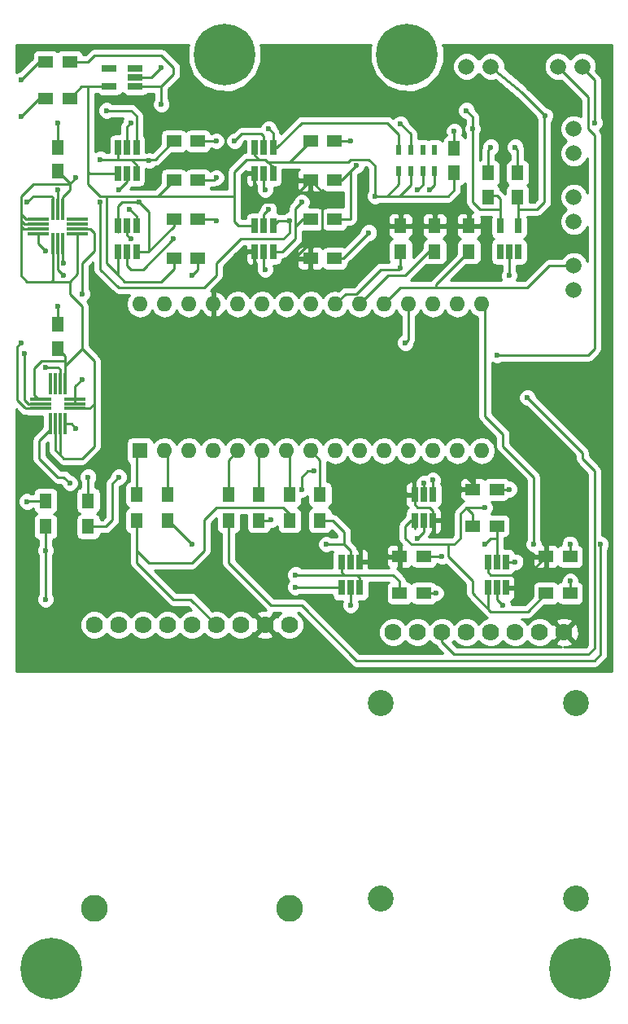
<source format=gtl>
G04 #@! TF.FileFunction,Copper,L1,Top,Signal*
%FSLAX46Y46*%
G04 Gerber Fmt 4.6, Leading zero omitted, Abs format (unit mm)*
G04 Created by KiCad (PCBNEW 4.0.7) date 04/10/18 20:33:08*
%MOMM*%
%LPD*%
G01*
G04 APERTURE LIST*
%ADD10C,0.100000*%
%ADD11C,1.670000*%
%ADD12R,0.650000X1.560000*%
%ADD13R,1.600000X1.600000*%
%ADD14O,1.600000X1.600000*%
%ADD15R,1.250000X1.500000*%
%ADD16R,1.500000X1.250000*%
%ADD17R,1.300000X1.500000*%
%ADD18C,2.800000*%
%ADD19C,1.780000*%
%ADD20C,2.700000*%
%ADD21R,1.560000X0.650000*%
%ADD22R,2.320000X0.350000*%
%ADD23R,0.350000X2.320000*%
%ADD24C,6.400000*%
%ADD25R,0.600000X1.100000*%
%ADD26C,0.600000*%
%ADD27C,0.250000*%
%ADD28C,0.254000*%
G04 APERTURE END LIST*
D10*
D11*
X125730000Y-53213000D03*
X123190000Y-53213000D03*
D12*
X119695000Y-97710000D03*
X118745000Y-97710000D03*
X117795000Y-97710000D03*
X117795000Y-100410000D03*
X119695000Y-100410000D03*
X118745000Y-100410000D03*
D13*
X89217500Y-93154500D03*
D14*
X122237500Y-77914500D03*
X91757500Y-93154500D03*
X119697500Y-77914500D03*
X94297500Y-93154500D03*
X117157500Y-77914500D03*
X96837500Y-93154500D03*
X114617500Y-77914500D03*
X99377500Y-93154500D03*
X112077500Y-77914500D03*
X101917500Y-93154500D03*
X109537500Y-77914500D03*
X104457500Y-93154500D03*
X106997500Y-77914500D03*
X106997500Y-93154500D03*
X104457500Y-77914500D03*
X109537500Y-93154500D03*
X101917500Y-77914500D03*
X112077500Y-93154500D03*
X99377500Y-77914500D03*
X114617500Y-93154500D03*
X96837500Y-77914500D03*
X117157500Y-93154500D03*
X94297500Y-77914500D03*
X119697500Y-93154500D03*
X91757500Y-77914500D03*
X122237500Y-93154500D03*
X89217500Y-77914500D03*
X124777500Y-93154500D03*
X124777500Y-77914500D03*
D15*
X80645000Y-82530000D03*
X80645000Y-80030000D03*
X80645000Y-64115000D03*
X80645000Y-61615000D03*
X121920000Y-64242000D03*
X121920000Y-61742000D03*
D16*
X81895000Y-52705000D03*
X79395000Y-52705000D03*
X81895000Y-56515000D03*
X79395000Y-56515000D03*
D15*
X128524000Y-66782000D03*
X128524000Y-64282000D03*
X125476000Y-66782000D03*
X125476000Y-64282000D03*
D16*
X106954000Y-60960000D03*
X109454000Y-60960000D03*
X106954000Y-65024000D03*
X109454000Y-65024000D03*
X92730000Y-69088000D03*
X95230000Y-69088000D03*
X92730000Y-73152000D03*
X95230000Y-73152000D03*
X106954000Y-69088000D03*
X109454000Y-69088000D03*
X106954000Y-73152000D03*
X109454000Y-73152000D03*
X92730000Y-60960000D03*
X95230000Y-60960000D03*
X92730000Y-65024000D03*
X95230000Y-65024000D03*
X116225000Y-107950000D03*
X118725000Y-107950000D03*
X116225000Y-104140000D03*
X118725000Y-104140000D03*
X123845000Y-97155000D03*
X126345000Y-97155000D03*
X123845000Y-100965000D03*
X126345000Y-100965000D03*
X131465000Y-104140000D03*
X133965000Y-104140000D03*
X131465000Y-107950000D03*
X133965000Y-107950000D03*
D11*
X135255000Y-53213000D03*
X132715000Y-53213000D03*
X134366000Y-76454000D03*
X134366000Y-73914000D03*
X134366000Y-69342000D03*
X134366000Y-66802000D03*
X134366000Y-62230000D03*
X134366000Y-59690000D03*
D17*
X98425000Y-100410000D03*
X98425000Y-97710000D03*
X101600000Y-100410000D03*
X101600000Y-97710000D03*
X123444000Y-69770000D03*
X123444000Y-72470000D03*
X119888000Y-69770000D03*
X119888000Y-72470000D03*
X116332000Y-69770000D03*
X116332000Y-72470000D03*
D18*
X104775000Y-140716000D03*
X84455000Y-140716000D03*
D19*
X104775000Y-111252000D03*
X102235000Y-111252000D03*
X99695000Y-111252000D03*
X97155000Y-111252000D03*
X94615000Y-111252000D03*
X92075000Y-111252000D03*
X89535000Y-111252000D03*
X86995000Y-111252000D03*
X84455000Y-111252000D03*
X133350000Y-112014000D03*
X130810000Y-112014000D03*
X125730000Y-112014000D03*
X128270000Y-112014000D03*
X123190000Y-112014000D03*
X120650000Y-112014000D03*
X118110000Y-112014000D03*
X115570000Y-112014000D03*
D20*
X114300000Y-139700000D03*
X134620000Y-139700000D03*
X134620000Y-119380000D03*
X114300000Y-119380000D03*
D17*
X88900000Y-100410000D03*
X88900000Y-97710000D03*
X92075000Y-100410000D03*
X92075000Y-97710000D03*
X104775000Y-100410000D03*
X104775000Y-97710000D03*
X107950000Y-100410000D03*
X107950000Y-97710000D03*
D21*
X88726000Y-55306000D03*
X88726000Y-54356000D03*
X88726000Y-53406000D03*
X86026000Y-53406000D03*
X86026000Y-55306000D03*
D12*
X126685000Y-72470000D03*
X127635000Y-72470000D03*
X128585000Y-72470000D03*
X128585000Y-69770000D03*
X126685000Y-69770000D03*
X103058000Y-61642000D03*
X102108000Y-61642000D03*
X101158000Y-61642000D03*
X101158000Y-64342000D03*
X103058000Y-64342000D03*
X102108000Y-64342000D03*
X88834000Y-69770000D03*
X87884000Y-69770000D03*
X86934000Y-69770000D03*
X86934000Y-72470000D03*
X88834000Y-72470000D03*
X87884000Y-72470000D03*
X103058000Y-69770000D03*
X102108000Y-69770000D03*
X101158000Y-69770000D03*
X101158000Y-72470000D03*
X103058000Y-72470000D03*
X102108000Y-72470000D03*
X88834000Y-61642000D03*
X87884000Y-61642000D03*
X86934000Y-61642000D03*
X86934000Y-64342000D03*
X88834000Y-64342000D03*
X87884000Y-64342000D03*
X110175000Y-107395000D03*
X111125000Y-107395000D03*
X112075000Y-107395000D03*
X112075000Y-104695000D03*
X110175000Y-104695000D03*
X111125000Y-104695000D03*
X127315000Y-104695000D03*
X126365000Y-104695000D03*
X125415000Y-104695000D03*
X125415000Y-107395000D03*
X127315000Y-107395000D03*
X126365000Y-107395000D03*
D22*
X78850000Y-88765000D03*
X78850000Y-88265000D03*
X78850000Y-87765000D03*
D23*
X79895000Y-86220000D03*
X80395000Y-86220000D03*
X80895000Y-86220000D03*
X81395000Y-86220000D03*
D22*
X82440000Y-88765000D03*
X82440000Y-88265000D03*
X82440000Y-87765000D03*
D23*
X79895000Y-90310000D03*
X80395000Y-90310000D03*
X80895000Y-90310000D03*
X81395000Y-90310000D03*
X80145000Y-68055000D03*
X80645000Y-68055000D03*
X81145000Y-68055000D03*
D22*
X82690000Y-69100000D03*
X82690000Y-69600000D03*
X82690000Y-70100000D03*
X82690000Y-70600000D03*
D23*
X80145000Y-71645000D03*
X80645000Y-71645000D03*
X81145000Y-71645000D03*
D22*
X78600000Y-69100000D03*
X78600000Y-69600000D03*
X78600000Y-70100000D03*
X78600000Y-70600000D03*
D24*
X117000000Y-52000000D03*
X98000000Y-52000000D03*
X80000000Y-147000000D03*
X135000000Y-147000000D03*
D25*
X116128000Y-64092000D03*
X117378000Y-64092000D03*
X118628000Y-64092000D03*
X119878000Y-64092000D03*
X119878000Y-61892000D03*
X118628000Y-61892000D03*
X117378000Y-61892000D03*
X116128000Y-61892000D03*
D17*
X83820000Y-98345000D03*
X83820000Y-101045000D03*
X79375000Y-101045000D03*
X79375000Y-98345000D03*
D26*
X108585000Y-102870000D03*
X94615000Y-102870000D03*
X116840000Y-81915000D03*
X81915000Y-96520000D03*
X128270000Y-61595000D03*
X125730000Y-61595000D03*
X121920000Y-59944000D03*
X97155000Y-60960000D03*
X83185000Y-85725000D03*
X81280000Y-73660000D03*
X97155000Y-64770000D03*
X111125000Y-60960000D03*
X118745000Y-96520000D03*
X127635000Y-97155000D03*
X120015000Y-107950000D03*
X111125000Y-109220000D03*
X133985000Y-106680000D03*
X133965000Y-102850000D03*
X125095000Y-102870000D03*
X80645000Y-59055000D03*
X99060000Y-60960000D03*
X102616000Y-68072000D03*
X127635000Y-74930000D03*
X120650000Y-104140000D03*
X97155000Y-69215000D03*
X94615000Y-74930000D03*
X88265000Y-71120000D03*
X80645000Y-78105000D03*
X81280000Y-74930000D03*
X88265000Y-59055000D03*
X113030000Y-70485000D03*
X119380000Y-66040000D03*
X118110000Y-66040000D03*
X111760000Y-63500000D03*
X76835000Y-58420000D03*
X76835000Y-54610000D03*
X91440000Y-53340000D03*
X116332000Y-74168000D03*
X136525000Y-59055000D03*
X102235000Y-74295000D03*
X102235000Y-66040000D03*
X126365000Y-83185000D03*
X119380000Y-90170000D03*
X129540000Y-87630000D03*
X131381500Y-58356500D03*
X91440000Y-57150000D03*
X130175000Y-102870000D03*
X125095000Y-99060000D03*
X123825000Y-59690000D03*
X123190000Y-57785000D03*
X82550000Y-64770000D03*
X90170000Y-62992000D03*
X89154000Y-67310000D03*
X85090000Y-62865000D03*
X106045000Y-67310000D03*
X113665000Y-66675000D03*
X105410000Y-106045000D03*
X128270000Y-104695000D03*
X137160000Y-102870000D03*
X106045000Y-97155000D03*
X119695000Y-96200000D03*
X102870000Y-100330000D03*
X107315000Y-95250000D03*
X105410000Y-107315000D03*
X76835000Y-81915000D03*
X77470000Y-67310000D03*
X85725000Y-57785000D03*
X77216000Y-83058000D03*
X88138000Y-68072000D03*
X80645000Y-66040000D03*
X127000000Y-109220000D03*
X79375000Y-108585000D03*
X83185000Y-76835000D03*
X79375000Y-103505000D03*
X118110000Y-102235000D03*
X79375000Y-72390000D03*
X86995000Y-95885000D03*
X86995000Y-66040000D03*
X85090000Y-67310000D03*
X104775000Y-69215000D03*
X116332000Y-59182000D03*
X102616000Y-59690000D03*
X92710000Y-71120000D03*
X82550000Y-90805000D03*
X83820000Y-95885000D03*
X77470000Y-98425000D03*
X79375000Y-84455000D03*
D27*
X90170000Y-104775000D02*
X94615000Y-104775000D01*
X97155000Y-99060000D02*
X97790000Y-99060000D01*
X95885000Y-100330000D02*
X97155000Y-99060000D01*
X95885000Y-103505000D02*
X95885000Y-100330000D01*
X94615000Y-104775000D02*
X95885000Y-103505000D01*
X88900000Y-102870000D02*
X88900000Y-103505000D01*
X88900000Y-103505000D02*
X90170000Y-104775000D01*
X92710000Y-108585000D02*
X94488000Y-108585000D01*
X88900000Y-104775000D02*
X92710000Y-108585000D01*
X88900000Y-103505000D02*
X88900000Y-104775000D01*
X94488000Y-108585000D02*
X97155000Y-111252000D01*
X97790000Y-99060000D02*
X104140000Y-99060000D01*
X104140000Y-99060000D02*
X104775000Y-99695000D01*
X104775000Y-99695000D02*
X104775000Y-100410000D01*
X88900000Y-102870000D02*
X88900000Y-102235000D01*
X88900000Y-102235000D02*
X88900000Y-100410000D01*
X110490000Y-101600000D02*
X109300000Y-100410000D01*
X110490000Y-102870000D02*
X110490000Y-101600000D01*
X110490000Y-102870000D02*
X111125000Y-103505000D01*
X108585000Y-102870000D02*
X110490000Y-102870000D01*
X107950000Y-100410000D02*
X109300000Y-100410000D01*
X111125000Y-103505000D02*
X111125000Y-104695000D01*
X94615000Y-102870000D02*
X92155000Y-100410000D01*
X92155000Y-100410000D02*
X92075000Y-100410000D01*
X92312500Y-99965500D02*
X91757500Y-99965500D01*
X91782900Y-99990900D02*
X91757500Y-99965500D01*
X116840000Y-81915000D02*
X117157500Y-81597500D01*
X117157500Y-81597500D02*
X117157500Y-77914500D01*
X117204500Y-77867500D02*
X117157500Y-77914500D01*
X78740000Y-92075000D02*
X78740000Y-93980000D01*
X79895000Y-90920000D02*
X78740000Y-92075000D01*
X81280000Y-95885000D02*
X81915000Y-96520000D01*
X80645000Y-95885000D02*
X81280000Y-95885000D01*
X78740000Y-93980000D02*
X80645000Y-95885000D01*
X128524000Y-64282000D02*
X128524000Y-61849000D01*
X128524000Y-61849000D02*
X128270000Y-61595000D01*
X125476000Y-64282000D02*
X125476000Y-61849000D01*
X125476000Y-61849000D02*
X125730000Y-61595000D01*
X121920000Y-61742000D02*
X121920000Y-59944000D01*
X97155000Y-60960000D02*
X95230000Y-60960000D01*
X82440000Y-87765000D02*
X82440000Y-86470000D01*
X82440000Y-86470000D02*
X83185000Y-85725000D01*
X82440000Y-88265000D02*
X82440000Y-87765000D01*
X81145000Y-73525000D02*
X81280000Y-73660000D01*
X95230000Y-65024000D02*
X96901000Y-65024000D01*
X96901000Y-65024000D02*
X97155000Y-64770000D01*
X109454000Y-60960000D02*
X111125000Y-60960000D01*
X118745000Y-97710000D02*
X118745000Y-96520000D01*
X126345000Y-97155000D02*
X127635000Y-97155000D01*
X111125000Y-107395000D02*
X111125000Y-109220000D01*
X133965000Y-107950000D02*
X133965000Y-106700000D01*
X133965000Y-106700000D02*
X133985000Y-106680000D01*
X126365000Y-102235000D02*
X125730000Y-102235000D01*
X125730000Y-102235000D02*
X125095000Y-102870000D01*
X126365000Y-104695000D02*
X126365000Y-102235000D01*
X126365000Y-102235000D02*
X126365000Y-100985000D01*
X133965000Y-104140000D02*
X133965000Y-102850000D01*
X80645000Y-61615000D02*
X80645000Y-59055000D01*
X102108000Y-61642000D02*
X102108000Y-60452000D01*
X99822000Y-60198000D02*
X99060000Y-60960000D01*
X101854000Y-60198000D02*
X99822000Y-60198000D01*
X102108000Y-60452000D02*
X101854000Y-60198000D01*
X102108000Y-69770000D02*
X102108000Y-68580000D01*
X102108000Y-68580000D02*
X102616000Y-68072000D01*
X127635000Y-72470000D02*
X127635000Y-74930000D01*
X95230000Y-60960000D02*
X95230000Y-60940000D01*
X118725000Y-107950000D02*
X120015000Y-107950000D01*
X118725000Y-104140000D02*
X120650000Y-104140000D01*
X111125000Y-69088000D02*
X111125000Y-64135000D01*
X111125000Y-64135000D02*
X111760000Y-63500000D01*
X111125000Y-64135000D02*
X111760000Y-63500000D01*
X95230000Y-69088000D02*
X97028000Y-69088000D01*
X97028000Y-69088000D02*
X97155000Y-69215000D01*
X95230000Y-73152000D02*
X95230000Y-74315000D01*
X95230000Y-74315000D02*
X94615000Y-74930000D01*
X87884000Y-69770000D02*
X87884000Y-70739000D01*
X87884000Y-70739000D02*
X88265000Y-71120000D01*
X80645000Y-80030000D02*
X80645000Y-78105000D01*
X126365000Y-100985000D02*
X126345000Y-100965000D01*
X79895000Y-90310000D02*
X79895000Y-90920000D01*
X81145000Y-71645000D02*
X81145000Y-73525000D01*
X80645000Y-74295000D02*
X81280000Y-74930000D01*
X80645000Y-71645000D02*
X80645000Y-74295000D01*
X87884000Y-61642000D02*
X87884000Y-59436000D01*
X87884000Y-59436000D02*
X88265000Y-59055000D01*
X109454000Y-69088000D02*
X111125000Y-69088000D01*
X109454000Y-73152000D02*
X110363000Y-73152000D01*
X110363000Y-73152000D02*
X113030000Y-70485000D01*
X119878000Y-64092000D02*
X119878000Y-65542000D01*
X119878000Y-65542000D02*
X119380000Y-66040000D01*
X118628000Y-64092000D02*
X118628000Y-65522000D01*
X118628000Y-65522000D02*
X118110000Y-66040000D01*
X109454000Y-65024000D02*
X110236000Y-65024000D01*
X110236000Y-65024000D02*
X111760000Y-63500000D01*
X79395000Y-56515000D02*
X78740000Y-56515000D01*
X78740000Y-56515000D02*
X76835000Y-58420000D01*
X79395000Y-52705000D02*
X78740000Y-52705000D01*
X78740000Y-52705000D02*
X76835000Y-54610000D01*
X88726000Y-54356000D02*
X90424000Y-54356000D01*
X90424000Y-54356000D02*
X91440000Y-53340000D01*
X120015000Y-76200000D02*
X120015000Y-75899000D01*
X120015000Y-75899000D02*
X123444000Y-72470000D01*
X120015000Y-76200000D02*
X129540000Y-76200000D01*
X131826000Y-73914000D02*
X134366000Y-73914000D01*
X129540000Y-76200000D02*
X131826000Y-73914000D01*
X123444000Y-72470000D02*
X123444000Y-72771000D01*
X120015000Y-76200000D02*
X116332000Y-76200000D01*
X116332000Y-76200000D02*
X114617500Y-77914500D01*
X114744500Y-77787500D02*
X114617500Y-77914500D01*
X98425000Y-97710000D02*
X98425000Y-94107000D01*
X98425000Y-94107000D02*
X99377500Y-93154500D01*
X119888000Y-72470000D02*
X119300000Y-72470000D01*
X119300000Y-72470000D02*
X116840000Y-74930000D01*
X116840000Y-74930000D02*
X115062000Y-74930000D01*
X115062000Y-74930000D02*
X112077500Y-77914500D01*
X112204500Y-77787500D02*
X112077500Y-77914500D01*
X101600000Y-97710000D02*
X101600000Y-93472000D01*
X101600000Y-93472000D02*
X101917500Y-93154500D01*
X116332000Y-72470000D02*
X116332000Y-74168000D01*
X116332000Y-74168000D02*
X116205000Y-74295000D01*
X116205000Y-74295000D02*
X114300000Y-74295000D01*
X114300000Y-74295000D02*
X111760000Y-76835000D01*
X111760000Y-76835000D02*
X110617000Y-76835000D01*
X110617000Y-76835000D02*
X109537500Y-77914500D01*
X104775000Y-97710000D02*
X104775000Y-93472000D01*
X104775000Y-93472000D02*
X104457500Y-93154500D01*
X136525000Y-54610000D02*
X135255000Y-53340000D01*
X136525000Y-59055000D02*
X136525000Y-54610000D01*
X135255000Y-53340000D02*
X135255000Y-53213000D01*
X102108000Y-72470000D02*
X102108000Y-74168000D01*
X102108000Y-74168000D02*
X102235000Y-74295000D01*
X107950000Y-97710000D02*
X107950000Y-94107000D01*
X107950000Y-94107000D02*
X106997500Y-93154500D01*
X126365000Y-83185000D02*
X135890000Y-83185000D01*
X135890000Y-56388000D02*
X132715000Y-53213000D01*
X135890000Y-59690000D02*
X135890000Y-56388000D01*
X136525000Y-60325000D02*
X135890000Y-59690000D01*
X136525000Y-82550000D02*
X136525000Y-60325000D01*
X135890000Y-83185000D02*
X136525000Y-82550000D01*
X102235000Y-66040000D02*
X102108000Y-65913000D01*
X102108000Y-65913000D02*
X102108000Y-64342000D01*
X102235000Y-64469000D02*
X102108000Y-64342000D01*
X105410000Y-73025000D02*
X106680000Y-71755000D01*
X106680000Y-71755000D02*
X107061000Y-71755000D01*
X108204000Y-66274000D02*
X106954000Y-65024000D01*
X108204000Y-70612000D02*
X108204000Y-66274000D01*
X107061000Y-71755000D02*
X108204000Y-70612000D01*
X112075000Y-104695000D02*
X114380000Y-104695000D01*
X114935000Y-104140000D02*
X116225000Y-104140000D01*
X114380000Y-104695000D02*
X114935000Y-104140000D01*
X117795000Y-97710000D02*
X117795000Y-98745000D01*
X119695000Y-99375000D02*
X119695000Y-100410000D01*
X119380000Y-99060000D02*
X119695000Y-99375000D01*
X118110000Y-99060000D02*
X119380000Y-99060000D01*
X117795000Y-98745000D02*
X118110000Y-99060000D01*
X117795000Y-97710000D02*
X117795000Y-95565000D01*
X122555000Y-95250000D02*
X123845000Y-96540000D01*
X118110000Y-95250000D02*
X122555000Y-95250000D01*
X117795000Y-95565000D02*
X118110000Y-95250000D01*
X123845000Y-96540000D02*
X123845000Y-97155000D01*
X101158000Y-64342000D02*
X101158000Y-67117000D01*
X104668000Y-67310000D02*
X106954000Y-65024000D01*
X101351000Y-67310000D02*
X104668000Y-67310000D01*
X101158000Y-67117000D02*
X101351000Y-67310000D01*
X106045000Y-73025000D02*
X106827000Y-73025000D01*
X106827000Y-73025000D02*
X106954000Y-73152000D01*
X104775000Y-73660000D02*
X105410000Y-73025000D01*
X105410000Y-73025000D02*
X106045000Y-73025000D01*
X101600000Y-75565000D02*
X102870000Y-75565000D01*
X102870000Y-75565000D02*
X104775000Y-73660000D01*
X127315000Y-107395000D02*
X128825000Y-107395000D01*
X128825000Y-107395000D02*
X129560000Y-106660000D01*
X129560000Y-106660000D02*
X129560000Y-106045000D01*
X125415000Y-104695000D02*
X125415000Y-105730000D01*
X125415000Y-105730000D02*
X125730000Y-106045000D01*
X125730000Y-106045000D02*
X129560000Y-106045000D01*
X129560000Y-106045000D02*
X131465000Y-104140000D01*
X101158000Y-72470000D02*
X101158000Y-75123000D01*
X101158000Y-75123000D02*
X101600000Y-75565000D01*
X135890000Y-114300000D02*
X136525000Y-113665000D01*
X135255000Y-93345000D02*
X129540000Y-87630000D01*
X135255000Y-93980000D02*
X135255000Y-93345000D01*
X136525000Y-95250000D02*
X135255000Y-93980000D01*
X136525000Y-113665000D02*
X136525000Y-95250000D01*
X121920000Y-114300000D02*
X135890000Y-114300000D01*
X120650000Y-113030000D02*
X121920000Y-114300000D01*
X120650000Y-112014000D02*
X120650000Y-113030000D01*
X128585000Y-68072000D02*
X128585000Y-66843000D01*
X128585000Y-66843000D02*
X128524000Y-66782000D01*
X125730000Y-53213000D02*
X128905000Y-55880000D01*
X128905000Y-55880000D02*
X131381500Y-58356500D01*
X131381500Y-58356500D02*
X131318000Y-58420000D01*
X130556000Y-68072000D02*
X128585000Y-68072000D01*
X131318000Y-67310000D02*
X130556000Y-68072000D01*
X131318000Y-58420000D02*
X131318000Y-67310000D01*
X128585000Y-69770000D02*
X128585000Y-68072000D01*
X128585000Y-66975000D02*
X128905000Y-66655000D01*
X91440000Y-57150000D02*
X91440000Y-55245000D01*
X81895000Y-52705000D02*
X83820000Y-52705000D01*
X83820000Y-52705000D02*
X84455000Y-52070000D01*
X84455000Y-52070000D02*
X91440000Y-52070000D01*
X91440000Y-52070000D02*
X92710000Y-53340000D01*
X92710000Y-53340000D02*
X92710000Y-53975000D01*
X92710000Y-53975000D02*
X91440000Y-55245000D01*
X91440000Y-55245000D02*
X91379000Y-55306000D01*
X91379000Y-55306000D02*
X88726000Y-55306000D01*
X127000000Y-91440000D02*
X127000000Y-92710000D01*
X130175000Y-95885000D02*
X130175000Y-97155000D01*
X127000000Y-92710000D02*
X130175000Y-95885000D01*
X130175000Y-102870000D02*
X130175000Y-97155000D01*
X125095000Y-86360000D02*
X125095000Y-78232000D01*
X125095000Y-78232000D02*
X124777500Y-77914500D01*
X125095000Y-89535000D02*
X125095000Y-86360000D01*
X127000000Y-91440000D02*
X125095000Y-89535000D01*
X126365000Y-66655000D02*
X125603000Y-66655000D01*
X125603000Y-66655000D02*
X125476000Y-66782000D01*
X125095000Y-99060000D02*
X123190000Y-99060000D01*
X124587000Y-68072000D02*
X123825000Y-67310000D01*
X123825000Y-67310000D02*
X123825000Y-59690000D01*
X123825000Y-59690000D02*
X123825000Y-58420000D01*
X123825000Y-58420000D02*
X123190000Y-57785000D01*
X124587000Y-68072000D02*
X125222000Y-68072000D01*
X78850000Y-87765000D02*
X78621000Y-87765000D01*
X78621000Y-87765000D02*
X78232000Y-87376000D01*
X78232000Y-84582000D02*
X78994000Y-83820000D01*
X78232000Y-87376000D02*
X78232000Y-84582000D01*
X123825000Y-107950000D02*
X123825000Y-106680000D01*
X123825000Y-106680000D02*
X121285000Y-104140000D01*
X81915000Y-65405000D02*
X82550000Y-64770000D01*
X80895000Y-92325000D02*
X80895000Y-93595000D01*
X117795000Y-100410000D02*
X117395000Y-100410000D01*
X117475000Y-102870000D02*
X118745000Y-102870000D01*
X116840000Y-102235000D02*
X117475000Y-102870000D01*
X116840000Y-100965000D02*
X116840000Y-102235000D01*
X117395000Y-100410000D02*
X116840000Y-100965000D01*
X121285000Y-102870000D02*
X121920000Y-102870000D01*
X121920000Y-102870000D02*
X122555000Y-102235000D01*
X122555000Y-102235000D02*
X122555000Y-99695000D01*
X122555000Y-99695000D02*
X123190000Y-99060000D01*
X121285000Y-102870000D02*
X121285000Y-104140000D01*
X123845000Y-99715000D02*
X123845000Y-100965000D01*
X123190000Y-99060000D02*
X123845000Y-99715000D01*
X82550000Y-93980000D02*
X83185000Y-93980000D01*
X82690000Y-70600000D02*
X82690000Y-74790000D01*
X90170000Y-62992000D02*
X90170000Y-62865000D01*
X125222000Y-68072000D02*
X126685000Y-68072000D01*
X90170000Y-68580000D02*
X90170000Y-68326000D01*
X90170000Y-68326000D02*
X89154000Y-67310000D01*
X86934000Y-69770000D02*
X86934000Y-67752000D01*
X87376000Y-67310000D02*
X88392000Y-67310000D01*
X86934000Y-67752000D02*
X87376000Y-67310000D01*
X90170000Y-72470000D02*
X90170000Y-68580000D01*
X90090000Y-72470000D02*
X92730000Y-69830000D01*
X126685000Y-69770000D02*
X126685000Y-68072000D01*
X126685000Y-68072000D02*
X126685000Y-66975000D01*
X126685000Y-66975000D02*
X126365000Y-66655000D01*
X126365000Y-66655000D02*
X126365000Y-66655000D01*
X117795000Y-100410000D02*
X117795000Y-101280000D01*
X118745000Y-102870000D02*
X121285000Y-102870000D01*
X123825000Y-107950000D02*
X125730000Y-109855000D01*
X125415000Y-107395000D02*
X125415000Y-109540000D01*
X125415000Y-109540000D02*
X125730000Y-109855000D01*
X125730000Y-109855000D02*
X129560000Y-109855000D01*
X129560000Y-109855000D02*
X131465000Y-107950000D01*
X80895000Y-92325000D02*
X80895000Y-90310000D01*
X84455000Y-88265000D02*
X84455000Y-92710000D01*
X84455000Y-92710000D02*
X83185000Y-93980000D01*
X83185000Y-93980000D02*
X81280000Y-93980000D01*
X81280000Y-93980000D02*
X80895000Y-93595000D01*
X80895000Y-93595000D02*
X80395000Y-93095000D01*
X80395000Y-93095000D02*
X80395000Y-90310000D01*
X78994000Y-83820000D02*
X81395000Y-83820000D01*
X82440000Y-88765000D02*
X83955000Y-88765000D01*
X83955000Y-88765000D02*
X84455000Y-88265000D01*
X84455000Y-88265000D02*
X84455000Y-83820000D01*
X84455000Y-83820000D02*
X83185000Y-82550000D01*
X81395000Y-84340000D02*
X81395000Y-83820000D01*
X81395000Y-83820000D02*
X81395000Y-83280000D01*
X81395000Y-83280000D02*
X80645000Y-82530000D01*
X81915000Y-75565000D02*
X81915000Y-76835000D01*
X81915000Y-76835000D02*
X83185000Y-78105000D01*
X83185000Y-78105000D02*
X83185000Y-82550000D01*
X83185000Y-82550000D02*
X81395000Y-84340000D01*
X81395000Y-84340000D02*
X81395000Y-84340000D01*
X81395000Y-84340000D02*
X81395000Y-86220000D01*
X80010000Y-75565000D02*
X81915000Y-75565000D01*
X81915000Y-75565000D02*
X82690000Y-74790000D01*
X76835000Y-69850000D02*
X76835000Y-74930000D01*
X76835000Y-74930000D02*
X77470000Y-75565000D01*
X77470000Y-75565000D02*
X80010000Y-75565000D01*
X80010000Y-75565000D02*
X80145000Y-75430000D01*
X80145000Y-75430000D02*
X80145000Y-71645000D01*
X76835000Y-69215000D02*
X76835000Y-69850000D01*
X76835000Y-69850000D02*
X77085000Y-70100000D01*
X77085000Y-70100000D02*
X78600000Y-70100000D01*
X76835000Y-68580000D02*
X76835000Y-69215000D01*
X76835000Y-69215000D02*
X77220000Y-69600000D01*
X77220000Y-69600000D02*
X78600000Y-69600000D01*
X81915000Y-65405000D02*
X78105000Y-65405000D01*
X78105000Y-65405000D02*
X76835000Y-66675000D01*
X76835000Y-66675000D02*
X76835000Y-68580000D01*
X76835000Y-68580000D02*
X77355000Y-69100000D01*
X77355000Y-69100000D02*
X78600000Y-69100000D01*
X86995000Y-62865000D02*
X85090000Y-62865000D01*
X81915000Y-66040000D02*
X81915000Y-65405000D01*
X81915000Y-65405000D02*
X81915000Y-65385000D01*
X81915000Y-65385000D02*
X80645000Y-64115000D01*
X81145000Y-68055000D02*
X81145000Y-66810000D01*
X81145000Y-66810000D02*
X81915000Y-66040000D01*
X88834000Y-72470000D02*
X90170000Y-72470000D01*
X90170000Y-72470000D02*
X90090000Y-72470000D01*
X92730000Y-69830000D02*
X92730000Y-69088000D01*
X86934000Y-69770000D02*
X86934000Y-70424000D01*
X89154000Y-67310000D02*
X88392000Y-67310000D01*
X88392000Y-67310000D02*
X88265000Y-67310000D01*
X88265000Y-62865000D02*
X90170000Y-62865000D01*
X90170000Y-62865000D02*
X90805000Y-62865000D01*
X90805000Y-62865000D02*
X92710000Y-60960000D01*
X92710000Y-60960000D02*
X92730000Y-60960000D01*
X86934000Y-61642000D02*
X86934000Y-62804000D01*
X86934000Y-62804000D02*
X86995000Y-62865000D01*
X86995000Y-62865000D02*
X88265000Y-62865000D01*
X88265000Y-62865000D02*
X88834000Y-63434000D01*
X88834000Y-63434000D02*
X88834000Y-64342000D01*
X85725000Y-73660000D02*
X85725000Y-66675000D01*
X120904000Y-66675000D02*
X121285000Y-66675000D01*
X121920000Y-66040000D02*
X121920000Y-64242000D01*
X121285000Y-66675000D02*
X121920000Y-66040000D01*
X99060000Y-64770000D02*
X99060000Y-64135000D01*
X101600000Y-62865000D02*
X100330000Y-62865000D01*
X99060000Y-64770000D02*
X99060000Y-66675000D01*
X99060000Y-64135000D02*
X100330000Y-62865000D01*
X99615000Y-69770000D02*
X99488000Y-69770000D01*
X101158000Y-69770000D02*
X99615000Y-69770000D01*
X99060000Y-69342000D02*
X99060000Y-67818000D01*
X99488000Y-69770000D02*
X99060000Y-69342000D01*
X104775000Y-63139000D02*
X110851000Y-63139000D01*
X110851000Y-63139000D02*
X111125000Y-62865000D01*
X111125000Y-62865000D02*
X113030000Y-62865000D01*
X105410000Y-68580000D02*
X105410000Y-67945000D01*
X105410000Y-67945000D02*
X106045000Y-67310000D01*
X99060000Y-67945000D02*
X99060000Y-67818000D01*
X99060000Y-67818000D02*
X99060000Y-66675000D01*
X113030000Y-62865000D02*
X113665000Y-63500000D01*
X113665000Y-63500000D02*
X113665000Y-66675000D01*
X105410000Y-69850000D02*
X105410000Y-68580000D01*
X103058000Y-72470000D02*
X104060000Y-72470000D01*
X104060000Y-72470000D02*
X105410000Y-71120000D01*
X105410000Y-71120000D02*
X105410000Y-69850000D01*
X105410000Y-69850000D02*
X106172000Y-69088000D01*
X106172000Y-69088000D02*
X106954000Y-69088000D01*
X85725000Y-73660000D02*
X86934000Y-74869000D01*
X116205000Y-66675000D02*
X120904000Y-66675000D01*
X120904000Y-66675000D02*
X121011000Y-66675000D01*
X114935000Y-66675000D02*
X116205000Y-66675000D01*
X116205000Y-66675000D02*
X117378000Y-65502000D01*
X117378000Y-65502000D02*
X117378000Y-64092000D01*
X113665000Y-66675000D02*
X114935000Y-66675000D01*
X114935000Y-66675000D02*
X116128000Y-65482000D01*
X116128000Y-65482000D02*
X116128000Y-64092000D01*
X104775000Y-63139000D02*
X102509000Y-63139000D01*
X102509000Y-63139000D02*
X102235000Y-62865000D01*
X104775000Y-63139000D02*
X106954000Y-60960000D01*
X101158000Y-61642000D02*
X101158000Y-62423000D01*
X101158000Y-62423000D02*
X101600000Y-62865000D01*
X101600000Y-62865000D02*
X102235000Y-62865000D01*
X102235000Y-62865000D02*
X103058000Y-63688000D01*
X103058000Y-63688000D02*
X103058000Y-64342000D01*
X90805000Y-66675000D02*
X99060000Y-66675000D01*
X86934000Y-72470000D02*
X86934000Y-74869000D01*
X86934000Y-74869000D02*
X87630000Y-75565000D01*
X87630000Y-75565000D02*
X91440000Y-75565000D01*
X91440000Y-75565000D02*
X92730000Y-74275000D01*
X92730000Y-74275000D02*
X92730000Y-73152000D01*
X83820000Y-64135000D02*
X83820000Y-65405000D01*
X83820000Y-65405000D02*
X85090000Y-66675000D01*
X85090000Y-66675000D02*
X85725000Y-66675000D01*
X85725000Y-66675000D02*
X90805000Y-66675000D01*
X90805000Y-66675000D02*
X91079000Y-66675000D01*
X91079000Y-66675000D02*
X92730000Y-65024000D01*
X83820000Y-55306000D02*
X83820000Y-64135000D01*
X83820000Y-64135000D02*
X84027000Y-64342000D01*
X84027000Y-64342000D02*
X86934000Y-64342000D01*
X86026000Y-55306000D02*
X83820000Y-55306000D01*
X83820000Y-55306000D02*
X83104000Y-55306000D01*
X83104000Y-55306000D02*
X81895000Y-56515000D01*
X111760000Y-106045000D02*
X115570000Y-106045000D01*
X115570000Y-106045000D02*
X116225000Y-106700000D01*
X116225000Y-106700000D02*
X116225000Y-107950000D01*
X110490000Y-106045000D02*
X105410000Y-106045000D01*
X110175000Y-104695000D02*
X110175000Y-105730000D01*
X110175000Y-105730000D02*
X110490000Y-106045000D01*
X110490000Y-106045000D02*
X111760000Y-106045000D01*
X111760000Y-106045000D02*
X112075000Y-106360000D01*
X112075000Y-106360000D02*
X112075000Y-107395000D01*
X127315000Y-104695000D02*
X128270000Y-104695000D01*
X136525000Y-114935000D02*
X137160000Y-114300000D01*
X98425000Y-100410000D02*
X98425000Y-102870000D01*
X98425000Y-104775000D02*
X102870000Y-109220000D01*
X102870000Y-109220000D02*
X106045000Y-109220000D01*
X106045000Y-109220000D02*
X111760000Y-114935000D01*
X111760000Y-114935000D02*
X136525000Y-114935000D01*
X98425000Y-102870000D02*
X98425000Y-104775000D01*
X137160000Y-114300000D02*
X137160000Y-102870000D01*
X107315000Y-95250000D02*
X106680000Y-95250000D01*
X106045000Y-95885000D02*
X106680000Y-95250000D01*
X106045000Y-95885000D02*
X106045000Y-97155000D01*
X119695000Y-97710000D02*
X119695000Y-96520000D01*
X119695000Y-96520000D02*
X119695000Y-96200000D01*
X102790000Y-100410000D02*
X102870000Y-100330000D01*
X102790000Y-100410000D02*
X101600000Y-100410000D01*
X110175000Y-107395000D02*
X105490000Y-107395000D01*
X105490000Y-107395000D02*
X105410000Y-107315000D01*
X76454000Y-82550000D02*
X76454000Y-82296000D01*
X76454000Y-87884000D02*
X76454000Y-82550000D01*
X77216000Y-88646000D02*
X76454000Y-87884000D01*
X78850000Y-88765000D02*
X77335000Y-88765000D01*
X77335000Y-88765000D02*
X77216000Y-88646000D01*
X76454000Y-82296000D02*
X76835000Y-81915000D01*
X78740000Y-66675000D02*
X78105000Y-66675000D01*
X80145000Y-68055000D02*
X80145000Y-66810000D01*
X80010000Y-66675000D02*
X80145000Y-66810000D01*
X78765000Y-66675000D02*
X80010000Y-66675000D01*
X78740000Y-66675000D02*
X78765000Y-66675000D01*
X78105000Y-66675000D02*
X77470000Y-67310000D01*
X88834000Y-58354000D02*
X88265000Y-57785000D01*
X88265000Y-57785000D02*
X85725000Y-57785000D01*
X88834000Y-61642000D02*
X88834000Y-58354000D01*
X78850000Y-88265000D02*
X77597000Y-88265000D01*
X77216000Y-87884000D02*
X77216000Y-83058000D01*
X77597000Y-88265000D02*
X77216000Y-87884000D01*
X88834000Y-68834000D02*
X88834000Y-68768000D01*
X88834000Y-68768000D02*
X88138000Y-68072000D01*
X88834000Y-69770000D02*
X88834000Y-68834000D01*
X80645000Y-66040000D02*
X80645000Y-68055000D01*
X79375000Y-103505000D02*
X79375000Y-108585000D01*
X127000000Y-109220000D02*
X126365000Y-108585000D01*
X126365000Y-108585000D02*
X126365000Y-107395000D01*
X83185000Y-76835000D02*
X83185000Y-73660000D01*
X83185000Y-73660000D02*
X83820000Y-73025000D01*
X84070000Y-70100000D02*
X84455000Y-70485000D01*
X82690000Y-70100000D02*
X84070000Y-70100000D01*
X84455000Y-72390000D02*
X83820000Y-73025000D01*
X84455000Y-70485000D02*
X84455000Y-72390000D01*
X79375000Y-101045000D02*
X79375000Y-103505000D01*
X118110000Y-102235000D02*
X118745000Y-101600000D01*
X118745000Y-101600000D02*
X118745000Y-100410000D01*
X78600000Y-71120000D02*
X78600000Y-71615000D01*
X78600000Y-71615000D02*
X79375000Y-72390000D01*
X78600000Y-70600000D02*
X78600000Y-71120000D01*
X83820000Y-101045000D02*
X85645000Y-101045000D01*
X86360000Y-96520000D02*
X86995000Y-95885000D01*
X86360000Y-100330000D02*
X86360000Y-96520000D01*
X85645000Y-101045000D02*
X86360000Y-100330000D01*
X86995000Y-66040000D02*
X87884000Y-65151000D01*
X87884000Y-64342000D02*
X87884000Y-65151000D01*
X85090000Y-67310000D02*
X85090000Y-74295000D01*
X102235000Y-71120000D02*
X104140000Y-71120000D01*
X86995000Y-76200000D02*
X85090000Y-74295000D01*
X95885000Y-76200000D02*
X86995000Y-76200000D01*
X97155000Y-74930000D02*
X95885000Y-76200000D01*
X97155000Y-73660000D02*
X97155000Y-74930000D01*
X99695000Y-71120000D02*
X97155000Y-73660000D01*
X102235000Y-71120000D02*
X99695000Y-71120000D01*
X104140000Y-71120000D02*
X104775000Y-70485000D01*
X104775000Y-70485000D02*
X104775000Y-69215000D01*
X104775000Y-69215000D02*
X103613000Y-69215000D01*
X103613000Y-69215000D02*
X103058000Y-69770000D01*
X117378000Y-60228000D02*
X116332000Y-59182000D01*
X117378000Y-60452000D02*
X117378000Y-60228000D01*
X117378000Y-61892000D02*
X117378000Y-60452000D01*
X103058000Y-69770000D02*
X103058000Y-70297000D01*
X103058000Y-60452000D02*
X103058000Y-60132000D01*
X103058000Y-60132000D02*
X102616000Y-59690000D01*
X92710000Y-71120000D02*
X89535000Y-74295000D01*
X89535000Y-74295000D02*
X88265000Y-74295000D01*
X88265000Y-74295000D02*
X87884000Y-73914000D01*
X87884000Y-73914000D02*
X87884000Y-72470000D01*
X103058000Y-61642000D02*
X103458000Y-61642000D01*
X103458000Y-61642000D02*
X106045000Y-59055000D01*
X106045000Y-59055000D02*
X114935000Y-59055000D01*
X114935000Y-59055000D02*
X116128000Y-60248000D01*
X116128000Y-60248000D02*
X116128000Y-61892000D01*
X103058000Y-61642000D02*
X103058000Y-60452000D01*
X88900000Y-97710000D02*
X88900000Y-93472000D01*
X88900000Y-93472000D02*
X89217500Y-93154500D01*
X92075000Y-97710000D02*
X92075000Y-93472000D01*
X92075000Y-93472000D02*
X91757500Y-93154500D01*
X81395000Y-90310000D02*
X82055000Y-90310000D01*
X82055000Y-90310000D02*
X82550000Y-90805000D01*
X83820000Y-98345000D02*
X83820000Y-95885000D01*
X77470000Y-98425000D02*
X77550000Y-98345000D01*
X79375000Y-98345000D02*
X77550000Y-98345000D01*
X80895000Y-84705000D02*
X80645000Y-84455000D01*
X80645000Y-84455000D02*
X79375000Y-84455000D01*
X80895000Y-86220000D02*
X80895000Y-84705000D01*
D28*
G36*
X94165667Y-51233825D02*
X94164336Y-52759482D01*
X94746950Y-54169515D01*
X95824811Y-55249259D01*
X97233825Y-55834333D01*
X98759482Y-55835664D01*
X100169515Y-55253050D01*
X101249259Y-54175189D01*
X101834333Y-52766175D01*
X101835664Y-51240518D01*
X101706121Y-50927000D01*
X113293072Y-50927000D01*
X113165667Y-51233825D01*
X113164336Y-52759482D01*
X113746950Y-54169515D01*
X114824811Y-55249259D01*
X116233825Y-55834333D01*
X117759482Y-55835664D01*
X119169515Y-55253050D01*
X120249259Y-54175189D01*
X120834333Y-52766175D01*
X120835664Y-51240518D01*
X120706121Y-50927000D01*
X138303000Y-50927000D01*
X138303000Y-116078000D01*
X76327000Y-116078000D01*
X76327000Y-111554011D01*
X82929735Y-111554011D01*
X83161414Y-112114715D01*
X83590029Y-112544079D01*
X84150328Y-112776735D01*
X84757011Y-112777265D01*
X85317715Y-112545586D01*
X85725335Y-112138677D01*
X86130029Y-112544079D01*
X86690328Y-112776735D01*
X87297011Y-112777265D01*
X87857715Y-112545586D01*
X88265335Y-112138677D01*
X88670029Y-112544079D01*
X89230328Y-112776735D01*
X89837011Y-112777265D01*
X90397715Y-112545586D01*
X90805335Y-112138677D01*
X91210029Y-112544079D01*
X91770328Y-112776735D01*
X92377011Y-112777265D01*
X92937715Y-112545586D01*
X93345335Y-112138677D01*
X93750029Y-112544079D01*
X94310328Y-112776735D01*
X94917011Y-112777265D01*
X95477715Y-112545586D01*
X95885335Y-112138677D01*
X96290029Y-112544079D01*
X96850328Y-112776735D01*
X97457011Y-112777265D01*
X98017715Y-112545586D01*
X98425335Y-112138677D01*
X98830029Y-112544079D01*
X99390328Y-112776735D01*
X99997011Y-112777265D01*
X100557715Y-112545586D01*
X100778765Y-112324921D01*
X101341684Y-112324921D01*
X101426865Y-112580368D01*
X101996725Y-112788512D01*
X102602860Y-112762736D01*
X103043135Y-112580368D01*
X103128316Y-112324921D01*
X102235000Y-111431605D01*
X101341684Y-112324921D01*
X100778765Y-112324921D01*
X100987079Y-112116971D01*
X100998025Y-112090611D01*
X101162079Y-112145316D01*
X102055395Y-111252000D01*
X101162079Y-110358684D01*
X100998483Y-110413237D01*
X100988586Y-110389285D01*
X100559971Y-109959921D01*
X99999672Y-109727265D01*
X99392989Y-109726735D01*
X98832285Y-109958414D01*
X98424665Y-110365323D01*
X98019971Y-109959921D01*
X97459672Y-109727265D01*
X96852989Y-109726735D01*
X96747942Y-109770140D01*
X95025401Y-108047599D01*
X94778839Y-107882852D01*
X94488000Y-107825000D01*
X93024802Y-107825000D01*
X90734802Y-105535000D01*
X94615000Y-105535000D01*
X94905839Y-105477148D01*
X95152401Y-105312401D01*
X96422401Y-104042401D01*
X96587148Y-103795840D01*
X96645000Y-103505000D01*
X96645000Y-100644802D01*
X97127560Y-100162242D01*
X97127560Y-101160000D01*
X97171838Y-101395317D01*
X97310910Y-101611441D01*
X97523110Y-101756431D01*
X97665000Y-101785164D01*
X97665000Y-104775000D01*
X97722852Y-105065839D01*
X97887599Y-105312401D01*
X102298134Y-109722936D01*
X101867140Y-109741264D01*
X101426865Y-109923632D01*
X101341684Y-110179079D01*
X102235000Y-111072395D01*
X103128316Y-110179079D01*
X103061931Y-109980000D01*
X103890661Y-109980000D01*
X103482921Y-110387029D01*
X103471975Y-110413389D01*
X103307921Y-110358684D01*
X102414605Y-111252000D01*
X103307921Y-112145316D01*
X103471517Y-112090763D01*
X103481414Y-112114715D01*
X103910029Y-112544079D01*
X104470328Y-112776735D01*
X105077011Y-112777265D01*
X105637715Y-112545586D01*
X106067079Y-112116971D01*
X106299735Y-111556672D01*
X106300265Y-110949989D01*
X106068586Y-110389285D01*
X105660015Y-109980000D01*
X105730198Y-109980000D01*
X111222599Y-115472402D01*
X111469161Y-115637148D01*
X111760000Y-115695000D01*
X136525000Y-115695000D01*
X136815839Y-115637148D01*
X137062401Y-115472401D01*
X137697401Y-114837401D01*
X137862148Y-114590839D01*
X137920000Y-114300000D01*
X137920000Y-103432463D01*
X137952192Y-103400327D01*
X138094838Y-103056799D01*
X138095162Y-102684833D01*
X137953117Y-102341057D01*
X137690327Y-102077808D01*
X137346799Y-101935162D01*
X137285000Y-101935108D01*
X137285000Y-95250000D01*
X137227148Y-94959161D01*
X137227148Y-94959160D01*
X137062401Y-94712599D01*
X136015000Y-93665198D01*
X136015000Y-93345000D01*
X135957148Y-93054161D01*
X135921520Y-93000840D01*
X135792402Y-92807599D01*
X130475122Y-87490320D01*
X130475162Y-87444833D01*
X130333117Y-87101057D01*
X130070327Y-86837808D01*
X129726799Y-86695162D01*
X129354833Y-86694838D01*
X129011057Y-86836883D01*
X128747808Y-87099673D01*
X128605162Y-87443201D01*
X128604838Y-87815167D01*
X128746883Y-88158943D01*
X129009673Y-88422192D01*
X129353201Y-88564838D01*
X129400077Y-88564879D01*
X134495000Y-93659803D01*
X134495000Y-93980000D01*
X134552852Y-94270839D01*
X134717599Y-94517401D01*
X135765000Y-95564802D01*
X135765000Y-113350198D01*
X135575198Y-113540000D01*
X133358920Y-113540000D01*
X133717860Y-113524736D01*
X134158135Y-113342368D01*
X134243316Y-113086921D01*
X133350000Y-112193605D01*
X132456684Y-113086921D01*
X132541865Y-113342368D01*
X133082945Y-113540000D01*
X122234802Y-113540000D01*
X121757765Y-113062963D01*
X121920335Y-112900677D01*
X122325029Y-113306079D01*
X122885328Y-113538735D01*
X123492011Y-113539265D01*
X124052715Y-113307586D01*
X124460335Y-112900677D01*
X124865029Y-113306079D01*
X125425328Y-113538735D01*
X126032011Y-113539265D01*
X126592715Y-113307586D01*
X127000335Y-112900677D01*
X127405029Y-113306079D01*
X127965328Y-113538735D01*
X128572011Y-113539265D01*
X129132715Y-113307586D01*
X129540335Y-112900677D01*
X129945029Y-113306079D01*
X130505328Y-113538735D01*
X131112011Y-113539265D01*
X131672715Y-113307586D01*
X132102079Y-112878971D01*
X132113025Y-112852611D01*
X132277079Y-112907316D01*
X133170395Y-112014000D01*
X133529605Y-112014000D01*
X134422921Y-112907316D01*
X134678368Y-112822135D01*
X134886512Y-112252275D01*
X134860736Y-111646140D01*
X134678368Y-111205865D01*
X134422921Y-111120684D01*
X133529605Y-112014000D01*
X133170395Y-112014000D01*
X132277079Y-111120684D01*
X132113483Y-111175237D01*
X132103586Y-111151285D01*
X131893747Y-110941079D01*
X132456684Y-110941079D01*
X133350000Y-111834395D01*
X134243316Y-110941079D01*
X134158135Y-110685632D01*
X133588275Y-110477488D01*
X132982140Y-110503264D01*
X132541865Y-110685632D01*
X132456684Y-110941079D01*
X131893747Y-110941079D01*
X131674971Y-110721921D01*
X131114672Y-110489265D01*
X130507989Y-110488735D01*
X129947285Y-110720414D01*
X129539665Y-111127323D01*
X129134971Y-110721921D01*
X128877476Y-110615000D01*
X129560000Y-110615000D01*
X129850839Y-110557148D01*
X130097401Y-110392401D01*
X131267362Y-109222440D01*
X132215000Y-109222440D01*
X132450317Y-109178162D01*
X132666441Y-109039090D01*
X132714134Y-108969289D01*
X132750910Y-109026441D01*
X132963110Y-109171431D01*
X133215000Y-109222440D01*
X134715000Y-109222440D01*
X134950317Y-109178162D01*
X135166441Y-109039090D01*
X135311431Y-108826890D01*
X135362440Y-108575000D01*
X135362440Y-107325000D01*
X135318162Y-107089683D01*
X135179090Y-106873559D01*
X134966890Y-106728569D01*
X134919967Y-106719067D01*
X134920162Y-106494833D01*
X134778117Y-106151057D01*
X134515327Y-105887808D01*
X134171799Y-105745162D01*
X133799833Y-105744838D01*
X133456057Y-105886883D01*
X133192808Y-106149673D01*
X133050162Y-106493201D01*
X133049974Y-106708612D01*
X132979683Y-106721838D01*
X132763559Y-106860910D01*
X132715866Y-106930711D01*
X132679090Y-106873559D01*
X132466890Y-106728569D01*
X132215000Y-106677560D01*
X130715000Y-106677560D01*
X130479683Y-106721838D01*
X130263559Y-106860910D01*
X130118569Y-107073110D01*
X130067560Y-107325000D01*
X130067560Y-108272638D01*
X129245198Y-109095000D01*
X127935110Y-109095000D01*
X127935162Y-109034833D01*
X127831163Y-108783137D01*
X127999699Y-108713327D01*
X128178327Y-108534698D01*
X128275000Y-108301309D01*
X128275000Y-107680750D01*
X128116250Y-107522000D01*
X127442000Y-107522000D01*
X127442000Y-107542000D01*
X127337440Y-107542000D01*
X127337440Y-107248000D01*
X127442000Y-107248000D01*
X127442000Y-107268000D01*
X128116250Y-107268000D01*
X128275000Y-107109250D01*
X128275000Y-106488691D01*
X128178327Y-106255302D01*
X127999699Y-106076673D01*
X127925435Y-106045912D01*
X128091441Y-105939090D01*
X128236431Y-105726890D01*
X128256054Y-105629989D01*
X128455167Y-105630162D01*
X128798943Y-105488117D01*
X129062192Y-105225327D01*
X129204838Y-104881799D01*
X129205162Y-104509833D01*
X129170420Y-104425750D01*
X130080000Y-104425750D01*
X130080000Y-104891310D01*
X130176673Y-105124699D01*
X130355302Y-105303327D01*
X130588691Y-105400000D01*
X131179250Y-105400000D01*
X131338000Y-105241250D01*
X131338000Y-104267000D01*
X130238750Y-104267000D01*
X130080000Y-104425750D01*
X129170420Y-104425750D01*
X129063117Y-104166057D01*
X128800327Y-103902808D01*
X128456799Y-103760162D01*
X128258273Y-103759989D01*
X128243162Y-103679683D01*
X128104090Y-103463559D01*
X127891890Y-103318569D01*
X127640000Y-103267560D01*
X127125000Y-103267560D01*
X127125000Y-102231795D01*
X127330317Y-102193162D01*
X127546441Y-102054090D01*
X127691431Y-101841890D01*
X127742440Y-101590000D01*
X127742440Y-100340000D01*
X127698162Y-100104683D01*
X127559090Y-99888559D01*
X127346890Y-99743569D01*
X127095000Y-99692560D01*
X125784780Y-99692560D01*
X125887192Y-99590327D01*
X126029838Y-99246799D01*
X126030162Y-98874833D01*
X125888117Y-98531057D01*
X125784681Y-98427440D01*
X127095000Y-98427440D01*
X127330317Y-98383162D01*
X127546441Y-98244090D01*
X127651716Y-98090015D01*
X127820167Y-98090162D01*
X128163943Y-97948117D01*
X128427192Y-97685327D01*
X128569838Y-97341799D01*
X128570162Y-96969833D01*
X128428117Y-96626057D01*
X128165327Y-96362808D01*
X127821799Y-96220162D01*
X127650113Y-96220012D01*
X127559090Y-96078559D01*
X127346890Y-95933569D01*
X127095000Y-95882560D01*
X125595000Y-95882560D01*
X125359683Y-95926838D01*
X125143559Y-96065910D01*
X125097031Y-96134006D01*
X124954698Y-95991673D01*
X124721309Y-95895000D01*
X124130750Y-95895000D01*
X123972000Y-96053750D01*
X123972000Y-97028000D01*
X123992000Y-97028000D01*
X123992000Y-97282000D01*
X123972000Y-97282000D01*
X123972000Y-97302000D01*
X123718000Y-97302000D01*
X123718000Y-97282000D01*
X122618750Y-97282000D01*
X122460000Y-97440750D01*
X122460000Y-97906310D01*
X122556673Y-98139699D01*
X122735302Y-98318327D01*
X122872971Y-98375351D01*
X122652599Y-98522599D01*
X122017599Y-99157599D01*
X121852852Y-99404161D01*
X121795000Y-99695000D01*
X121795000Y-101920198D01*
X121605198Y-102110000D01*
X119300710Y-102110000D01*
X119447148Y-101890839D01*
X119472906Y-101761344D01*
X119568000Y-101666250D01*
X119568000Y-101585949D01*
X119666431Y-101441890D01*
X119717440Y-101190000D01*
X119717440Y-100537000D01*
X119822000Y-100537000D01*
X119822000Y-101666250D01*
X119980750Y-101825000D01*
X120146310Y-101825000D01*
X120379699Y-101728327D01*
X120558327Y-101549698D01*
X120655000Y-101316309D01*
X120655000Y-100695750D01*
X120496250Y-100537000D01*
X119822000Y-100537000D01*
X119717440Y-100537000D01*
X119717440Y-100263000D01*
X119822000Y-100263000D01*
X119822000Y-100283000D01*
X120496250Y-100283000D01*
X120655000Y-100124250D01*
X120655000Y-99503691D01*
X120558327Y-99270302D01*
X120379699Y-99091673D01*
X120305435Y-99060912D01*
X120471441Y-98954090D01*
X120616431Y-98741890D01*
X120667440Y-98490000D01*
X120667440Y-96930000D01*
X120623162Y-96694683D01*
X120549516Y-96580234D01*
X120622824Y-96403690D01*
X122460000Y-96403690D01*
X122460000Y-96869250D01*
X122618750Y-97028000D01*
X123718000Y-97028000D01*
X123718000Y-96053750D01*
X123559250Y-95895000D01*
X122968691Y-95895000D01*
X122735302Y-95991673D01*
X122556673Y-96170301D01*
X122460000Y-96403690D01*
X120622824Y-96403690D01*
X120629838Y-96386799D01*
X120630162Y-96014833D01*
X120488117Y-95671057D01*
X120225327Y-95407808D01*
X119881799Y-95265162D01*
X119509833Y-95264838D01*
X119166057Y-95406883D01*
X118971113Y-95601487D01*
X118931799Y-95585162D01*
X118559833Y-95584838D01*
X118216057Y-95726883D01*
X117952808Y-95989673D01*
X117810162Y-96333201D01*
X117809838Y-96705167D01*
X117815376Y-96718569D01*
X117772560Y-96930000D01*
X117772560Y-97857000D01*
X117668000Y-97857000D01*
X117668000Y-97837000D01*
X116993750Y-97837000D01*
X116835000Y-97995750D01*
X116835000Y-98616309D01*
X116931673Y-98849698D01*
X117110301Y-99028327D01*
X117184565Y-99059088D01*
X117018559Y-99165910D01*
X116873569Y-99378110D01*
X116822560Y-99630000D01*
X116822560Y-99907638D01*
X116302599Y-100427599D01*
X116137852Y-100674161D01*
X116080000Y-100965000D01*
X116080000Y-102235000D01*
X116137852Y-102525839D01*
X116302599Y-102772401D01*
X116460474Y-102930276D01*
X116352000Y-103038750D01*
X116352000Y-104013000D01*
X116372000Y-104013000D01*
X116372000Y-104267000D01*
X116352000Y-104267000D01*
X116352000Y-105241250D01*
X116510750Y-105400000D01*
X117101309Y-105400000D01*
X117334698Y-105303327D01*
X117475936Y-105162090D01*
X117510910Y-105216441D01*
X117723110Y-105361431D01*
X117975000Y-105412440D01*
X119475000Y-105412440D01*
X119710317Y-105368162D01*
X119926441Y-105229090D01*
X120071431Y-105016890D01*
X120093826Y-104906300D01*
X120119673Y-104932192D01*
X120463201Y-105074838D01*
X120835167Y-105075162D01*
X121054665Y-104984467D01*
X123065000Y-106994802D01*
X123065000Y-107950000D01*
X123122852Y-108240839D01*
X123287599Y-108487401D01*
X125192599Y-110392401D01*
X125371627Y-110512024D01*
X124867285Y-110720414D01*
X124459665Y-111127323D01*
X124054971Y-110721921D01*
X123494672Y-110489265D01*
X122887989Y-110488735D01*
X122327285Y-110720414D01*
X121919665Y-111127323D01*
X121514971Y-110721921D01*
X120954672Y-110489265D01*
X120347989Y-110488735D01*
X119787285Y-110720414D01*
X119379665Y-111127323D01*
X118974971Y-110721921D01*
X118414672Y-110489265D01*
X117807989Y-110488735D01*
X117247285Y-110720414D01*
X116839665Y-111127323D01*
X116434971Y-110721921D01*
X115874672Y-110489265D01*
X115267989Y-110488735D01*
X114707285Y-110720414D01*
X114277921Y-111149029D01*
X114045265Y-111709328D01*
X114044735Y-112316011D01*
X114276414Y-112876715D01*
X114705029Y-113306079D01*
X115265328Y-113538735D01*
X115872011Y-113539265D01*
X116432715Y-113307586D01*
X116840335Y-112900677D01*
X117245029Y-113306079D01*
X117805328Y-113538735D01*
X118412011Y-113539265D01*
X118972715Y-113307586D01*
X119380335Y-112900677D01*
X119785029Y-113306079D01*
X119996725Y-113393983D01*
X120112599Y-113567401D01*
X120720198Y-114175000D01*
X112074803Y-114175000D01*
X106582401Y-108682599D01*
X106335839Y-108517852D01*
X106045000Y-108460000D01*
X103184802Y-108460000D01*
X99185000Y-104460198D01*
X99185000Y-101786742D01*
X99310317Y-101763162D01*
X99526441Y-101624090D01*
X99671431Y-101411890D01*
X99722440Y-101160000D01*
X99722440Y-99820000D01*
X100302560Y-99820000D01*
X100302560Y-101160000D01*
X100346838Y-101395317D01*
X100485910Y-101611441D01*
X100698110Y-101756431D01*
X100950000Y-101807440D01*
X102250000Y-101807440D01*
X102485317Y-101763162D01*
X102701441Y-101624090D01*
X102846431Y-101411890D01*
X102876176Y-101265006D01*
X103055167Y-101265162D01*
X103398943Y-101123117D01*
X103477560Y-101044637D01*
X103477560Y-101160000D01*
X103521838Y-101395317D01*
X103660910Y-101611441D01*
X103873110Y-101756431D01*
X104125000Y-101807440D01*
X105425000Y-101807440D01*
X105660317Y-101763162D01*
X105876441Y-101624090D01*
X106021431Y-101411890D01*
X106072440Y-101160000D01*
X106072440Y-99660000D01*
X106028162Y-99424683D01*
X105889090Y-99208559D01*
X105676890Y-99063569D01*
X105663803Y-99060919D01*
X105876441Y-98924090D01*
X106021431Y-98711890D01*
X106072440Y-98460000D01*
X106072440Y-98090025D01*
X106230167Y-98090162D01*
X106573943Y-97948117D01*
X106652560Y-97869637D01*
X106652560Y-98460000D01*
X106696838Y-98695317D01*
X106835910Y-98911441D01*
X107048110Y-99056431D01*
X107061197Y-99059081D01*
X106848559Y-99195910D01*
X106703569Y-99408110D01*
X106652560Y-99660000D01*
X106652560Y-101160000D01*
X106696838Y-101395317D01*
X106835910Y-101611441D01*
X107048110Y-101756431D01*
X107300000Y-101807440D01*
X108600000Y-101807440D01*
X108835317Y-101763162D01*
X109051441Y-101624090D01*
X109196431Y-101411890D01*
X109201594Y-101386396D01*
X109730000Y-101914802D01*
X109730000Y-102110000D01*
X109147463Y-102110000D01*
X109115327Y-102077808D01*
X108771799Y-101935162D01*
X108399833Y-101934838D01*
X108056057Y-102076883D01*
X107792808Y-102339673D01*
X107650162Y-102683201D01*
X107649838Y-103055167D01*
X107791883Y-103398943D01*
X108054673Y-103662192D01*
X108398201Y-103804838D01*
X108770167Y-103805162D01*
X109113943Y-103663117D01*
X109147118Y-103630000D01*
X109276192Y-103630000D01*
X109253569Y-103663110D01*
X109202560Y-103915000D01*
X109202560Y-105285000D01*
X105972463Y-105285000D01*
X105940327Y-105252808D01*
X105596799Y-105110162D01*
X105224833Y-105109838D01*
X104881057Y-105251883D01*
X104617808Y-105514673D01*
X104475162Y-105858201D01*
X104474838Y-106230167D01*
X104616883Y-106573943D01*
X104722710Y-106679954D01*
X104617808Y-106784673D01*
X104475162Y-107128201D01*
X104474838Y-107500167D01*
X104616883Y-107843943D01*
X104879673Y-108107192D01*
X105223201Y-108249838D01*
X105595167Y-108250162D01*
X105825477Y-108155000D01*
X109202560Y-108155000D01*
X109202560Y-108175000D01*
X109246838Y-108410317D01*
X109385910Y-108626441D01*
X109598110Y-108771431D01*
X109850000Y-108822440D01*
X110277678Y-108822440D01*
X110190162Y-109033201D01*
X110189838Y-109405167D01*
X110331883Y-109748943D01*
X110594673Y-110012192D01*
X110938201Y-110154838D01*
X111310167Y-110155162D01*
X111653943Y-110013117D01*
X111917192Y-109750327D01*
X112059838Y-109406799D01*
X112060162Y-109034833D01*
X111972403Y-108822440D01*
X112400000Y-108822440D01*
X112635317Y-108778162D01*
X112851441Y-108639090D01*
X112996431Y-108426890D01*
X113047440Y-108175000D01*
X113047440Y-106805000D01*
X115110446Y-106805000D01*
X115023559Y-106860910D01*
X114878569Y-107073110D01*
X114827560Y-107325000D01*
X114827560Y-108575000D01*
X114871838Y-108810317D01*
X115010910Y-109026441D01*
X115223110Y-109171431D01*
X115475000Y-109222440D01*
X116975000Y-109222440D01*
X117210317Y-109178162D01*
X117426441Y-109039090D01*
X117474134Y-108969289D01*
X117510910Y-109026441D01*
X117723110Y-109171431D01*
X117975000Y-109222440D01*
X119475000Y-109222440D01*
X119710317Y-109178162D01*
X119926441Y-109039090D01*
X120031716Y-108885015D01*
X120200167Y-108885162D01*
X120543943Y-108743117D01*
X120807192Y-108480327D01*
X120949838Y-108136799D01*
X120950162Y-107764833D01*
X120808117Y-107421057D01*
X120545327Y-107157808D01*
X120201799Y-107015162D01*
X120030113Y-107015012D01*
X119939090Y-106873559D01*
X119726890Y-106728569D01*
X119475000Y-106677560D01*
X117975000Y-106677560D01*
X117739683Y-106721838D01*
X117523559Y-106860910D01*
X117475866Y-106930711D01*
X117439090Y-106873559D01*
X117226890Y-106728569D01*
X116980769Y-106678728D01*
X116927148Y-106409161D01*
X116762401Y-106162599D01*
X116107401Y-105507599D01*
X115942101Y-105397149D01*
X116098000Y-105241250D01*
X116098000Y-104267000D01*
X114998750Y-104267000D01*
X114840000Y-104425750D01*
X114840000Y-104891310D01*
X114936673Y-105124699D01*
X115096975Y-105285000D01*
X113035000Y-105285000D01*
X113035000Y-104980750D01*
X112876250Y-104822000D01*
X112202000Y-104822000D01*
X112202000Y-104842000D01*
X112097440Y-104842000D01*
X112097440Y-103915000D01*
X112053162Y-103679683D01*
X111948000Y-103516257D01*
X111948000Y-103438750D01*
X112202000Y-103438750D01*
X112202000Y-104568000D01*
X112876250Y-104568000D01*
X113035000Y-104409250D01*
X113035000Y-103788691D01*
X112938327Y-103555302D01*
X112771716Y-103388690D01*
X114840000Y-103388690D01*
X114840000Y-103854250D01*
X114998750Y-104013000D01*
X116098000Y-104013000D01*
X116098000Y-103038750D01*
X115939250Y-102880000D01*
X115348691Y-102880000D01*
X115115302Y-102976673D01*
X114936673Y-103155301D01*
X114840000Y-103388690D01*
X112771716Y-103388690D01*
X112759699Y-103376673D01*
X112526310Y-103280000D01*
X112360750Y-103280000D01*
X112202000Y-103438750D01*
X111948000Y-103438750D01*
X111852906Y-103343656D01*
X111827148Y-103214161D01*
X111662401Y-102967599D01*
X111250000Y-102555198D01*
X111250000Y-101600000D01*
X111192148Y-101309161D01*
X111027401Y-101062599D01*
X109837401Y-99872599D01*
X109590839Y-99707852D01*
X109300000Y-99650000D01*
X109245558Y-99650000D01*
X109203162Y-99424683D01*
X109064090Y-99208559D01*
X108851890Y-99063569D01*
X108838803Y-99060919D01*
X109051441Y-98924090D01*
X109196431Y-98711890D01*
X109247440Y-98460000D01*
X109247440Y-96960000D01*
X109218029Y-96803691D01*
X116835000Y-96803691D01*
X116835000Y-97424250D01*
X116993750Y-97583000D01*
X117668000Y-97583000D01*
X117668000Y-96453750D01*
X117509250Y-96295000D01*
X117343690Y-96295000D01*
X117110301Y-96391673D01*
X116931673Y-96570302D01*
X116835000Y-96803691D01*
X109218029Y-96803691D01*
X109203162Y-96724683D01*
X109064090Y-96508559D01*
X108851890Y-96363569D01*
X108710000Y-96334836D01*
X108710000Y-94322393D01*
X108988349Y-94508380D01*
X109537500Y-94617613D01*
X110086651Y-94508380D01*
X110552198Y-94197311D01*
X110807500Y-93815225D01*
X111062802Y-94197311D01*
X111528349Y-94508380D01*
X112077500Y-94617613D01*
X112626651Y-94508380D01*
X113092198Y-94197311D01*
X113347500Y-93815225D01*
X113602802Y-94197311D01*
X114068349Y-94508380D01*
X114617500Y-94617613D01*
X115166651Y-94508380D01*
X115632198Y-94197311D01*
X115887500Y-93815225D01*
X116142802Y-94197311D01*
X116608349Y-94508380D01*
X117157500Y-94617613D01*
X117706651Y-94508380D01*
X118172198Y-94197311D01*
X118427500Y-93815225D01*
X118682802Y-94197311D01*
X119148349Y-94508380D01*
X119697500Y-94617613D01*
X120246651Y-94508380D01*
X120712198Y-94197311D01*
X120967500Y-93815225D01*
X121222802Y-94197311D01*
X121688349Y-94508380D01*
X122237500Y-94617613D01*
X122786651Y-94508380D01*
X123252198Y-94197311D01*
X123507500Y-93815225D01*
X123762802Y-94197311D01*
X124228349Y-94508380D01*
X124777500Y-94617613D01*
X125326651Y-94508380D01*
X125792198Y-94197311D01*
X126103267Y-93731764D01*
X126212500Y-93182613D01*
X126212500Y-93126387D01*
X126103267Y-92577236D01*
X125792198Y-92111689D01*
X125326651Y-91800620D01*
X124777500Y-91691387D01*
X124228349Y-91800620D01*
X123762802Y-92111689D01*
X123507500Y-92493775D01*
X123252198Y-92111689D01*
X122786651Y-91800620D01*
X122237500Y-91691387D01*
X121688349Y-91800620D01*
X121222802Y-92111689D01*
X120967500Y-92493775D01*
X120712198Y-92111689D01*
X120246651Y-91800620D01*
X119697500Y-91691387D01*
X119148349Y-91800620D01*
X118682802Y-92111689D01*
X118427500Y-92493775D01*
X118172198Y-92111689D01*
X117706651Y-91800620D01*
X117157500Y-91691387D01*
X116608349Y-91800620D01*
X116142802Y-92111689D01*
X115887500Y-92493775D01*
X115632198Y-92111689D01*
X115166651Y-91800620D01*
X114617500Y-91691387D01*
X114068349Y-91800620D01*
X113602802Y-92111689D01*
X113347500Y-92493775D01*
X113092198Y-92111689D01*
X112626651Y-91800620D01*
X112077500Y-91691387D01*
X111528349Y-91800620D01*
X111062802Y-92111689D01*
X110807500Y-92493775D01*
X110552198Y-92111689D01*
X110086651Y-91800620D01*
X109537500Y-91691387D01*
X108988349Y-91800620D01*
X108522802Y-92111689D01*
X108267500Y-92493775D01*
X108012198Y-92111689D01*
X107546651Y-91800620D01*
X106997500Y-91691387D01*
X106448349Y-91800620D01*
X105982802Y-92111689D01*
X105727500Y-92493775D01*
X105472198Y-92111689D01*
X105006651Y-91800620D01*
X104457500Y-91691387D01*
X103908349Y-91800620D01*
X103442802Y-92111689D01*
X103187500Y-92493775D01*
X102932198Y-92111689D01*
X102466651Y-91800620D01*
X101917500Y-91691387D01*
X101368349Y-91800620D01*
X100902802Y-92111689D01*
X100647500Y-92493775D01*
X100392198Y-92111689D01*
X99926651Y-91800620D01*
X99377500Y-91691387D01*
X98828349Y-91800620D01*
X98362802Y-92111689D01*
X98107500Y-92493775D01*
X97852198Y-92111689D01*
X97386651Y-91800620D01*
X96837500Y-91691387D01*
X96288349Y-91800620D01*
X95822802Y-92111689D01*
X95567500Y-92493775D01*
X95312198Y-92111689D01*
X94846651Y-91800620D01*
X94297500Y-91691387D01*
X93748349Y-91800620D01*
X93282802Y-92111689D01*
X93027500Y-92493775D01*
X92772198Y-92111689D01*
X92306651Y-91800620D01*
X91757500Y-91691387D01*
X91208349Y-91800620D01*
X90742802Y-92111689D01*
X90646399Y-92255965D01*
X90620662Y-92119183D01*
X90481590Y-91903059D01*
X90269390Y-91758069D01*
X90017500Y-91707060D01*
X88417500Y-91707060D01*
X88182183Y-91751338D01*
X87966059Y-91890410D01*
X87821069Y-92102610D01*
X87770060Y-92354500D01*
X87770060Y-93954500D01*
X87814338Y-94189817D01*
X87953410Y-94405941D01*
X88140000Y-94533432D01*
X88140000Y-96333258D01*
X88014683Y-96356838D01*
X87798559Y-96495910D01*
X87653569Y-96708110D01*
X87602560Y-96960000D01*
X87602560Y-98460000D01*
X87646838Y-98695317D01*
X87785910Y-98911441D01*
X87998110Y-99056431D01*
X88011197Y-99059081D01*
X87798559Y-99195910D01*
X87653569Y-99408110D01*
X87602560Y-99660000D01*
X87602560Y-101160000D01*
X87646838Y-101395317D01*
X87785910Y-101611441D01*
X87998110Y-101756431D01*
X88140000Y-101785164D01*
X88140000Y-104775000D01*
X88197852Y-105065839D01*
X88362599Y-105312401D01*
X92172599Y-109122401D01*
X92419161Y-109287148D01*
X92710000Y-109345000D01*
X94173198Y-109345000D01*
X94555145Y-109726947D01*
X94312989Y-109726735D01*
X93752285Y-109958414D01*
X93344665Y-110365323D01*
X92939971Y-109959921D01*
X92379672Y-109727265D01*
X91772989Y-109726735D01*
X91212285Y-109958414D01*
X90804665Y-110365323D01*
X90399971Y-109959921D01*
X89839672Y-109727265D01*
X89232989Y-109726735D01*
X88672285Y-109958414D01*
X88264665Y-110365323D01*
X87859971Y-109959921D01*
X87299672Y-109727265D01*
X86692989Y-109726735D01*
X86132285Y-109958414D01*
X85724665Y-110365323D01*
X85319971Y-109959921D01*
X84759672Y-109727265D01*
X84152989Y-109726735D01*
X83592285Y-109958414D01*
X83162921Y-110387029D01*
X82930265Y-110947328D01*
X82929735Y-111554011D01*
X76327000Y-111554011D01*
X76327000Y-98610167D01*
X76534838Y-98610167D01*
X76676883Y-98953943D01*
X76939673Y-99217192D01*
X77283201Y-99359838D01*
X77655167Y-99360162D01*
X77998943Y-99218117D01*
X78084631Y-99132579D01*
X78121838Y-99330317D01*
X78260910Y-99546441D01*
X78473110Y-99691431D01*
X78486197Y-99694081D01*
X78273559Y-99830910D01*
X78128569Y-100043110D01*
X78077560Y-100295000D01*
X78077560Y-101795000D01*
X78121838Y-102030317D01*
X78260910Y-102246441D01*
X78473110Y-102391431D01*
X78615000Y-102420164D01*
X78615000Y-102942537D01*
X78582808Y-102974673D01*
X78440162Y-103318201D01*
X78439838Y-103690167D01*
X78581883Y-104033943D01*
X78615000Y-104067118D01*
X78615000Y-108022537D01*
X78582808Y-108054673D01*
X78440162Y-108398201D01*
X78439838Y-108770167D01*
X78581883Y-109113943D01*
X78844673Y-109377192D01*
X79188201Y-109519838D01*
X79560167Y-109520162D01*
X79903943Y-109378117D01*
X80167192Y-109115327D01*
X80309838Y-108771799D01*
X80310162Y-108399833D01*
X80168117Y-108056057D01*
X80135000Y-108022882D01*
X80135000Y-104067463D01*
X80167192Y-104035327D01*
X80309838Y-103691799D01*
X80310162Y-103319833D01*
X80168117Y-102976057D01*
X80135000Y-102942882D01*
X80135000Y-102421742D01*
X80260317Y-102398162D01*
X80476441Y-102259090D01*
X80621431Y-102046890D01*
X80672440Y-101795000D01*
X80672440Y-100295000D01*
X80628162Y-100059683D01*
X80489090Y-99843559D01*
X80276890Y-99698569D01*
X80263803Y-99695919D01*
X80476441Y-99559090D01*
X80621431Y-99346890D01*
X80672440Y-99095000D01*
X80672440Y-97595000D01*
X82522560Y-97595000D01*
X82522560Y-99095000D01*
X82566838Y-99330317D01*
X82705910Y-99546441D01*
X82918110Y-99691431D01*
X82931197Y-99694081D01*
X82718559Y-99830910D01*
X82573569Y-100043110D01*
X82522560Y-100295000D01*
X82522560Y-101795000D01*
X82566838Y-102030317D01*
X82705910Y-102246441D01*
X82918110Y-102391431D01*
X83170000Y-102442440D01*
X84470000Y-102442440D01*
X84705317Y-102398162D01*
X84921441Y-102259090D01*
X85066431Y-102046890D01*
X85115415Y-101805000D01*
X85645000Y-101805000D01*
X85935839Y-101747148D01*
X86182401Y-101582401D01*
X86897401Y-100867401D01*
X87062148Y-100620839D01*
X87120000Y-100330000D01*
X87120000Y-96834802D01*
X87134680Y-96820122D01*
X87180167Y-96820162D01*
X87523943Y-96678117D01*
X87787192Y-96415327D01*
X87929838Y-96071799D01*
X87930162Y-95699833D01*
X87788117Y-95356057D01*
X87525327Y-95092808D01*
X87181799Y-94950162D01*
X86809833Y-94949838D01*
X86466057Y-95091883D01*
X86202808Y-95354673D01*
X86060162Y-95698201D01*
X86060121Y-95745077D01*
X85822599Y-95982599D01*
X85657852Y-96229161D01*
X85600000Y-96520000D01*
X85600000Y-100015198D01*
X85330198Y-100285000D01*
X85115558Y-100285000D01*
X85073162Y-100059683D01*
X84934090Y-99843559D01*
X84721890Y-99698569D01*
X84708803Y-99695919D01*
X84921441Y-99559090D01*
X85066431Y-99346890D01*
X85117440Y-99095000D01*
X85117440Y-97595000D01*
X85073162Y-97359683D01*
X84934090Y-97143559D01*
X84721890Y-96998569D01*
X84580000Y-96969836D01*
X84580000Y-96447463D01*
X84612192Y-96415327D01*
X84754838Y-96071799D01*
X84755162Y-95699833D01*
X84613117Y-95356057D01*
X84350327Y-95092808D01*
X84006799Y-94950162D01*
X83634833Y-94949838D01*
X83291057Y-95091883D01*
X83027808Y-95354673D01*
X82885162Y-95698201D01*
X82884838Y-96070167D01*
X83026883Y-96413943D01*
X83060000Y-96447118D01*
X83060000Y-96968258D01*
X82934683Y-96991838D01*
X82718559Y-97130910D01*
X82573569Y-97343110D01*
X82522560Y-97595000D01*
X80672440Y-97595000D01*
X80628162Y-97359683D01*
X80489090Y-97143559D01*
X80276890Y-96998569D01*
X80025000Y-96947560D01*
X78725000Y-96947560D01*
X78489683Y-96991838D01*
X78273559Y-97130910D01*
X78128569Y-97343110D01*
X78079585Y-97585000D01*
X77885193Y-97585000D01*
X77656799Y-97490162D01*
X77284833Y-97489838D01*
X76941057Y-97631883D01*
X76677808Y-97894673D01*
X76535162Y-98238201D01*
X76534838Y-98610167D01*
X76327000Y-98610167D01*
X76327000Y-88831802D01*
X76797599Y-89302401D01*
X77044160Y-89467148D01*
X77092414Y-89476746D01*
X77335000Y-89525000D01*
X77421380Y-89525000D01*
X77438110Y-89536431D01*
X77690000Y-89587440D01*
X79072560Y-89587440D01*
X79072560Y-90667638D01*
X78202599Y-91537599D01*
X78037852Y-91784161D01*
X77980000Y-92075000D01*
X77980000Y-93980000D01*
X78037852Y-94270839D01*
X78202599Y-94517401D01*
X80107599Y-96422401D01*
X80354161Y-96587148D01*
X80645000Y-96645000D01*
X80965198Y-96645000D01*
X80979878Y-96659680D01*
X80979838Y-96705167D01*
X81121883Y-97048943D01*
X81384673Y-97312192D01*
X81728201Y-97454838D01*
X82100167Y-97455162D01*
X82443943Y-97313117D01*
X82707192Y-97050327D01*
X82849838Y-96706799D01*
X82850162Y-96334833D01*
X82708117Y-95991057D01*
X82445327Y-95727808D01*
X82101799Y-95585162D01*
X82054923Y-95585121D01*
X81817401Y-95347599D01*
X81570839Y-95182852D01*
X81280000Y-95125000D01*
X80959802Y-95125000D01*
X79500000Y-93665198D01*
X79500000Y-92389802D01*
X79635000Y-92254802D01*
X79635000Y-93095000D01*
X79692852Y-93385839D01*
X79857599Y-93632401D01*
X80742599Y-94517401D01*
X80989160Y-94682148D01*
X81280000Y-94740000D01*
X83185000Y-94740000D01*
X83475839Y-94682148D01*
X83722401Y-94517401D01*
X84992401Y-93247401D01*
X85157148Y-93000840D01*
X85215000Y-92710000D01*
X85215000Y-83820000D01*
X85167261Y-83580000D01*
X85157148Y-83529160D01*
X84992401Y-83282599D01*
X83945000Y-82235198D01*
X83945000Y-78105000D01*
X83887148Y-77814161D01*
X83887148Y-77814160D01*
X83743274Y-77598837D01*
X83977192Y-77365327D01*
X84119838Y-77021799D01*
X84120162Y-76649833D01*
X83978117Y-76306057D01*
X83945000Y-76272882D01*
X83945000Y-73974802D01*
X84330000Y-73589802D01*
X84330000Y-74295000D01*
X84387852Y-74585839D01*
X84552599Y-74832401D01*
X86457599Y-76737401D01*
X86704161Y-76902148D01*
X86995000Y-76960000D01*
X88143794Y-76960000D01*
X87891733Y-77337236D01*
X87782500Y-77886387D01*
X87782500Y-77942613D01*
X87891733Y-78491764D01*
X88202802Y-78957311D01*
X88668349Y-79268380D01*
X89217500Y-79377613D01*
X89766651Y-79268380D01*
X90232198Y-78957311D01*
X90487500Y-78575225D01*
X90742802Y-78957311D01*
X91208349Y-79268380D01*
X91757500Y-79377613D01*
X92306651Y-79268380D01*
X92772198Y-78957311D01*
X93027500Y-78575225D01*
X93282802Y-78957311D01*
X93748349Y-79268380D01*
X94297500Y-79377613D01*
X94846651Y-79268380D01*
X95312198Y-78957311D01*
X95582486Y-78552797D01*
X95685111Y-78769634D01*
X96100077Y-79145541D01*
X96488461Y-79306404D01*
X96710500Y-79184415D01*
X96710500Y-78041500D01*
X96690500Y-78041500D01*
X96690500Y-77787500D01*
X96710500Y-77787500D01*
X96710500Y-76644585D01*
X96584462Y-76575340D01*
X97692401Y-75467401D01*
X97857148Y-75220840D01*
X97915000Y-74930000D01*
X97915000Y-73974802D01*
X99134052Y-72755750D01*
X100198000Y-72755750D01*
X100198000Y-73376309D01*
X100294673Y-73609698D01*
X100473301Y-73788327D01*
X100706690Y-73885000D01*
X100872250Y-73885000D01*
X101031000Y-73726250D01*
X101031000Y-72597000D01*
X100356750Y-72597000D01*
X100198000Y-72755750D01*
X99134052Y-72755750D01*
X100009802Y-71880000D01*
X100198000Y-71880000D01*
X100198000Y-72184250D01*
X100356750Y-72343000D01*
X101031000Y-72343000D01*
X101031000Y-72323000D01*
X101135560Y-72323000D01*
X101135560Y-73250000D01*
X101179838Y-73485317D01*
X101285000Y-73648743D01*
X101285000Y-73726250D01*
X101348000Y-73789250D01*
X101348000Y-73992995D01*
X101300162Y-74108201D01*
X101299838Y-74480167D01*
X101441883Y-74823943D01*
X101704673Y-75087192D01*
X102048201Y-75229838D01*
X102420167Y-75230162D01*
X102763943Y-75088117D01*
X103027192Y-74825327D01*
X103169838Y-74481799D01*
X103170162Y-74109833D01*
X103082403Y-73897440D01*
X103383000Y-73897440D01*
X103618317Y-73853162D01*
X103834441Y-73714090D01*
X103979431Y-73501890D01*
X103992419Y-73437750D01*
X105569000Y-73437750D01*
X105569000Y-73903310D01*
X105665673Y-74136699D01*
X105844302Y-74315327D01*
X106077691Y-74412000D01*
X106668250Y-74412000D01*
X106827000Y-74253250D01*
X106827000Y-73279000D01*
X105727750Y-73279000D01*
X105569000Y-73437750D01*
X103992419Y-73437750D01*
X104030440Y-73250000D01*
X104030440Y-73230000D01*
X104060000Y-73230000D01*
X104350839Y-73172148D01*
X104597401Y-73007401D01*
X105204112Y-72400690D01*
X105569000Y-72400690D01*
X105569000Y-72866250D01*
X105727750Y-73025000D01*
X106827000Y-73025000D01*
X106827000Y-72050750D01*
X107081000Y-72050750D01*
X107081000Y-73025000D01*
X107101000Y-73025000D01*
X107101000Y-73279000D01*
X107081000Y-73279000D01*
X107081000Y-74253250D01*
X107239750Y-74412000D01*
X107830309Y-74412000D01*
X108063698Y-74315327D01*
X108204936Y-74174090D01*
X108239910Y-74228441D01*
X108452110Y-74373431D01*
X108704000Y-74424440D01*
X110204000Y-74424440D01*
X110439317Y-74380162D01*
X110655441Y-74241090D01*
X110800431Y-74028890D01*
X110851440Y-73777000D01*
X110851440Y-73722116D01*
X110900401Y-73689401D01*
X113169680Y-71420122D01*
X113215167Y-71420162D01*
X113558943Y-71278117D01*
X113822192Y-71015327D01*
X113964838Y-70671799D01*
X113965162Y-70299833D01*
X113823117Y-69956057D01*
X113560327Y-69692808D01*
X113216799Y-69550162D01*
X112844833Y-69549838D01*
X112501057Y-69691883D01*
X112237808Y-69954673D01*
X112095162Y-70298201D01*
X112095121Y-70345077D01*
X110487815Y-71952383D01*
X110455890Y-71930569D01*
X110204000Y-71879560D01*
X108704000Y-71879560D01*
X108468683Y-71923838D01*
X108252559Y-72062910D01*
X108206031Y-72131006D01*
X108063698Y-71988673D01*
X107830309Y-71892000D01*
X107239750Y-71892000D01*
X107081000Y-72050750D01*
X106827000Y-72050750D01*
X106668250Y-71892000D01*
X106077691Y-71892000D01*
X105844302Y-71988673D01*
X105665673Y-72167301D01*
X105569000Y-72400690D01*
X105204112Y-72400690D01*
X105947401Y-71657401D01*
X106112148Y-71410840D01*
X106170000Y-71120000D01*
X106170000Y-70353555D01*
X106204000Y-70360440D01*
X107704000Y-70360440D01*
X107939317Y-70316162D01*
X108155441Y-70177090D01*
X108203134Y-70107289D01*
X108239910Y-70164441D01*
X108452110Y-70309431D01*
X108704000Y-70360440D01*
X110204000Y-70360440D01*
X110439317Y-70316162D01*
X110655441Y-70177090D01*
X110800431Y-69964890D01*
X110824102Y-69848000D01*
X111125000Y-69848000D01*
X111415839Y-69790148D01*
X111662401Y-69625401D01*
X111827148Y-69378839D01*
X111885000Y-69088000D01*
X111885000Y-68893691D01*
X115047000Y-68893691D01*
X115047000Y-69484250D01*
X115205750Y-69643000D01*
X116205000Y-69643000D01*
X116205000Y-68543750D01*
X116459000Y-68543750D01*
X116459000Y-69643000D01*
X117458250Y-69643000D01*
X117617000Y-69484250D01*
X117617000Y-68893691D01*
X118603000Y-68893691D01*
X118603000Y-69484250D01*
X118761750Y-69643000D01*
X119761000Y-69643000D01*
X119761000Y-68543750D01*
X120015000Y-68543750D01*
X120015000Y-69643000D01*
X121014250Y-69643000D01*
X121173000Y-69484250D01*
X121173000Y-68893691D01*
X122159000Y-68893691D01*
X122159000Y-69484250D01*
X122317750Y-69643000D01*
X123317000Y-69643000D01*
X123317000Y-68543750D01*
X123158250Y-68385000D01*
X122667690Y-68385000D01*
X122434301Y-68481673D01*
X122255673Y-68660302D01*
X122159000Y-68893691D01*
X121173000Y-68893691D01*
X121076327Y-68660302D01*
X120897699Y-68481673D01*
X120664310Y-68385000D01*
X120173750Y-68385000D01*
X120015000Y-68543750D01*
X119761000Y-68543750D01*
X119602250Y-68385000D01*
X119111690Y-68385000D01*
X118878301Y-68481673D01*
X118699673Y-68660302D01*
X118603000Y-68893691D01*
X117617000Y-68893691D01*
X117520327Y-68660302D01*
X117341699Y-68481673D01*
X117108310Y-68385000D01*
X116617750Y-68385000D01*
X116459000Y-68543750D01*
X116205000Y-68543750D01*
X116046250Y-68385000D01*
X115555690Y-68385000D01*
X115322301Y-68481673D01*
X115143673Y-68660302D01*
X115047000Y-68893691D01*
X111885000Y-68893691D01*
X111885000Y-64449802D01*
X111899680Y-64435122D01*
X111945167Y-64435162D01*
X112288943Y-64293117D01*
X112552192Y-64030327D01*
X112694838Y-63686799D01*
X112694892Y-63625000D01*
X112715198Y-63625000D01*
X112905000Y-63814802D01*
X112905000Y-66112537D01*
X112872808Y-66144673D01*
X112730162Y-66488201D01*
X112729838Y-66860167D01*
X112871883Y-67203943D01*
X113134673Y-67467192D01*
X113478201Y-67609838D01*
X113850167Y-67610162D01*
X114193943Y-67468117D01*
X114227118Y-67435000D01*
X121285000Y-67435000D01*
X121575839Y-67377148D01*
X121822401Y-67212401D01*
X122457401Y-66577401D01*
X122622148Y-66330839D01*
X122680000Y-66040000D01*
X122680000Y-65614038D01*
X122780317Y-65595162D01*
X122996441Y-65456090D01*
X123065000Y-65355751D01*
X123065000Y-67310000D01*
X123122852Y-67600839D01*
X123287599Y-67847401D01*
X123825198Y-68385000D01*
X123729750Y-68385000D01*
X123571000Y-68543750D01*
X123571000Y-69643000D01*
X124570250Y-69643000D01*
X124729000Y-69484250D01*
X124729000Y-68893691D01*
X124703447Y-68832000D01*
X125744556Y-68832000D01*
X125712560Y-68990000D01*
X125712560Y-70550000D01*
X125756838Y-70785317D01*
X125895910Y-71001441D01*
X126071232Y-71121233D01*
X125908559Y-71225910D01*
X125763569Y-71438110D01*
X125712560Y-71690000D01*
X125712560Y-73250000D01*
X125756838Y-73485317D01*
X125895910Y-73701441D01*
X126108110Y-73846431D01*
X126360000Y-73897440D01*
X126875000Y-73897440D01*
X126875000Y-74367537D01*
X126842808Y-74399673D01*
X126700162Y-74743201D01*
X126699838Y-75115167D01*
X126834056Y-75440000D01*
X121548802Y-75440000D01*
X123121362Y-73867440D01*
X124094000Y-73867440D01*
X124329317Y-73823162D01*
X124545441Y-73684090D01*
X124690431Y-73471890D01*
X124741440Y-73220000D01*
X124741440Y-71720000D01*
X124697162Y-71484683D01*
X124558090Y-71268559D01*
X124345890Y-71123569D01*
X124312510Y-71116809D01*
X124453699Y-71058327D01*
X124632327Y-70879698D01*
X124729000Y-70646309D01*
X124729000Y-70055750D01*
X124570250Y-69897000D01*
X123571000Y-69897000D01*
X123571000Y-69917000D01*
X123317000Y-69917000D01*
X123317000Y-69897000D01*
X122317750Y-69897000D01*
X122159000Y-70055750D01*
X122159000Y-70646309D01*
X122255673Y-70879698D01*
X122434301Y-71058327D01*
X122570287Y-71114654D01*
X122558683Y-71116838D01*
X122342559Y-71255910D01*
X122197569Y-71468110D01*
X122146560Y-71720000D01*
X122146560Y-72692638D01*
X119477599Y-75361599D01*
X119425213Y-75440000D01*
X117404802Y-75440000D01*
X119021254Y-73823548D01*
X119238000Y-73867440D01*
X120538000Y-73867440D01*
X120773317Y-73823162D01*
X120989441Y-73684090D01*
X121134431Y-73471890D01*
X121185440Y-73220000D01*
X121185440Y-71720000D01*
X121141162Y-71484683D01*
X121002090Y-71268559D01*
X120789890Y-71123569D01*
X120756510Y-71116809D01*
X120897699Y-71058327D01*
X121076327Y-70879698D01*
X121173000Y-70646309D01*
X121173000Y-70055750D01*
X121014250Y-69897000D01*
X120015000Y-69897000D01*
X120015000Y-69917000D01*
X119761000Y-69917000D01*
X119761000Y-69897000D01*
X118761750Y-69897000D01*
X118603000Y-70055750D01*
X118603000Y-70646309D01*
X118699673Y-70879698D01*
X118878301Y-71058327D01*
X119014287Y-71114654D01*
X119002683Y-71116838D01*
X118786559Y-71255910D01*
X118641569Y-71468110D01*
X118590560Y-71720000D01*
X118590560Y-72104638D01*
X117629440Y-73065758D01*
X117629440Y-71720000D01*
X117585162Y-71484683D01*
X117446090Y-71268559D01*
X117233890Y-71123569D01*
X117200510Y-71116809D01*
X117341699Y-71058327D01*
X117520327Y-70879698D01*
X117617000Y-70646309D01*
X117617000Y-70055750D01*
X117458250Y-69897000D01*
X116459000Y-69897000D01*
X116459000Y-69917000D01*
X116205000Y-69917000D01*
X116205000Y-69897000D01*
X115205750Y-69897000D01*
X115047000Y-70055750D01*
X115047000Y-70646309D01*
X115143673Y-70879698D01*
X115322301Y-71058327D01*
X115458287Y-71114654D01*
X115446683Y-71116838D01*
X115230559Y-71255910D01*
X115085569Y-71468110D01*
X115034560Y-71720000D01*
X115034560Y-73220000D01*
X115078838Y-73455317D01*
X115130113Y-73535000D01*
X114300000Y-73535000D01*
X114057414Y-73583254D01*
X114009160Y-73592852D01*
X113762599Y-73757599D01*
X111445198Y-76075000D01*
X110617000Y-76075000D01*
X110326161Y-76132852D01*
X110079599Y-76297599D01*
X109861386Y-76515812D01*
X109537500Y-76451387D01*
X108988349Y-76560620D01*
X108522802Y-76871689D01*
X108267500Y-77253775D01*
X108012198Y-76871689D01*
X107546651Y-76560620D01*
X106997500Y-76451387D01*
X106448349Y-76560620D01*
X105982802Y-76871689D01*
X105727500Y-77253775D01*
X105472198Y-76871689D01*
X105006651Y-76560620D01*
X104457500Y-76451387D01*
X103908349Y-76560620D01*
X103442802Y-76871689D01*
X103187500Y-77253775D01*
X102932198Y-76871689D01*
X102466651Y-76560620D01*
X101917500Y-76451387D01*
X101368349Y-76560620D01*
X100902802Y-76871689D01*
X100647500Y-77253775D01*
X100392198Y-76871689D01*
X99926651Y-76560620D01*
X99377500Y-76451387D01*
X98828349Y-76560620D01*
X98362802Y-76871689D01*
X98092514Y-77276203D01*
X97989889Y-77059366D01*
X97574923Y-76683459D01*
X97186539Y-76522596D01*
X96964500Y-76644585D01*
X96964500Y-77787500D01*
X96984500Y-77787500D01*
X96984500Y-78041500D01*
X96964500Y-78041500D01*
X96964500Y-79184415D01*
X97186539Y-79306404D01*
X97574923Y-79145541D01*
X97989889Y-78769634D01*
X98092514Y-78552797D01*
X98362802Y-78957311D01*
X98828349Y-79268380D01*
X99377500Y-79377613D01*
X99926651Y-79268380D01*
X100392198Y-78957311D01*
X100647500Y-78575225D01*
X100902802Y-78957311D01*
X101368349Y-79268380D01*
X101917500Y-79377613D01*
X102466651Y-79268380D01*
X102932198Y-78957311D01*
X103187500Y-78575225D01*
X103442802Y-78957311D01*
X103908349Y-79268380D01*
X104457500Y-79377613D01*
X105006651Y-79268380D01*
X105472198Y-78957311D01*
X105727500Y-78575225D01*
X105982802Y-78957311D01*
X106448349Y-79268380D01*
X106997500Y-79377613D01*
X107546651Y-79268380D01*
X108012198Y-78957311D01*
X108267500Y-78575225D01*
X108522802Y-78957311D01*
X108988349Y-79268380D01*
X109537500Y-79377613D01*
X110086651Y-79268380D01*
X110552198Y-78957311D01*
X110807500Y-78575225D01*
X111062802Y-78957311D01*
X111528349Y-79268380D01*
X112077500Y-79377613D01*
X112626651Y-79268380D01*
X113092198Y-78957311D01*
X113347500Y-78575225D01*
X113602802Y-78957311D01*
X114068349Y-79268380D01*
X114617500Y-79377613D01*
X115166651Y-79268380D01*
X115632198Y-78957311D01*
X115887500Y-78575225D01*
X116142802Y-78957311D01*
X116397500Y-79127495D01*
X116397500Y-81086166D01*
X116311057Y-81121883D01*
X116047808Y-81384673D01*
X115905162Y-81728201D01*
X115904838Y-82100167D01*
X116046883Y-82443943D01*
X116309673Y-82707192D01*
X116653201Y-82849838D01*
X117025167Y-82850162D01*
X117368943Y-82708117D01*
X117632192Y-82445327D01*
X117774838Y-82101799D01*
X117774913Y-82015154D01*
X117859648Y-81888339D01*
X117917500Y-81597500D01*
X117917500Y-79127495D01*
X118172198Y-78957311D01*
X118427500Y-78575225D01*
X118682802Y-78957311D01*
X119148349Y-79268380D01*
X119697500Y-79377613D01*
X120246651Y-79268380D01*
X120712198Y-78957311D01*
X120967500Y-78575225D01*
X121222802Y-78957311D01*
X121688349Y-79268380D01*
X122237500Y-79377613D01*
X122786651Y-79268380D01*
X123252198Y-78957311D01*
X123507500Y-78575225D01*
X123762802Y-78957311D01*
X124228349Y-79268380D01*
X124335000Y-79289594D01*
X124335000Y-89535000D01*
X124392852Y-89825839D01*
X124557599Y-90072401D01*
X126240000Y-91754802D01*
X126240000Y-92710000D01*
X126297852Y-93000839D01*
X126462599Y-93247401D01*
X129415000Y-96199802D01*
X129415000Y-102307537D01*
X129382808Y-102339673D01*
X129240162Y-102683201D01*
X129239838Y-103055167D01*
X129381883Y-103398943D01*
X129644673Y-103662192D01*
X129988201Y-103804838D01*
X130080000Y-103804918D01*
X130080000Y-103854250D01*
X130238750Y-104013000D01*
X131338000Y-104013000D01*
X131338000Y-103038750D01*
X131592000Y-103038750D01*
X131592000Y-104013000D01*
X131612000Y-104013000D01*
X131612000Y-104267000D01*
X131592000Y-104267000D01*
X131592000Y-105241250D01*
X131750750Y-105400000D01*
X132341309Y-105400000D01*
X132574698Y-105303327D01*
X132715936Y-105162090D01*
X132750910Y-105216441D01*
X132963110Y-105361431D01*
X133215000Y-105412440D01*
X134715000Y-105412440D01*
X134950317Y-105368162D01*
X135166441Y-105229090D01*
X135311431Y-105016890D01*
X135362440Y-104765000D01*
X135362440Y-103515000D01*
X135318162Y-103279683D01*
X135179090Y-103063559D01*
X134966890Y-102918569D01*
X134899953Y-102905014D01*
X134900162Y-102664833D01*
X134758117Y-102321057D01*
X134495327Y-102057808D01*
X134151799Y-101915162D01*
X133779833Y-101914838D01*
X133436057Y-102056883D01*
X133172808Y-102319673D01*
X133030162Y-102663201D01*
X133029954Y-102902379D01*
X132979683Y-102911838D01*
X132763559Y-103050910D01*
X132717031Y-103119006D01*
X132574698Y-102976673D01*
X132341309Y-102880000D01*
X131750750Y-102880000D01*
X131592000Y-103038750D01*
X131338000Y-103038750D01*
X131179250Y-102880000D01*
X131109992Y-102880000D01*
X131110162Y-102684833D01*
X130968117Y-102341057D01*
X130935000Y-102307882D01*
X130935000Y-95885000D01*
X130877148Y-95594161D01*
X130712401Y-95347599D01*
X127760000Y-92395198D01*
X127760000Y-91440000D01*
X127702148Y-91149161D01*
X127537401Y-90902599D01*
X125855000Y-89220198D01*
X125855000Y-83985633D01*
X126178201Y-84119838D01*
X126550167Y-84120162D01*
X126893943Y-83978117D01*
X126927118Y-83945000D01*
X135890000Y-83945000D01*
X136180839Y-83887148D01*
X136427401Y-83722401D01*
X137062401Y-83087401D01*
X137227148Y-82840839D01*
X137285000Y-82550000D01*
X137285000Y-60325000D01*
X137227148Y-60034161D01*
X137083274Y-59818837D01*
X137317192Y-59585327D01*
X137459838Y-59241799D01*
X137460162Y-58869833D01*
X137318117Y-58526057D01*
X137285000Y-58492882D01*
X137285000Y-54610000D01*
X137283777Y-54603852D01*
X137227148Y-54319160D01*
X137062401Y-54072599D01*
X136657772Y-53667970D01*
X136724744Y-53506684D01*
X136725255Y-52921882D01*
X136501932Y-52381400D01*
X136088775Y-51967521D01*
X135548684Y-51743256D01*
X134963882Y-51742745D01*
X134423400Y-51966068D01*
X134009521Y-52379225D01*
X133985217Y-52437755D01*
X133961932Y-52381400D01*
X133548775Y-51967521D01*
X133008684Y-51743256D01*
X132423882Y-51742745D01*
X131883400Y-51966068D01*
X131469521Y-52379225D01*
X131245256Y-52919316D01*
X131244745Y-53504118D01*
X131468068Y-54044600D01*
X131881225Y-54458479D01*
X132421316Y-54682744D01*
X133006118Y-54683255D01*
X133079947Y-54652749D01*
X135130000Y-56702802D01*
X135130000Y-58415548D01*
X134659684Y-58220256D01*
X134074882Y-58219745D01*
X133534400Y-58443068D01*
X133120521Y-58856225D01*
X132896256Y-59396316D01*
X132895745Y-59981118D01*
X133119068Y-60521600D01*
X133532225Y-60935479D01*
X133590755Y-60959783D01*
X133534400Y-60983068D01*
X133120521Y-61396225D01*
X132896256Y-61936316D01*
X132895745Y-62521118D01*
X133119068Y-63061600D01*
X133532225Y-63475479D01*
X134072316Y-63699744D01*
X134657118Y-63700255D01*
X135197600Y-63476932D01*
X135611479Y-63063775D01*
X135765000Y-62694055D01*
X135765000Y-66338432D01*
X135612932Y-65970400D01*
X135199775Y-65556521D01*
X134659684Y-65332256D01*
X134074882Y-65331745D01*
X133534400Y-65555068D01*
X133120521Y-65968225D01*
X132896256Y-66508316D01*
X132895745Y-67093118D01*
X133119068Y-67633600D01*
X133532225Y-68047479D01*
X133590755Y-68071783D01*
X133534400Y-68095068D01*
X133120521Y-68508225D01*
X132896256Y-69048316D01*
X132895745Y-69633118D01*
X133119068Y-70173600D01*
X133532225Y-70587479D01*
X134072316Y-70811744D01*
X134657118Y-70812255D01*
X135197600Y-70588932D01*
X135611479Y-70175775D01*
X135765000Y-69806055D01*
X135765000Y-73450432D01*
X135612932Y-73082400D01*
X135199775Y-72668521D01*
X134659684Y-72444256D01*
X134074882Y-72443745D01*
X133534400Y-72667068D01*
X133120521Y-73080225D01*
X133089887Y-73154000D01*
X131826000Y-73154000D01*
X131535160Y-73211852D01*
X131288599Y-73376599D01*
X129225198Y-75440000D01*
X128435633Y-75440000D01*
X128569838Y-75116799D01*
X128570162Y-74744833D01*
X128428117Y-74401057D01*
X128395000Y-74367882D01*
X128395000Y-73897440D01*
X128910000Y-73897440D01*
X129145317Y-73853162D01*
X129361441Y-73714090D01*
X129506431Y-73501890D01*
X129557440Y-73250000D01*
X129557440Y-71690000D01*
X129513162Y-71454683D01*
X129374090Y-71238559D01*
X129198768Y-71118767D01*
X129361441Y-71014090D01*
X129506431Y-70801890D01*
X129557440Y-70550000D01*
X129557440Y-68990000D01*
X129527710Y-68832000D01*
X130556000Y-68832000D01*
X130846839Y-68774148D01*
X131093401Y-68609401D01*
X131855401Y-67847401D01*
X132020148Y-67600839D01*
X132078000Y-67310000D01*
X132078000Y-58982352D01*
X132173692Y-58886827D01*
X132316338Y-58543299D01*
X132316662Y-58171333D01*
X132174617Y-57827557D01*
X131911827Y-57564308D01*
X131568299Y-57421662D01*
X131521423Y-57421621D01*
X129442401Y-55342599D01*
X129414681Y-55324077D01*
X129393826Y-55298064D01*
X127199789Y-53455073D01*
X127200255Y-52921882D01*
X126976932Y-52381400D01*
X126563775Y-51967521D01*
X126023684Y-51743256D01*
X125438882Y-51742745D01*
X124898400Y-51966068D01*
X124484521Y-52379225D01*
X124460217Y-52437755D01*
X124436932Y-52381400D01*
X124023775Y-51967521D01*
X123483684Y-51743256D01*
X122898882Y-51742745D01*
X122358400Y-51966068D01*
X121944521Y-52379225D01*
X121720256Y-52919316D01*
X121719745Y-53504118D01*
X121943068Y-54044600D01*
X122356225Y-54458479D01*
X122896316Y-54682744D01*
X123481118Y-54683255D01*
X124021600Y-54459932D01*
X124435479Y-54046775D01*
X124459783Y-53988245D01*
X124483068Y-54044600D01*
X124896225Y-54458479D01*
X125436316Y-54682744D01*
X126021118Y-54683255D01*
X126207176Y-54606377D01*
X128390924Y-56440726D01*
X130446378Y-58496180D01*
X130446338Y-58541667D01*
X130558000Y-58811910D01*
X130558000Y-66995198D01*
X130241198Y-67312000D01*
X129796440Y-67312000D01*
X129796440Y-66032000D01*
X129752162Y-65796683D01*
X129613090Y-65580559D01*
X129543289Y-65532866D01*
X129600441Y-65496090D01*
X129745431Y-65283890D01*
X129796440Y-65032000D01*
X129796440Y-63532000D01*
X129752162Y-63296683D01*
X129613090Y-63080559D01*
X129400890Y-62935569D01*
X129284000Y-62911898D01*
X129284000Y-61849000D01*
X129247002Y-61663000D01*
X129226148Y-61558160D01*
X129205060Y-61526600D01*
X129205162Y-61409833D01*
X129063117Y-61066057D01*
X128800327Y-60802808D01*
X128456799Y-60660162D01*
X128084833Y-60659838D01*
X127741057Y-60801883D01*
X127477808Y-61064673D01*
X127335162Y-61408201D01*
X127334838Y-61780167D01*
X127476883Y-62123943D01*
X127739673Y-62387192D01*
X127764000Y-62397294D01*
X127764000Y-62909962D01*
X127663683Y-62928838D01*
X127447559Y-63067910D01*
X127302569Y-63280110D01*
X127251560Y-63532000D01*
X127251560Y-65032000D01*
X127295838Y-65267317D01*
X127434910Y-65483441D01*
X127504711Y-65531134D01*
X127447559Y-65567910D01*
X127302569Y-65780110D01*
X127251560Y-66032000D01*
X127251560Y-66481238D01*
X127222401Y-66437599D01*
X126902401Y-66117599D01*
X126744722Y-66012242D01*
X126704162Y-65796683D01*
X126565090Y-65580559D01*
X126495289Y-65532866D01*
X126552441Y-65496090D01*
X126697431Y-65283890D01*
X126748440Y-65032000D01*
X126748440Y-63532000D01*
X126704162Y-63296683D01*
X126565090Y-63080559D01*
X126352890Y-62935569D01*
X126236000Y-62911898D01*
X126236000Y-62397597D01*
X126258943Y-62388117D01*
X126522192Y-62125327D01*
X126664838Y-61781799D01*
X126665162Y-61409833D01*
X126523117Y-61066057D01*
X126260327Y-60802808D01*
X125916799Y-60660162D01*
X125544833Y-60659838D01*
X125201057Y-60801883D01*
X124937808Y-61064673D01*
X124795162Y-61408201D01*
X124795059Y-61526422D01*
X124773852Y-61558161D01*
X124716000Y-61849000D01*
X124716000Y-62909962D01*
X124615683Y-62928838D01*
X124585000Y-62948582D01*
X124585000Y-60252463D01*
X124617192Y-60220327D01*
X124759838Y-59876799D01*
X124760162Y-59504833D01*
X124618117Y-59161057D01*
X124585000Y-59127882D01*
X124585000Y-58420000D01*
X124527148Y-58129161D01*
X124362401Y-57882599D01*
X124125122Y-57645320D01*
X124125162Y-57599833D01*
X123983117Y-57256057D01*
X123720327Y-56992808D01*
X123376799Y-56850162D01*
X123004833Y-56849838D01*
X122661057Y-56991883D01*
X122397808Y-57254673D01*
X122255162Y-57598201D01*
X122254838Y-57970167D01*
X122396883Y-58313943D01*
X122659673Y-58577192D01*
X123003201Y-58719838D01*
X123050077Y-58719879D01*
X123065000Y-58734802D01*
X123065000Y-59127537D01*
X123032808Y-59159673D01*
X122890162Y-59503201D01*
X122889838Y-59875167D01*
X123031883Y-60218943D01*
X123065000Y-60252118D01*
X123065000Y-60627446D01*
X123009090Y-60540559D01*
X122796890Y-60395569D01*
X122748928Y-60385857D01*
X122854838Y-60130799D01*
X122855162Y-59758833D01*
X122713117Y-59415057D01*
X122450327Y-59151808D01*
X122106799Y-59009162D01*
X121734833Y-59008838D01*
X121391057Y-59150883D01*
X121127808Y-59413673D01*
X120985162Y-59757201D01*
X120984838Y-60129167D01*
X121089791Y-60383173D01*
X121059683Y-60388838D01*
X120843559Y-60527910D01*
X120698569Y-60740110D01*
X120661876Y-60921307D01*
X120642090Y-60890559D01*
X120429890Y-60745569D01*
X120178000Y-60694560D01*
X119578000Y-60694560D01*
X119342683Y-60738838D01*
X119253772Y-60796051D01*
X119179890Y-60745569D01*
X118928000Y-60694560D01*
X118328000Y-60694560D01*
X118138000Y-60730311D01*
X118138000Y-60228000D01*
X118084126Y-59957161D01*
X118080148Y-59937160D01*
X117915401Y-59690599D01*
X117267122Y-59042320D01*
X117267162Y-58996833D01*
X117125117Y-58653057D01*
X116862327Y-58389808D01*
X116518799Y-58247162D01*
X116146833Y-58246838D01*
X115803057Y-58388883D01*
X115573171Y-58618369D01*
X115472401Y-58517599D01*
X115225839Y-58352852D01*
X114935000Y-58295000D01*
X106045000Y-58295000D01*
X105754161Y-58352852D01*
X105619143Y-58443068D01*
X105507599Y-58517599D01*
X103818000Y-60207198D01*
X103818000Y-60132000D01*
X103808275Y-60083110D01*
X103760148Y-59841160D01*
X103595401Y-59594599D01*
X103551122Y-59550320D01*
X103551162Y-59504833D01*
X103409117Y-59161057D01*
X103146327Y-58897808D01*
X102802799Y-58755162D01*
X102430833Y-58754838D01*
X102087057Y-58896883D01*
X101823808Y-59159673D01*
X101708236Y-59438000D01*
X99822000Y-59438000D01*
X99531161Y-59495852D01*
X99284599Y-59660599D01*
X98920320Y-60024878D01*
X98874833Y-60024838D01*
X98531057Y-60166883D01*
X98267808Y-60429673D01*
X98125162Y-60773201D01*
X98124838Y-61145167D01*
X98266883Y-61488943D01*
X98529673Y-61752192D01*
X98873201Y-61894838D01*
X99245167Y-61895162D01*
X99588943Y-61753117D01*
X99852192Y-61490327D01*
X99994838Y-61146799D01*
X99994879Y-61099923D01*
X100136802Y-60958000D01*
X100185560Y-60958000D01*
X100185560Y-62133731D01*
X100039160Y-62162852D01*
X99792599Y-62327599D01*
X98522599Y-63597599D01*
X98357852Y-63844161D01*
X98300000Y-64135000D01*
X98300000Y-65915000D01*
X96566790Y-65915000D01*
X96576431Y-65900890D01*
X96600102Y-65784000D01*
X96901000Y-65784000D01*
X97191839Y-65726148D01*
X97223399Y-65705060D01*
X97340167Y-65705162D01*
X97683943Y-65563117D01*
X97947192Y-65300327D01*
X98089838Y-64956799D01*
X98090162Y-64584833D01*
X97948117Y-64241057D01*
X97685327Y-63977808D01*
X97341799Y-63835162D01*
X96969833Y-63834838D01*
X96626057Y-63976883D01*
X96526750Y-64076017D01*
X96444090Y-63947559D01*
X96231890Y-63802569D01*
X95980000Y-63751560D01*
X94480000Y-63751560D01*
X94244683Y-63795838D01*
X94028559Y-63934910D01*
X93980866Y-64004711D01*
X93944090Y-63947559D01*
X93731890Y-63802569D01*
X93480000Y-63751560D01*
X91980000Y-63751560D01*
X91744683Y-63795838D01*
X91528559Y-63934910D01*
X91383569Y-64147110D01*
X91332560Y-64399000D01*
X91332560Y-65346638D01*
X90764198Y-65915000D01*
X88194802Y-65915000D01*
X88368761Y-65741041D01*
X88509000Y-65769440D01*
X89159000Y-65769440D01*
X89394317Y-65725162D01*
X89610441Y-65586090D01*
X89755431Y-65373890D01*
X89806440Y-65122000D01*
X89806440Y-63853440D01*
X89983201Y-63926838D01*
X90355167Y-63927162D01*
X90698943Y-63785117D01*
X90872862Y-63611501D01*
X91095839Y-63567148D01*
X91342401Y-63402401D01*
X92512362Y-62232440D01*
X93480000Y-62232440D01*
X93715317Y-62188162D01*
X93931441Y-62049090D01*
X93979134Y-61979289D01*
X94015910Y-62036441D01*
X94228110Y-62181431D01*
X94480000Y-62232440D01*
X95980000Y-62232440D01*
X96215317Y-62188162D01*
X96431441Y-62049090D01*
X96576431Y-61836890D01*
X96598826Y-61726300D01*
X96624673Y-61752192D01*
X96968201Y-61894838D01*
X97340167Y-61895162D01*
X97683943Y-61753117D01*
X97947192Y-61490327D01*
X98089838Y-61146799D01*
X98090162Y-60774833D01*
X97948117Y-60431057D01*
X97685327Y-60167808D01*
X97341799Y-60025162D01*
X96969833Y-60024838D01*
X96626057Y-60166883D01*
X96600590Y-60192305D01*
X96583162Y-60099683D01*
X96444090Y-59883559D01*
X96231890Y-59738569D01*
X95980000Y-59687560D01*
X94480000Y-59687560D01*
X94244683Y-59731838D01*
X94028559Y-59870910D01*
X93980866Y-59940711D01*
X93944090Y-59883559D01*
X93731890Y-59738569D01*
X93480000Y-59687560D01*
X91980000Y-59687560D01*
X91744683Y-59731838D01*
X91528559Y-59870910D01*
X91383569Y-60083110D01*
X91332560Y-60335000D01*
X91332560Y-61262638D01*
X90490198Y-62105000D01*
X90472005Y-62105000D01*
X90356799Y-62057162D01*
X89984833Y-62056838D01*
X89868272Y-62105000D01*
X89806440Y-62105000D01*
X89806440Y-60862000D01*
X89762162Y-60626683D01*
X89623090Y-60410559D01*
X89594000Y-60390683D01*
X89594000Y-58354000D01*
X89536148Y-58063161D01*
X89371401Y-57816599D01*
X88802401Y-57247599D01*
X88555839Y-57082852D01*
X88265000Y-57025000D01*
X86287463Y-57025000D01*
X86255327Y-56992808D01*
X85911799Y-56850162D01*
X85539833Y-56849838D01*
X85196057Y-56991883D01*
X84932808Y-57254673D01*
X84790162Y-57598201D01*
X84789838Y-57970167D01*
X84931883Y-58313943D01*
X85194673Y-58577192D01*
X85538201Y-58719838D01*
X85910167Y-58720162D01*
X86253943Y-58578117D01*
X86287118Y-58545000D01*
X87464367Y-58545000D01*
X87330162Y-58868201D01*
X87330114Y-58923271D01*
X87181852Y-59145161D01*
X87124000Y-59436000D01*
X87124000Y-60214560D01*
X86609000Y-60214560D01*
X86373683Y-60258838D01*
X86157559Y-60397910D01*
X86012569Y-60610110D01*
X85961560Y-60862000D01*
X85961560Y-62105000D01*
X85652463Y-62105000D01*
X85620327Y-62072808D01*
X85276799Y-61930162D01*
X84904833Y-61929838D01*
X84580000Y-62064056D01*
X84580000Y-56066000D01*
X84771331Y-56066000D01*
X84781910Y-56082441D01*
X84994110Y-56227431D01*
X85246000Y-56278440D01*
X86806000Y-56278440D01*
X87041317Y-56234162D01*
X87257441Y-56095090D01*
X87377233Y-55919768D01*
X87481910Y-56082441D01*
X87694110Y-56227431D01*
X87946000Y-56278440D01*
X89506000Y-56278440D01*
X89741317Y-56234162D01*
X89957441Y-56095090D01*
X89977317Y-56066000D01*
X90680000Y-56066000D01*
X90680000Y-56587537D01*
X90647808Y-56619673D01*
X90505162Y-56963201D01*
X90504838Y-57335167D01*
X90646883Y-57678943D01*
X90909673Y-57942192D01*
X91253201Y-58084838D01*
X91625167Y-58085162D01*
X91968943Y-57943117D01*
X92232192Y-57680327D01*
X92374838Y-57336799D01*
X92375162Y-56964833D01*
X92233117Y-56621057D01*
X92200000Y-56587882D01*
X92200000Y-55559802D01*
X93247401Y-54512401D01*
X93412148Y-54265840D01*
X93470000Y-53975000D01*
X93470000Y-53340000D01*
X93412148Y-53049161D01*
X93412148Y-53049160D01*
X93247401Y-52802599D01*
X91977401Y-51532599D01*
X91730839Y-51367852D01*
X91440000Y-51310000D01*
X84455000Y-51310000D01*
X84164161Y-51367852D01*
X83917599Y-51532599D01*
X83505198Y-51945000D01*
X83267038Y-51945000D01*
X83248162Y-51844683D01*
X83109090Y-51628559D01*
X82896890Y-51483569D01*
X82645000Y-51432560D01*
X81145000Y-51432560D01*
X80909683Y-51476838D01*
X80693559Y-51615910D01*
X80645866Y-51685711D01*
X80609090Y-51628559D01*
X80396890Y-51483569D01*
X80145000Y-51432560D01*
X78645000Y-51432560D01*
X78409683Y-51476838D01*
X78193559Y-51615910D01*
X78048569Y-51828110D01*
X77997560Y-52080000D01*
X77997560Y-52372638D01*
X76695320Y-53674878D01*
X76649833Y-53674838D01*
X76327000Y-53808230D01*
X76327000Y-50927000D01*
X94293072Y-50927000D01*
X94165667Y-51233825D01*
X94165667Y-51233825D01*
G37*
X94165667Y-51233825D02*
X94164336Y-52759482D01*
X94746950Y-54169515D01*
X95824811Y-55249259D01*
X97233825Y-55834333D01*
X98759482Y-55835664D01*
X100169515Y-55253050D01*
X101249259Y-54175189D01*
X101834333Y-52766175D01*
X101835664Y-51240518D01*
X101706121Y-50927000D01*
X113293072Y-50927000D01*
X113165667Y-51233825D01*
X113164336Y-52759482D01*
X113746950Y-54169515D01*
X114824811Y-55249259D01*
X116233825Y-55834333D01*
X117759482Y-55835664D01*
X119169515Y-55253050D01*
X120249259Y-54175189D01*
X120834333Y-52766175D01*
X120835664Y-51240518D01*
X120706121Y-50927000D01*
X138303000Y-50927000D01*
X138303000Y-116078000D01*
X76327000Y-116078000D01*
X76327000Y-111554011D01*
X82929735Y-111554011D01*
X83161414Y-112114715D01*
X83590029Y-112544079D01*
X84150328Y-112776735D01*
X84757011Y-112777265D01*
X85317715Y-112545586D01*
X85725335Y-112138677D01*
X86130029Y-112544079D01*
X86690328Y-112776735D01*
X87297011Y-112777265D01*
X87857715Y-112545586D01*
X88265335Y-112138677D01*
X88670029Y-112544079D01*
X89230328Y-112776735D01*
X89837011Y-112777265D01*
X90397715Y-112545586D01*
X90805335Y-112138677D01*
X91210029Y-112544079D01*
X91770328Y-112776735D01*
X92377011Y-112777265D01*
X92937715Y-112545586D01*
X93345335Y-112138677D01*
X93750029Y-112544079D01*
X94310328Y-112776735D01*
X94917011Y-112777265D01*
X95477715Y-112545586D01*
X95885335Y-112138677D01*
X96290029Y-112544079D01*
X96850328Y-112776735D01*
X97457011Y-112777265D01*
X98017715Y-112545586D01*
X98425335Y-112138677D01*
X98830029Y-112544079D01*
X99390328Y-112776735D01*
X99997011Y-112777265D01*
X100557715Y-112545586D01*
X100778765Y-112324921D01*
X101341684Y-112324921D01*
X101426865Y-112580368D01*
X101996725Y-112788512D01*
X102602860Y-112762736D01*
X103043135Y-112580368D01*
X103128316Y-112324921D01*
X102235000Y-111431605D01*
X101341684Y-112324921D01*
X100778765Y-112324921D01*
X100987079Y-112116971D01*
X100998025Y-112090611D01*
X101162079Y-112145316D01*
X102055395Y-111252000D01*
X101162079Y-110358684D01*
X100998483Y-110413237D01*
X100988586Y-110389285D01*
X100559971Y-109959921D01*
X99999672Y-109727265D01*
X99392989Y-109726735D01*
X98832285Y-109958414D01*
X98424665Y-110365323D01*
X98019971Y-109959921D01*
X97459672Y-109727265D01*
X96852989Y-109726735D01*
X96747942Y-109770140D01*
X95025401Y-108047599D01*
X94778839Y-107882852D01*
X94488000Y-107825000D01*
X93024802Y-107825000D01*
X90734802Y-105535000D01*
X94615000Y-105535000D01*
X94905839Y-105477148D01*
X95152401Y-105312401D01*
X96422401Y-104042401D01*
X96587148Y-103795840D01*
X96645000Y-103505000D01*
X96645000Y-100644802D01*
X97127560Y-100162242D01*
X97127560Y-101160000D01*
X97171838Y-101395317D01*
X97310910Y-101611441D01*
X97523110Y-101756431D01*
X97665000Y-101785164D01*
X97665000Y-104775000D01*
X97722852Y-105065839D01*
X97887599Y-105312401D01*
X102298134Y-109722936D01*
X101867140Y-109741264D01*
X101426865Y-109923632D01*
X101341684Y-110179079D01*
X102235000Y-111072395D01*
X103128316Y-110179079D01*
X103061931Y-109980000D01*
X103890661Y-109980000D01*
X103482921Y-110387029D01*
X103471975Y-110413389D01*
X103307921Y-110358684D01*
X102414605Y-111252000D01*
X103307921Y-112145316D01*
X103471517Y-112090763D01*
X103481414Y-112114715D01*
X103910029Y-112544079D01*
X104470328Y-112776735D01*
X105077011Y-112777265D01*
X105637715Y-112545586D01*
X106067079Y-112116971D01*
X106299735Y-111556672D01*
X106300265Y-110949989D01*
X106068586Y-110389285D01*
X105660015Y-109980000D01*
X105730198Y-109980000D01*
X111222599Y-115472402D01*
X111469161Y-115637148D01*
X111760000Y-115695000D01*
X136525000Y-115695000D01*
X136815839Y-115637148D01*
X137062401Y-115472401D01*
X137697401Y-114837401D01*
X137862148Y-114590839D01*
X137920000Y-114300000D01*
X137920000Y-103432463D01*
X137952192Y-103400327D01*
X138094838Y-103056799D01*
X138095162Y-102684833D01*
X137953117Y-102341057D01*
X137690327Y-102077808D01*
X137346799Y-101935162D01*
X137285000Y-101935108D01*
X137285000Y-95250000D01*
X137227148Y-94959161D01*
X137227148Y-94959160D01*
X137062401Y-94712599D01*
X136015000Y-93665198D01*
X136015000Y-93345000D01*
X135957148Y-93054161D01*
X135921520Y-93000840D01*
X135792402Y-92807599D01*
X130475122Y-87490320D01*
X130475162Y-87444833D01*
X130333117Y-87101057D01*
X130070327Y-86837808D01*
X129726799Y-86695162D01*
X129354833Y-86694838D01*
X129011057Y-86836883D01*
X128747808Y-87099673D01*
X128605162Y-87443201D01*
X128604838Y-87815167D01*
X128746883Y-88158943D01*
X129009673Y-88422192D01*
X129353201Y-88564838D01*
X129400077Y-88564879D01*
X134495000Y-93659803D01*
X134495000Y-93980000D01*
X134552852Y-94270839D01*
X134717599Y-94517401D01*
X135765000Y-95564802D01*
X135765000Y-113350198D01*
X135575198Y-113540000D01*
X133358920Y-113540000D01*
X133717860Y-113524736D01*
X134158135Y-113342368D01*
X134243316Y-113086921D01*
X133350000Y-112193605D01*
X132456684Y-113086921D01*
X132541865Y-113342368D01*
X133082945Y-113540000D01*
X122234802Y-113540000D01*
X121757765Y-113062963D01*
X121920335Y-112900677D01*
X122325029Y-113306079D01*
X122885328Y-113538735D01*
X123492011Y-113539265D01*
X124052715Y-113307586D01*
X124460335Y-112900677D01*
X124865029Y-113306079D01*
X125425328Y-113538735D01*
X126032011Y-113539265D01*
X126592715Y-113307586D01*
X127000335Y-112900677D01*
X127405029Y-113306079D01*
X127965328Y-113538735D01*
X128572011Y-113539265D01*
X129132715Y-113307586D01*
X129540335Y-112900677D01*
X129945029Y-113306079D01*
X130505328Y-113538735D01*
X131112011Y-113539265D01*
X131672715Y-113307586D01*
X132102079Y-112878971D01*
X132113025Y-112852611D01*
X132277079Y-112907316D01*
X133170395Y-112014000D01*
X133529605Y-112014000D01*
X134422921Y-112907316D01*
X134678368Y-112822135D01*
X134886512Y-112252275D01*
X134860736Y-111646140D01*
X134678368Y-111205865D01*
X134422921Y-111120684D01*
X133529605Y-112014000D01*
X133170395Y-112014000D01*
X132277079Y-111120684D01*
X132113483Y-111175237D01*
X132103586Y-111151285D01*
X131893747Y-110941079D01*
X132456684Y-110941079D01*
X133350000Y-111834395D01*
X134243316Y-110941079D01*
X134158135Y-110685632D01*
X133588275Y-110477488D01*
X132982140Y-110503264D01*
X132541865Y-110685632D01*
X132456684Y-110941079D01*
X131893747Y-110941079D01*
X131674971Y-110721921D01*
X131114672Y-110489265D01*
X130507989Y-110488735D01*
X129947285Y-110720414D01*
X129539665Y-111127323D01*
X129134971Y-110721921D01*
X128877476Y-110615000D01*
X129560000Y-110615000D01*
X129850839Y-110557148D01*
X130097401Y-110392401D01*
X131267362Y-109222440D01*
X132215000Y-109222440D01*
X132450317Y-109178162D01*
X132666441Y-109039090D01*
X132714134Y-108969289D01*
X132750910Y-109026441D01*
X132963110Y-109171431D01*
X133215000Y-109222440D01*
X134715000Y-109222440D01*
X134950317Y-109178162D01*
X135166441Y-109039090D01*
X135311431Y-108826890D01*
X135362440Y-108575000D01*
X135362440Y-107325000D01*
X135318162Y-107089683D01*
X135179090Y-106873559D01*
X134966890Y-106728569D01*
X134919967Y-106719067D01*
X134920162Y-106494833D01*
X134778117Y-106151057D01*
X134515327Y-105887808D01*
X134171799Y-105745162D01*
X133799833Y-105744838D01*
X133456057Y-105886883D01*
X133192808Y-106149673D01*
X133050162Y-106493201D01*
X133049974Y-106708612D01*
X132979683Y-106721838D01*
X132763559Y-106860910D01*
X132715866Y-106930711D01*
X132679090Y-106873559D01*
X132466890Y-106728569D01*
X132215000Y-106677560D01*
X130715000Y-106677560D01*
X130479683Y-106721838D01*
X130263559Y-106860910D01*
X130118569Y-107073110D01*
X130067560Y-107325000D01*
X130067560Y-108272638D01*
X129245198Y-109095000D01*
X127935110Y-109095000D01*
X127935162Y-109034833D01*
X127831163Y-108783137D01*
X127999699Y-108713327D01*
X128178327Y-108534698D01*
X128275000Y-108301309D01*
X128275000Y-107680750D01*
X128116250Y-107522000D01*
X127442000Y-107522000D01*
X127442000Y-107542000D01*
X127337440Y-107542000D01*
X127337440Y-107248000D01*
X127442000Y-107248000D01*
X127442000Y-107268000D01*
X128116250Y-107268000D01*
X128275000Y-107109250D01*
X128275000Y-106488691D01*
X128178327Y-106255302D01*
X127999699Y-106076673D01*
X127925435Y-106045912D01*
X128091441Y-105939090D01*
X128236431Y-105726890D01*
X128256054Y-105629989D01*
X128455167Y-105630162D01*
X128798943Y-105488117D01*
X129062192Y-105225327D01*
X129204838Y-104881799D01*
X129205162Y-104509833D01*
X129170420Y-104425750D01*
X130080000Y-104425750D01*
X130080000Y-104891310D01*
X130176673Y-105124699D01*
X130355302Y-105303327D01*
X130588691Y-105400000D01*
X131179250Y-105400000D01*
X131338000Y-105241250D01*
X131338000Y-104267000D01*
X130238750Y-104267000D01*
X130080000Y-104425750D01*
X129170420Y-104425750D01*
X129063117Y-104166057D01*
X128800327Y-103902808D01*
X128456799Y-103760162D01*
X128258273Y-103759989D01*
X128243162Y-103679683D01*
X128104090Y-103463559D01*
X127891890Y-103318569D01*
X127640000Y-103267560D01*
X127125000Y-103267560D01*
X127125000Y-102231795D01*
X127330317Y-102193162D01*
X127546441Y-102054090D01*
X127691431Y-101841890D01*
X127742440Y-101590000D01*
X127742440Y-100340000D01*
X127698162Y-100104683D01*
X127559090Y-99888559D01*
X127346890Y-99743569D01*
X127095000Y-99692560D01*
X125784780Y-99692560D01*
X125887192Y-99590327D01*
X126029838Y-99246799D01*
X126030162Y-98874833D01*
X125888117Y-98531057D01*
X125784681Y-98427440D01*
X127095000Y-98427440D01*
X127330317Y-98383162D01*
X127546441Y-98244090D01*
X127651716Y-98090015D01*
X127820167Y-98090162D01*
X128163943Y-97948117D01*
X128427192Y-97685327D01*
X128569838Y-97341799D01*
X128570162Y-96969833D01*
X128428117Y-96626057D01*
X128165327Y-96362808D01*
X127821799Y-96220162D01*
X127650113Y-96220012D01*
X127559090Y-96078559D01*
X127346890Y-95933569D01*
X127095000Y-95882560D01*
X125595000Y-95882560D01*
X125359683Y-95926838D01*
X125143559Y-96065910D01*
X125097031Y-96134006D01*
X124954698Y-95991673D01*
X124721309Y-95895000D01*
X124130750Y-95895000D01*
X123972000Y-96053750D01*
X123972000Y-97028000D01*
X123992000Y-97028000D01*
X123992000Y-97282000D01*
X123972000Y-97282000D01*
X123972000Y-97302000D01*
X123718000Y-97302000D01*
X123718000Y-97282000D01*
X122618750Y-97282000D01*
X122460000Y-97440750D01*
X122460000Y-97906310D01*
X122556673Y-98139699D01*
X122735302Y-98318327D01*
X122872971Y-98375351D01*
X122652599Y-98522599D01*
X122017599Y-99157599D01*
X121852852Y-99404161D01*
X121795000Y-99695000D01*
X121795000Y-101920198D01*
X121605198Y-102110000D01*
X119300710Y-102110000D01*
X119447148Y-101890839D01*
X119472906Y-101761344D01*
X119568000Y-101666250D01*
X119568000Y-101585949D01*
X119666431Y-101441890D01*
X119717440Y-101190000D01*
X119717440Y-100537000D01*
X119822000Y-100537000D01*
X119822000Y-101666250D01*
X119980750Y-101825000D01*
X120146310Y-101825000D01*
X120379699Y-101728327D01*
X120558327Y-101549698D01*
X120655000Y-101316309D01*
X120655000Y-100695750D01*
X120496250Y-100537000D01*
X119822000Y-100537000D01*
X119717440Y-100537000D01*
X119717440Y-100263000D01*
X119822000Y-100263000D01*
X119822000Y-100283000D01*
X120496250Y-100283000D01*
X120655000Y-100124250D01*
X120655000Y-99503691D01*
X120558327Y-99270302D01*
X120379699Y-99091673D01*
X120305435Y-99060912D01*
X120471441Y-98954090D01*
X120616431Y-98741890D01*
X120667440Y-98490000D01*
X120667440Y-96930000D01*
X120623162Y-96694683D01*
X120549516Y-96580234D01*
X120622824Y-96403690D01*
X122460000Y-96403690D01*
X122460000Y-96869250D01*
X122618750Y-97028000D01*
X123718000Y-97028000D01*
X123718000Y-96053750D01*
X123559250Y-95895000D01*
X122968691Y-95895000D01*
X122735302Y-95991673D01*
X122556673Y-96170301D01*
X122460000Y-96403690D01*
X120622824Y-96403690D01*
X120629838Y-96386799D01*
X120630162Y-96014833D01*
X120488117Y-95671057D01*
X120225327Y-95407808D01*
X119881799Y-95265162D01*
X119509833Y-95264838D01*
X119166057Y-95406883D01*
X118971113Y-95601487D01*
X118931799Y-95585162D01*
X118559833Y-95584838D01*
X118216057Y-95726883D01*
X117952808Y-95989673D01*
X117810162Y-96333201D01*
X117809838Y-96705167D01*
X117815376Y-96718569D01*
X117772560Y-96930000D01*
X117772560Y-97857000D01*
X117668000Y-97857000D01*
X117668000Y-97837000D01*
X116993750Y-97837000D01*
X116835000Y-97995750D01*
X116835000Y-98616309D01*
X116931673Y-98849698D01*
X117110301Y-99028327D01*
X117184565Y-99059088D01*
X117018559Y-99165910D01*
X116873569Y-99378110D01*
X116822560Y-99630000D01*
X116822560Y-99907638D01*
X116302599Y-100427599D01*
X116137852Y-100674161D01*
X116080000Y-100965000D01*
X116080000Y-102235000D01*
X116137852Y-102525839D01*
X116302599Y-102772401D01*
X116460474Y-102930276D01*
X116352000Y-103038750D01*
X116352000Y-104013000D01*
X116372000Y-104013000D01*
X116372000Y-104267000D01*
X116352000Y-104267000D01*
X116352000Y-105241250D01*
X116510750Y-105400000D01*
X117101309Y-105400000D01*
X117334698Y-105303327D01*
X117475936Y-105162090D01*
X117510910Y-105216441D01*
X117723110Y-105361431D01*
X117975000Y-105412440D01*
X119475000Y-105412440D01*
X119710317Y-105368162D01*
X119926441Y-105229090D01*
X120071431Y-105016890D01*
X120093826Y-104906300D01*
X120119673Y-104932192D01*
X120463201Y-105074838D01*
X120835167Y-105075162D01*
X121054665Y-104984467D01*
X123065000Y-106994802D01*
X123065000Y-107950000D01*
X123122852Y-108240839D01*
X123287599Y-108487401D01*
X125192599Y-110392401D01*
X125371627Y-110512024D01*
X124867285Y-110720414D01*
X124459665Y-111127323D01*
X124054971Y-110721921D01*
X123494672Y-110489265D01*
X122887989Y-110488735D01*
X122327285Y-110720414D01*
X121919665Y-111127323D01*
X121514971Y-110721921D01*
X120954672Y-110489265D01*
X120347989Y-110488735D01*
X119787285Y-110720414D01*
X119379665Y-111127323D01*
X118974971Y-110721921D01*
X118414672Y-110489265D01*
X117807989Y-110488735D01*
X117247285Y-110720414D01*
X116839665Y-111127323D01*
X116434971Y-110721921D01*
X115874672Y-110489265D01*
X115267989Y-110488735D01*
X114707285Y-110720414D01*
X114277921Y-111149029D01*
X114045265Y-111709328D01*
X114044735Y-112316011D01*
X114276414Y-112876715D01*
X114705029Y-113306079D01*
X115265328Y-113538735D01*
X115872011Y-113539265D01*
X116432715Y-113307586D01*
X116840335Y-112900677D01*
X117245029Y-113306079D01*
X117805328Y-113538735D01*
X118412011Y-113539265D01*
X118972715Y-113307586D01*
X119380335Y-112900677D01*
X119785029Y-113306079D01*
X119996725Y-113393983D01*
X120112599Y-113567401D01*
X120720198Y-114175000D01*
X112074803Y-114175000D01*
X106582401Y-108682599D01*
X106335839Y-108517852D01*
X106045000Y-108460000D01*
X103184802Y-108460000D01*
X99185000Y-104460198D01*
X99185000Y-101786742D01*
X99310317Y-101763162D01*
X99526441Y-101624090D01*
X99671431Y-101411890D01*
X99722440Y-101160000D01*
X99722440Y-99820000D01*
X100302560Y-99820000D01*
X100302560Y-101160000D01*
X100346838Y-101395317D01*
X100485910Y-101611441D01*
X100698110Y-101756431D01*
X100950000Y-101807440D01*
X102250000Y-101807440D01*
X102485317Y-101763162D01*
X102701441Y-101624090D01*
X102846431Y-101411890D01*
X102876176Y-101265006D01*
X103055167Y-101265162D01*
X103398943Y-101123117D01*
X103477560Y-101044637D01*
X103477560Y-101160000D01*
X103521838Y-101395317D01*
X103660910Y-101611441D01*
X103873110Y-101756431D01*
X104125000Y-101807440D01*
X105425000Y-101807440D01*
X105660317Y-101763162D01*
X105876441Y-101624090D01*
X106021431Y-101411890D01*
X106072440Y-101160000D01*
X106072440Y-99660000D01*
X106028162Y-99424683D01*
X105889090Y-99208559D01*
X105676890Y-99063569D01*
X105663803Y-99060919D01*
X105876441Y-98924090D01*
X106021431Y-98711890D01*
X106072440Y-98460000D01*
X106072440Y-98090025D01*
X106230167Y-98090162D01*
X106573943Y-97948117D01*
X106652560Y-97869637D01*
X106652560Y-98460000D01*
X106696838Y-98695317D01*
X106835910Y-98911441D01*
X107048110Y-99056431D01*
X107061197Y-99059081D01*
X106848559Y-99195910D01*
X106703569Y-99408110D01*
X106652560Y-99660000D01*
X106652560Y-101160000D01*
X106696838Y-101395317D01*
X106835910Y-101611441D01*
X107048110Y-101756431D01*
X107300000Y-101807440D01*
X108600000Y-101807440D01*
X108835317Y-101763162D01*
X109051441Y-101624090D01*
X109196431Y-101411890D01*
X109201594Y-101386396D01*
X109730000Y-101914802D01*
X109730000Y-102110000D01*
X109147463Y-102110000D01*
X109115327Y-102077808D01*
X108771799Y-101935162D01*
X108399833Y-101934838D01*
X108056057Y-102076883D01*
X107792808Y-102339673D01*
X107650162Y-102683201D01*
X107649838Y-103055167D01*
X107791883Y-103398943D01*
X108054673Y-103662192D01*
X108398201Y-103804838D01*
X108770167Y-103805162D01*
X109113943Y-103663117D01*
X109147118Y-103630000D01*
X109276192Y-103630000D01*
X109253569Y-103663110D01*
X109202560Y-103915000D01*
X109202560Y-105285000D01*
X105972463Y-105285000D01*
X105940327Y-105252808D01*
X105596799Y-105110162D01*
X105224833Y-105109838D01*
X104881057Y-105251883D01*
X104617808Y-105514673D01*
X104475162Y-105858201D01*
X104474838Y-106230167D01*
X104616883Y-106573943D01*
X104722710Y-106679954D01*
X104617808Y-106784673D01*
X104475162Y-107128201D01*
X104474838Y-107500167D01*
X104616883Y-107843943D01*
X104879673Y-108107192D01*
X105223201Y-108249838D01*
X105595167Y-108250162D01*
X105825477Y-108155000D01*
X109202560Y-108155000D01*
X109202560Y-108175000D01*
X109246838Y-108410317D01*
X109385910Y-108626441D01*
X109598110Y-108771431D01*
X109850000Y-108822440D01*
X110277678Y-108822440D01*
X110190162Y-109033201D01*
X110189838Y-109405167D01*
X110331883Y-109748943D01*
X110594673Y-110012192D01*
X110938201Y-110154838D01*
X111310167Y-110155162D01*
X111653943Y-110013117D01*
X111917192Y-109750327D01*
X112059838Y-109406799D01*
X112060162Y-109034833D01*
X111972403Y-108822440D01*
X112400000Y-108822440D01*
X112635317Y-108778162D01*
X112851441Y-108639090D01*
X112996431Y-108426890D01*
X113047440Y-108175000D01*
X113047440Y-106805000D01*
X115110446Y-106805000D01*
X115023559Y-106860910D01*
X114878569Y-107073110D01*
X114827560Y-107325000D01*
X114827560Y-108575000D01*
X114871838Y-108810317D01*
X115010910Y-109026441D01*
X115223110Y-109171431D01*
X115475000Y-109222440D01*
X116975000Y-109222440D01*
X117210317Y-109178162D01*
X117426441Y-109039090D01*
X117474134Y-108969289D01*
X117510910Y-109026441D01*
X117723110Y-109171431D01*
X117975000Y-109222440D01*
X119475000Y-109222440D01*
X119710317Y-109178162D01*
X119926441Y-109039090D01*
X120031716Y-108885015D01*
X120200167Y-108885162D01*
X120543943Y-108743117D01*
X120807192Y-108480327D01*
X120949838Y-108136799D01*
X120950162Y-107764833D01*
X120808117Y-107421057D01*
X120545327Y-107157808D01*
X120201799Y-107015162D01*
X120030113Y-107015012D01*
X119939090Y-106873559D01*
X119726890Y-106728569D01*
X119475000Y-106677560D01*
X117975000Y-106677560D01*
X117739683Y-106721838D01*
X117523559Y-106860910D01*
X117475866Y-106930711D01*
X117439090Y-106873559D01*
X117226890Y-106728569D01*
X116980769Y-106678728D01*
X116927148Y-106409161D01*
X116762401Y-106162599D01*
X116107401Y-105507599D01*
X115942101Y-105397149D01*
X116098000Y-105241250D01*
X116098000Y-104267000D01*
X114998750Y-104267000D01*
X114840000Y-104425750D01*
X114840000Y-104891310D01*
X114936673Y-105124699D01*
X115096975Y-105285000D01*
X113035000Y-105285000D01*
X113035000Y-104980750D01*
X112876250Y-104822000D01*
X112202000Y-104822000D01*
X112202000Y-104842000D01*
X112097440Y-104842000D01*
X112097440Y-103915000D01*
X112053162Y-103679683D01*
X111948000Y-103516257D01*
X111948000Y-103438750D01*
X112202000Y-103438750D01*
X112202000Y-104568000D01*
X112876250Y-104568000D01*
X113035000Y-104409250D01*
X113035000Y-103788691D01*
X112938327Y-103555302D01*
X112771716Y-103388690D01*
X114840000Y-103388690D01*
X114840000Y-103854250D01*
X114998750Y-104013000D01*
X116098000Y-104013000D01*
X116098000Y-103038750D01*
X115939250Y-102880000D01*
X115348691Y-102880000D01*
X115115302Y-102976673D01*
X114936673Y-103155301D01*
X114840000Y-103388690D01*
X112771716Y-103388690D01*
X112759699Y-103376673D01*
X112526310Y-103280000D01*
X112360750Y-103280000D01*
X112202000Y-103438750D01*
X111948000Y-103438750D01*
X111852906Y-103343656D01*
X111827148Y-103214161D01*
X111662401Y-102967599D01*
X111250000Y-102555198D01*
X111250000Y-101600000D01*
X111192148Y-101309161D01*
X111027401Y-101062599D01*
X109837401Y-99872599D01*
X109590839Y-99707852D01*
X109300000Y-99650000D01*
X109245558Y-99650000D01*
X109203162Y-99424683D01*
X109064090Y-99208559D01*
X108851890Y-99063569D01*
X108838803Y-99060919D01*
X109051441Y-98924090D01*
X109196431Y-98711890D01*
X109247440Y-98460000D01*
X109247440Y-96960000D01*
X109218029Y-96803691D01*
X116835000Y-96803691D01*
X116835000Y-97424250D01*
X116993750Y-97583000D01*
X117668000Y-97583000D01*
X117668000Y-96453750D01*
X117509250Y-96295000D01*
X117343690Y-96295000D01*
X117110301Y-96391673D01*
X116931673Y-96570302D01*
X116835000Y-96803691D01*
X109218029Y-96803691D01*
X109203162Y-96724683D01*
X109064090Y-96508559D01*
X108851890Y-96363569D01*
X108710000Y-96334836D01*
X108710000Y-94322393D01*
X108988349Y-94508380D01*
X109537500Y-94617613D01*
X110086651Y-94508380D01*
X110552198Y-94197311D01*
X110807500Y-93815225D01*
X111062802Y-94197311D01*
X111528349Y-94508380D01*
X112077500Y-94617613D01*
X112626651Y-94508380D01*
X113092198Y-94197311D01*
X113347500Y-93815225D01*
X113602802Y-94197311D01*
X114068349Y-94508380D01*
X114617500Y-94617613D01*
X115166651Y-94508380D01*
X115632198Y-94197311D01*
X115887500Y-93815225D01*
X116142802Y-94197311D01*
X116608349Y-94508380D01*
X117157500Y-94617613D01*
X117706651Y-94508380D01*
X118172198Y-94197311D01*
X118427500Y-93815225D01*
X118682802Y-94197311D01*
X119148349Y-94508380D01*
X119697500Y-94617613D01*
X120246651Y-94508380D01*
X120712198Y-94197311D01*
X120967500Y-93815225D01*
X121222802Y-94197311D01*
X121688349Y-94508380D01*
X122237500Y-94617613D01*
X122786651Y-94508380D01*
X123252198Y-94197311D01*
X123507500Y-93815225D01*
X123762802Y-94197311D01*
X124228349Y-94508380D01*
X124777500Y-94617613D01*
X125326651Y-94508380D01*
X125792198Y-94197311D01*
X126103267Y-93731764D01*
X126212500Y-93182613D01*
X126212500Y-93126387D01*
X126103267Y-92577236D01*
X125792198Y-92111689D01*
X125326651Y-91800620D01*
X124777500Y-91691387D01*
X124228349Y-91800620D01*
X123762802Y-92111689D01*
X123507500Y-92493775D01*
X123252198Y-92111689D01*
X122786651Y-91800620D01*
X122237500Y-91691387D01*
X121688349Y-91800620D01*
X121222802Y-92111689D01*
X120967500Y-92493775D01*
X120712198Y-92111689D01*
X120246651Y-91800620D01*
X119697500Y-91691387D01*
X119148349Y-91800620D01*
X118682802Y-92111689D01*
X118427500Y-92493775D01*
X118172198Y-92111689D01*
X117706651Y-91800620D01*
X117157500Y-91691387D01*
X116608349Y-91800620D01*
X116142802Y-92111689D01*
X115887500Y-92493775D01*
X115632198Y-92111689D01*
X115166651Y-91800620D01*
X114617500Y-91691387D01*
X114068349Y-91800620D01*
X113602802Y-92111689D01*
X113347500Y-92493775D01*
X113092198Y-92111689D01*
X112626651Y-91800620D01*
X112077500Y-91691387D01*
X111528349Y-91800620D01*
X111062802Y-92111689D01*
X110807500Y-92493775D01*
X110552198Y-92111689D01*
X110086651Y-91800620D01*
X109537500Y-91691387D01*
X108988349Y-91800620D01*
X108522802Y-92111689D01*
X108267500Y-92493775D01*
X108012198Y-92111689D01*
X107546651Y-91800620D01*
X106997500Y-91691387D01*
X106448349Y-91800620D01*
X105982802Y-92111689D01*
X105727500Y-92493775D01*
X105472198Y-92111689D01*
X105006651Y-91800620D01*
X104457500Y-91691387D01*
X103908349Y-91800620D01*
X103442802Y-92111689D01*
X103187500Y-92493775D01*
X102932198Y-92111689D01*
X102466651Y-91800620D01*
X101917500Y-91691387D01*
X101368349Y-91800620D01*
X100902802Y-92111689D01*
X100647500Y-92493775D01*
X100392198Y-92111689D01*
X99926651Y-91800620D01*
X99377500Y-91691387D01*
X98828349Y-91800620D01*
X98362802Y-92111689D01*
X98107500Y-92493775D01*
X97852198Y-92111689D01*
X97386651Y-91800620D01*
X96837500Y-91691387D01*
X96288349Y-91800620D01*
X95822802Y-92111689D01*
X95567500Y-92493775D01*
X95312198Y-92111689D01*
X94846651Y-91800620D01*
X94297500Y-91691387D01*
X93748349Y-91800620D01*
X93282802Y-92111689D01*
X93027500Y-92493775D01*
X92772198Y-92111689D01*
X92306651Y-91800620D01*
X91757500Y-91691387D01*
X91208349Y-91800620D01*
X90742802Y-92111689D01*
X90646399Y-92255965D01*
X90620662Y-92119183D01*
X90481590Y-91903059D01*
X90269390Y-91758069D01*
X90017500Y-91707060D01*
X88417500Y-91707060D01*
X88182183Y-91751338D01*
X87966059Y-91890410D01*
X87821069Y-92102610D01*
X87770060Y-92354500D01*
X87770060Y-93954500D01*
X87814338Y-94189817D01*
X87953410Y-94405941D01*
X88140000Y-94533432D01*
X88140000Y-96333258D01*
X88014683Y-96356838D01*
X87798559Y-96495910D01*
X87653569Y-96708110D01*
X87602560Y-96960000D01*
X87602560Y-98460000D01*
X87646838Y-98695317D01*
X87785910Y-98911441D01*
X87998110Y-99056431D01*
X88011197Y-99059081D01*
X87798559Y-99195910D01*
X87653569Y-99408110D01*
X87602560Y-99660000D01*
X87602560Y-101160000D01*
X87646838Y-101395317D01*
X87785910Y-101611441D01*
X87998110Y-101756431D01*
X88140000Y-101785164D01*
X88140000Y-104775000D01*
X88197852Y-105065839D01*
X88362599Y-105312401D01*
X92172599Y-109122401D01*
X92419161Y-109287148D01*
X92710000Y-109345000D01*
X94173198Y-109345000D01*
X94555145Y-109726947D01*
X94312989Y-109726735D01*
X93752285Y-109958414D01*
X93344665Y-110365323D01*
X92939971Y-109959921D01*
X92379672Y-109727265D01*
X91772989Y-109726735D01*
X91212285Y-109958414D01*
X90804665Y-110365323D01*
X90399971Y-109959921D01*
X89839672Y-109727265D01*
X89232989Y-109726735D01*
X88672285Y-109958414D01*
X88264665Y-110365323D01*
X87859971Y-109959921D01*
X87299672Y-109727265D01*
X86692989Y-109726735D01*
X86132285Y-109958414D01*
X85724665Y-110365323D01*
X85319971Y-109959921D01*
X84759672Y-109727265D01*
X84152989Y-109726735D01*
X83592285Y-109958414D01*
X83162921Y-110387029D01*
X82930265Y-110947328D01*
X82929735Y-111554011D01*
X76327000Y-111554011D01*
X76327000Y-98610167D01*
X76534838Y-98610167D01*
X76676883Y-98953943D01*
X76939673Y-99217192D01*
X77283201Y-99359838D01*
X77655167Y-99360162D01*
X77998943Y-99218117D01*
X78084631Y-99132579D01*
X78121838Y-99330317D01*
X78260910Y-99546441D01*
X78473110Y-99691431D01*
X78486197Y-99694081D01*
X78273559Y-99830910D01*
X78128569Y-100043110D01*
X78077560Y-100295000D01*
X78077560Y-101795000D01*
X78121838Y-102030317D01*
X78260910Y-102246441D01*
X78473110Y-102391431D01*
X78615000Y-102420164D01*
X78615000Y-102942537D01*
X78582808Y-102974673D01*
X78440162Y-103318201D01*
X78439838Y-103690167D01*
X78581883Y-104033943D01*
X78615000Y-104067118D01*
X78615000Y-108022537D01*
X78582808Y-108054673D01*
X78440162Y-108398201D01*
X78439838Y-108770167D01*
X78581883Y-109113943D01*
X78844673Y-109377192D01*
X79188201Y-109519838D01*
X79560167Y-109520162D01*
X79903943Y-109378117D01*
X80167192Y-109115327D01*
X80309838Y-108771799D01*
X80310162Y-108399833D01*
X80168117Y-108056057D01*
X80135000Y-108022882D01*
X80135000Y-104067463D01*
X80167192Y-104035327D01*
X80309838Y-103691799D01*
X80310162Y-103319833D01*
X80168117Y-102976057D01*
X80135000Y-102942882D01*
X80135000Y-102421742D01*
X80260317Y-102398162D01*
X80476441Y-102259090D01*
X80621431Y-102046890D01*
X80672440Y-101795000D01*
X80672440Y-100295000D01*
X80628162Y-100059683D01*
X80489090Y-99843559D01*
X80276890Y-99698569D01*
X80263803Y-99695919D01*
X80476441Y-99559090D01*
X80621431Y-99346890D01*
X80672440Y-99095000D01*
X80672440Y-97595000D01*
X82522560Y-97595000D01*
X82522560Y-99095000D01*
X82566838Y-99330317D01*
X82705910Y-99546441D01*
X82918110Y-99691431D01*
X82931197Y-99694081D01*
X82718559Y-99830910D01*
X82573569Y-100043110D01*
X82522560Y-100295000D01*
X82522560Y-101795000D01*
X82566838Y-102030317D01*
X82705910Y-102246441D01*
X82918110Y-102391431D01*
X83170000Y-102442440D01*
X84470000Y-102442440D01*
X84705317Y-102398162D01*
X84921441Y-102259090D01*
X85066431Y-102046890D01*
X85115415Y-101805000D01*
X85645000Y-101805000D01*
X85935839Y-101747148D01*
X86182401Y-101582401D01*
X86897401Y-100867401D01*
X87062148Y-100620839D01*
X87120000Y-100330000D01*
X87120000Y-96834802D01*
X87134680Y-96820122D01*
X87180167Y-96820162D01*
X87523943Y-96678117D01*
X87787192Y-96415327D01*
X87929838Y-96071799D01*
X87930162Y-95699833D01*
X87788117Y-95356057D01*
X87525327Y-95092808D01*
X87181799Y-94950162D01*
X86809833Y-94949838D01*
X86466057Y-95091883D01*
X86202808Y-95354673D01*
X86060162Y-95698201D01*
X86060121Y-95745077D01*
X85822599Y-95982599D01*
X85657852Y-96229161D01*
X85600000Y-96520000D01*
X85600000Y-100015198D01*
X85330198Y-100285000D01*
X85115558Y-100285000D01*
X85073162Y-100059683D01*
X84934090Y-99843559D01*
X84721890Y-99698569D01*
X84708803Y-99695919D01*
X84921441Y-99559090D01*
X85066431Y-99346890D01*
X85117440Y-99095000D01*
X85117440Y-97595000D01*
X85073162Y-97359683D01*
X84934090Y-97143559D01*
X84721890Y-96998569D01*
X84580000Y-96969836D01*
X84580000Y-96447463D01*
X84612192Y-96415327D01*
X84754838Y-96071799D01*
X84755162Y-95699833D01*
X84613117Y-95356057D01*
X84350327Y-95092808D01*
X84006799Y-94950162D01*
X83634833Y-94949838D01*
X83291057Y-95091883D01*
X83027808Y-95354673D01*
X82885162Y-95698201D01*
X82884838Y-96070167D01*
X83026883Y-96413943D01*
X83060000Y-96447118D01*
X83060000Y-96968258D01*
X82934683Y-96991838D01*
X82718559Y-97130910D01*
X82573569Y-97343110D01*
X82522560Y-97595000D01*
X80672440Y-97595000D01*
X80628162Y-97359683D01*
X80489090Y-97143559D01*
X80276890Y-96998569D01*
X80025000Y-96947560D01*
X78725000Y-96947560D01*
X78489683Y-96991838D01*
X78273559Y-97130910D01*
X78128569Y-97343110D01*
X78079585Y-97585000D01*
X77885193Y-97585000D01*
X77656799Y-97490162D01*
X77284833Y-97489838D01*
X76941057Y-97631883D01*
X76677808Y-97894673D01*
X76535162Y-98238201D01*
X76534838Y-98610167D01*
X76327000Y-98610167D01*
X76327000Y-88831802D01*
X76797599Y-89302401D01*
X77044160Y-89467148D01*
X77092414Y-89476746D01*
X77335000Y-89525000D01*
X77421380Y-89525000D01*
X77438110Y-89536431D01*
X77690000Y-89587440D01*
X79072560Y-89587440D01*
X79072560Y-90667638D01*
X78202599Y-91537599D01*
X78037852Y-91784161D01*
X77980000Y-92075000D01*
X77980000Y-93980000D01*
X78037852Y-94270839D01*
X78202599Y-94517401D01*
X80107599Y-96422401D01*
X80354161Y-96587148D01*
X80645000Y-96645000D01*
X80965198Y-96645000D01*
X80979878Y-96659680D01*
X80979838Y-96705167D01*
X81121883Y-97048943D01*
X81384673Y-97312192D01*
X81728201Y-97454838D01*
X82100167Y-97455162D01*
X82443943Y-97313117D01*
X82707192Y-97050327D01*
X82849838Y-96706799D01*
X82850162Y-96334833D01*
X82708117Y-95991057D01*
X82445327Y-95727808D01*
X82101799Y-95585162D01*
X82054923Y-95585121D01*
X81817401Y-95347599D01*
X81570839Y-95182852D01*
X81280000Y-95125000D01*
X80959802Y-95125000D01*
X79500000Y-93665198D01*
X79500000Y-92389802D01*
X79635000Y-92254802D01*
X79635000Y-93095000D01*
X79692852Y-93385839D01*
X79857599Y-93632401D01*
X80742599Y-94517401D01*
X80989160Y-94682148D01*
X81280000Y-94740000D01*
X83185000Y-94740000D01*
X83475839Y-94682148D01*
X83722401Y-94517401D01*
X84992401Y-93247401D01*
X85157148Y-93000840D01*
X85215000Y-92710000D01*
X85215000Y-83820000D01*
X85167261Y-83580000D01*
X85157148Y-83529160D01*
X84992401Y-83282599D01*
X83945000Y-82235198D01*
X83945000Y-78105000D01*
X83887148Y-77814161D01*
X83887148Y-77814160D01*
X83743274Y-77598837D01*
X83977192Y-77365327D01*
X84119838Y-77021799D01*
X84120162Y-76649833D01*
X83978117Y-76306057D01*
X83945000Y-76272882D01*
X83945000Y-73974802D01*
X84330000Y-73589802D01*
X84330000Y-74295000D01*
X84387852Y-74585839D01*
X84552599Y-74832401D01*
X86457599Y-76737401D01*
X86704161Y-76902148D01*
X86995000Y-76960000D01*
X88143794Y-76960000D01*
X87891733Y-77337236D01*
X87782500Y-77886387D01*
X87782500Y-77942613D01*
X87891733Y-78491764D01*
X88202802Y-78957311D01*
X88668349Y-79268380D01*
X89217500Y-79377613D01*
X89766651Y-79268380D01*
X90232198Y-78957311D01*
X90487500Y-78575225D01*
X90742802Y-78957311D01*
X91208349Y-79268380D01*
X91757500Y-79377613D01*
X92306651Y-79268380D01*
X92772198Y-78957311D01*
X93027500Y-78575225D01*
X93282802Y-78957311D01*
X93748349Y-79268380D01*
X94297500Y-79377613D01*
X94846651Y-79268380D01*
X95312198Y-78957311D01*
X95582486Y-78552797D01*
X95685111Y-78769634D01*
X96100077Y-79145541D01*
X96488461Y-79306404D01*
X96710500Y-79184415D01*
X96710500Y-78041500D01*
X96690500Y-78041500D01*
X96690500Y-77787500D01*
X96710500Y-77787500D01*
X96710500Y-76644585D01*
X96584462Y-76575340D01*
X97692401Y-75467401D01*
X97857148Y-75220840D01*
X97915000Y-74930000D01*
X97915000Y-73974802D01*
X99134052Y-72755750D01*
X100198000Y-72755750D01*
X100198000Y-73376309D01*
X100294673Y-73609698D01*
X100473301Y-73788327D01*
X100706690Y-73885000D01*
X100872250Y-73885000D01*
X101031000Y-73726250D01*
X101031000Y-72597000D01*
X100356750Y-72597000D01*
X100198000Y-72755750D01*
X99134052Y-72755750D01*
X100009802Y-71880000D01*
X100198000Y-71880000D01*
X100198000Y-72184250D01*
X100356750Y-72343000D01*
X101031000Y-72343000D01*
X101031000Y-72323000D01*
X101135560Y-72323000D01*
X101135560Y-73250000D01*
X101179838Y-73485317D01*
X101285000Y-73648743D01*
X101285000Y-73726250D01*
X101348000Y-73789250D01*
X101348000Y-73992995D01*
X101300162Y-74108201D01*
X101299838Y-74480167D01*
X101441883Y-74823943D01*
X101704673Y-75087192D01*
X102048201Y-75229838D01*
X102420167Y-75230162D01*
X102763943Y-75088117D01*
X103027192Y-74825327D01*
X103169838Y-74481799D01*
X103170162Y-74109833D01*
X103082403Y-73897440D01*
X103383000Y-73897440D01*
X103618317Y-73853162D01*
X103834441Y-73714090D01*
X103979431Y-73501890D01*
X103992419Y-73437750D01*
X105569000Y-73437750D01*
X105569000Y-73903310D01*
X105665673Y-74136699D01*
X105844302Y-74315327D01*
X106077691Y-74412000D01*
X106668250Y-74412000D01*
X106827000Y-74253250D01*
X106827000Y-73279000D01*
X105727750Y-73279000D01*
X105569000Y-73437750D01*
X103992419Y-73437750D01*
X104030440Y-73250000D01*
X104030440Y-73230000D01*
X104060000Y-73230000D01*
X104350839Y-73172148D01*
X104597401Y-73007401D01*
X105204112Y-72400690D01*
X105569000Y-72400690D01*
X105569000Y-72866250D01*
X105727750Y-73025000D01*
X106827000Y-73025000D01*
X106827000Y-72050750D01*
X107081000Y-72050750D01*
X107081000Y-73025000D01*
X107101000Y-73025000D01*
X107101000Y-73279000D01*
X107081000Y-73279000D01*
X107081000Y-74253250D01*
X107239750Y-74412000D01*
X107830309Y-74412000D01*
X108063698Y-74315327D01*
X108204936Y-74174090D01*
X108239910Y-74228441D01*
X108452110Y-74373431D01*
X108704000Y-74424440D01*
X110204000Y-74424440D01*
X110439317Y-74380162D01*
X110655441Y-74241090D01*
X110800431Y-74028890D01*
X110851440Y-73777000D01*
X110851440Y-73722116D01*
X110900401Y-73689401D01*
X113169680Y-71420122D01*
X113215167Y-71420162D01*
X113558943Y-71278117D01*
X113822192Y-71015327D01*
X113964838Y-70671799D01*
X113965162Y-70299833D01*
X113823117Y-69956057D01*
X113560327Y-69692808D01*
X113216799Y-69550162D01*
X112844833Y-69549838D01*
X112501057Y-69691883D01*
X112237808Y-69954673D01*
X112095162Y-70298201D01*
X112095121Y-70345077D01*
X110487815Y-71952383D01*
X110455890Y-71930569D01*
X110204000Y-71879560D01*
X108704000Y-71879560D01*
X108468683Y-71923838D01*
X108252559Y-72062910D01*
X108206031Y-72131006D01*
X108063698Y-71988673D01*
X107830309Y-71892000D01*
X107239750Y-71892000D01*
X107081000Y-72050750D01*
X106827000Y-72050750D01*
X106668250Y-71892000D01*
X106077691Y-71892000D01*
X105844302Y-71988673D01*
X105665673Y-72167301D01*
X105569000Y-72400690D01*
X105204112Y-72400690D01*
X105947401Y-71657401D01*
X106112148Y-71410840D01*
X106170000Y-71120000D01*
X106170000Y-70353555D01*
X106204000Y-70360440D01*
X107704000Y-70360440D01*
X107939317Y-70316162D01*
X108155441Y-70177090D01*
X108203134Y-70107289D01*
X108239910Y-70164441D01*
X108452110Y-70309431D01*
X108704000Y-70360440D01*
X110204000Y-70360440D01*
X110439317Y-70316162D01*
X110655441Y-70177090D01*
X110800431Y-69964890D01*
X110824102Y-69848000D01*
X111125000Y-69848000D01*
X111415839Y-69790148D01*
X111662401Y-69625401D01*
X111827148Y-69378839D01*
X111885000Y-69088000D01*
X111885000Y-68893691D01*
X115047000Y-68893691D01*
X115047000Y-69484250D01*
X115205750Y-69643000D01*
X116205000Y-69643000D01*
X116205000Y-68543750D01*
X116459000Y-68543750D01*
X116459000Y-69643000D01*
X117458250Y-69643000D01*
X117617000Y-69484250D01*
X117617000Y-68893691D01*
X118603000Y-68893691D01*
X118603000Y-69484250D01*
X118761750Y-69643000D01*
X119761000Y-69643000D01*
X119761000Y-68543750D01*
X120015000Y-68543750D01*
X120015000Y-69643000D01*
X121014250Y-69643000D01*
X121173000Y-69484250D01*
X121173000Y-68893691D01*
X122159000Y-68893691D01*
X122159000Y-69484250D01*
X122317750Y-69643000D01*
X123317000Y-69643000D01*
X123317000Y-68543750D01*
X123158250Y-68385000D01*
X122667690Y-68385000D01*
X122434301Y-68481673D01*
X122255673Y-68660302D01*
X122159000Y-68893691D01*
X121173000Y-68893691D01*
X121076327Y-68660302D01*
X120897699Y-68481673D01*
X120664310Y-68385000D01*
X120173750Y-68385000D01*
X120015000Y-68543750D01*
X119761000Y-68543750D01*
X119602250Y-68385000D01*
X119111690Y-68385000D01*
X118878301Y-68481673D01*
X118699673Y-68660302D01*
X118603000Y-68893691D01*
X117617000Y-68893691D01*
X117520327Y-68660302D01*
X117341699Y-68481673D01*
X117108310Y-68385000D01*
X116617750Y-68385000D01*
X116459000Y-68543750D01*
X116205000Y-68543750D01*
X116046250Y-68385000D01*
X115555690Y-68385000D01*
X115322301Y-68481673D01*
X115143673Y-68660302D01*
X115047000Y-68893691D01*
X111885000Y-68893691D01*
X111885000Y-64449802D01*
X111899680Y-64435122D01*
X111945167Y-64435162D01*
X112288943Y-64293117D01*
X112552192Y-64030327D01*
X112694838Y-63686799D01*
X112694892Y-63625000D01*
X112715198Y-63625000D01*
X112905000Y-63814802D01*
X112905000Y-66112537D01*
X112872808Y-66144673D01*
X112730162Y-66488201D01*
X112729838Y-66860167D01*
X112871883Y-67203943D01*
X113134673Y-67467192D01*
X113478201Y-67609838D01*
X113850167Y-67610162D01*
X114193943Y-67468117D01*
X114227118Y-67435000D01*
X121285000Y-67435000D01*
X121575839Y-67377148D01*
X121822401Y-67212401D01*
X122457401Y-66577401D01*
X122622148Y-66330839D01*
X122680000Y-66040000D01*
X122680000Y-65614038D01*
X122780317Y-65595162D01*
X122996441Y-65456090D01*
X123065000Y-65355751D01*
X123065000Y-67310000D01*
X123122852Y-67600839D01*
X123287599Y-67847401D01*
X123825198Y-68385000D01*
X123729750Y-68385000D01*
X123571000Y-68543750D01*
X123571000Y-69643000D01*
X124570250Y-69643000D01*
X124729000Y-69484250D01*
X124729000Y-68893691D01*
X124703447Y-68832000D01*
X125744556Y-68832000D01*
X125712560Y-68990000D01*
X125712560Y-70550000D01*
X125756838Y-70785317D01*
X125895910Y-71001441D01*
X126071232Y-71121233D01*
X125908559Y-71225910D01*
X125763569Y-71438110D01*
X125712560Y-71690000D01*
X125712560Y-73250000D01*
X125756838Y-73485317D01*
X125895910Y-73701441D01*
X126108110Y-73846431D01*
X126360000Y-73897440D01*
X126875000Y-73897440D01*
X126875000Y-74367537D01*
X126842808Y-74399673D01*
X126700162Y-74743201D01*
X126699838Y-75115167D01*
X126834056Y-75440000D01*
X121548802Y-75440000D01*
X123121362Y-73867440D01*
X124094000Y-73867440D01*
X124329317Y-73823162D01*
X124545441Y-73684090D01*
X124690431Y-73471890D01*
X124741440Y-73220000D01*
X124741440Y-71720000D01*
X124697162Y-71484683D01*
X124558090Y-71268559D01*
X124345890Y-71123569D01*
X124312510Y-71116809D01*
X124453699Y-71058327D01*
X124632327Y-70879698D01*
X124729000Y-70646309D01*
X124729000Y-70055750D01*
X124570250Y-69897000D01*
X123571000Y-69897000D01*
X123571000Y-69917000D01*
X123317000Y-69917000D01*
X123317000Y-69897000D01*
X122317750Y-69897000D01*
X122159000Y-70055750D01*
X122159000Y-70646309D01*
X122255673Y-70879698D01*
X122434301Y-71058327D01*
X122570287Y-71114654D01*
X122558683Y-71116838D01*
X122342559Y-71255910D01*
X122197569Y-71468110D01*
X122146560Y-71720000D01*
X122146560Y-72692638D01*
X119477599Y-75361599D01*
X119425213Y-75440000D01*
X117404802Y-75440000D01*
X119021254Y-73823548D01*
X119238000Y-73867440D01*
X120538000Y-73867440D01*
X120773317Y-73823162D01*
X120989441Y-73684090D01*
X121134431Y-73471890D01*
X121185440Y-73220000D01*
X121185440Y-71720000D01*
X121141162Y-71484683D01*
X121002090Y-71268559D01*
X120789890Y-71123569D01*
X120756510Y-71116809D01*
X120897699Y-71058327D01*
X121076327Y-70879698D01*
X121173000Y-70646309D01*
X121173000Y-70055750D01*
X121014250Y-69897000D01*
X120015000Y-69897000D01*
X120015000Y-69917000D01*
X119761000Y-69917000D01*
X119761000Y-69897000D01*
X118761750Y-69897000D01*
X118603000Y-70055750D01*
X118603000Y-70646309D01*
X118699673Y-70879698D01*
X118878301Y-71058327D01*
X119014287Y-71114654D01*
X119002683Y-71116838D01*
X118786559Y-71255910D01*
X118641569Y-71468110D01*
X118590560Y-71720000D01*
X118590560Y-72104638D01*
X117629440Y-73065758D01*
X117629440Y-71720000D01*
X117585162Y-71484683D01*
X117446090Y-71268559D01*
X117233890Y-71123569D01*
X117200510Y-71116809D01*
X117341699Y-71058327D01*
X117520327Y-70879698D01*
X117617000Y-70646309D01*
X117617000Y-70055750D01*
X117458250Y-69897000D01*
X116459000Y-69897000D01*
X116459000Y-69917000D01*
X116205000Y-69917000D01*
X116205000Y-69897000D01*
X115205750Y-69897000D01*
X115047000Y-70055750D01*
X115047000Y-70646309D01*
X115143673Y-70879698D01*
X115322301Y-71058327D01*
X115458287Y-71114654D01*
X115446683Y-71116838D01*
X115230559Y-71255910D01*
X115085569Y-71468110D01*
X115034560Y-71720000D01*
X115034560Y-73220000D01*
X115078838Y-73455317D01*
X115130113Y-73535000D01*
X114300000Y-73535000D01*
X114057414Y-73583254D01*
X114009160Y-73592852D01*
X113762599Y-73757599D01*
X111445198Y-76075000D01*
X110617000Y-76075000D01*
X110326161Y-76132852D01*
X110079599Y-76297599D01*
X109861386Y-76515812D01*
X109537500Y-76451387D01*
X108988349Y-76560620D01*
X108522802Y-76871689D01*
X108267500Y-77253775D01*
X108012198Y-76871689D01*
X107546651Y-76560620D01*
X106997500Y-76451387D01*
X106448349Y-76560620D01*
X105982802Y-76871689D01*
X105727500Y-77253775D01*
X105472198Y-76871689D01*
X105006651Y-76560620D01*
X104457500Y-76451387D01*
X103908349Y-76560620D01*
X103442802Y-76871689D01*
X103187500Y-77253775D01*
X102932198Y-76871689D01*
X102466651Y-76560620D01*
X101917500Y-76451387D01*
X101368349Y-76560620D01*
X100902802Y-76871689D01*
X100647500Y-77253775D01*
X100392198Y-76871689D01*
X99926651Y-76560620D01*
X99377500Y-76451387D01*
X98828349Y-76560620D01*
X98362802Y-76871689D01*
X98092514Y-77276203D01*
X97989889Y-77059366D01*
X97574923Y-76683459D01*
X97186539Y-76522596D01*
X96964500Y-76644585D01*
X96964500Y-77787500D01*
X96984500Y-77787500D01*
X96984500Y-78041500D01*
X96964500Y-78041500D01*
X96964500Y-79184415D01*
X97186539Y-79306404D01*
X97574923Y-79145541D01*
X97989889Y-78769634D01*
X98092514Y-78552797D01*
X98362802Y-78957311D01*
X98828349Y-79268380D01*
X99377500Y-79377613D01*
X99926651Y-79268380D01*
X100392198Y-78957311D01*
X100647500Y-78575225D01*
X100902802Y-78957311D01*
X101368349Y-79268380D01*
X101917500Y-79377613D01*
X102466651Y-79268380D01*
X102932198Y-78957311D01*
X103187500Y-78575225D01*
X103442802Y-78957311D01*
X103908349Y-79268380D01*
X104457500Y-79377613D01*
X105006651Y-79268380D01*
X105472198Y-78957311D01*
X105727500Y-78575225D01*
X105982802Y-78957311D01*
X106448349Y-79268380D01*
X106997500Y-79377613D01*
X107546651Y-79268380D01*
X108012198Y-78957311D01*
X108267500Y-78575225D01*
X108522802Y-78957311D01*
X108988349Y-79268380D01*
X109537500Y-79377613D01*
X110086651Y-79268380D01*
X110552198Y-78957311D01*
X110807500Y-78575225D01*
X111062802Y-78957311D01*
X111528349Y-79268380D01*
X112077500Y-79377613D01*
X112626651Y-79268380D01*
X113092198Y-78957311D01*
X113347500Y-78575225D01*
X113602802Y-78957311D01*
X114068349Y-79268380D01*
X114617500Y-79377613D01*
X115166651Y-79268380D01*
X115632198Y-78957311D01*
X115887500Y-78575225D01*
X116142802Y-78957311D01*
X116397500Y-79127495D01*
X116397500Y-81086166D01*
X116311057Y-81121883D01*
X116047808Y-81384673D01*
X115905162Y-81728201D01*
X115904838Y-82100167D01*
X116046883Y-82443943D01*
X116309673Y-82707192D01*
X116653201Y-82849838D01*
X117025167Y-82850162D01*
X117368943Y-82708117D01*
X117632192Y-82445327D01*
X117774838Y-82101799D01*
X117774913Y-82015154D01*
X117859648Y-81888339D01*
X117917500Y-81597500D01*
X117917500Y-79127495D01*
X118172198Y-78957311D01*
X118427500Y-78575225D01*
X118682802Y-78957311D01*
X119148349Y-79268380D01*
X119697500Y-79377613D01*
X120246651Y-79268380D01*
X120712198Y-78957311D01*
X120967500Y-78575225D01*
X121222802Y-78957311D01*
X121688349Y-79268380D01*
X122237500Y-79377613D01*
X122786651Y-79268380D01*
X123252198Y-78957311D01*
X123507500Y-78575225D01*
X123762802Y-78957311D01*
X124228349Y-79268380D01*
X124335000Y-79289594D01*
X124335000Y-89535000D01*
X124392852Y-89825839D01*
X124557599Y-90072401D01*
X126240000Y-91754802D01*
X126240000Y-92710000D01*
X126297852Y-93000839D01*
X126462599Y-93247401D01*
X129415000Y-96199802D01*
X129415000Y-102307537D01*
X129382808Y-102339673D01*
X129240162Y-102683201D01*
X129239838Y-103055167D01*
X129381883Y-103398943D01*
X129644673Y-103662192D01*
X129988201Y-103804838D01*
X130080000Y-103804918D01*
X130080000Y-103854250D01*
X130238750Y-104013000D01*
X131338000Y-104013000D01*
X131338000Y-103038750D01*
X131592000Y-103038750D01*
X131592000Y-104013000D01*
X131612000Y-104013000D01*
X131612000Y-104267000D01*
X131592000Y-104267000D01*
X131592000Y-105241250D01*
X131750750Y-105400000D01*
X132341309Y-105400000D01*
X132574698Y-105303327D01*
X132715936Y-105162090D01*
X132750910Y-105216441D01*
X132963110Y-105361431D01*
X133215000Y-105412440D01*
X134715000Y-105412440D01*
X134950317Y-105368162D01*
X135166441Y-105229090D01*
X135311431Y-105016890D01*
X135362440Y-104765000D01*
X135362440Y-103515000D01*
X135318162Y-103279683D01*
X135179090Y-103063559D01*
X134966890Y-102918569D01*
X134899953Y-102905014D01*
X134900162Y-102664833D01*
X134758117Y-102321057D01*
X134495327Y-102057808D01*
X134151799Y-101915162D01*
X133779833Y-101914838D01*
X133436057Y-102056883D01*
X133172808Y-102319673D01*
X133030162Y-102663201D01*
X133029954Y-102902379D01*
X132979683Y-102911838D01*
X132763559Y-103050910D01*
X132717031Y-103119006D01*
X132574698Y-102976673D01*
X132341309Y-102880000D01*
X131750750Y-102880000D01*
X131592000Y-103038750D01*
X131338000Y-103038750D01*
X131179250Y-102880000D01*
X131109992Y-102880000D01*
X131110162Y-102684833D01*
X130968117Y-102341057D01*
X130935000Y-102307882D01*
X130935000Y-95885000D01*
X130877148Y-95594161D01*
X130712401Y-95347599D01*
X127760000Y-92395198D01*
X127760000Y-91440000D01*
X127702148Y-91149161D01*
X127537401Y-90902599D01*
X125855000Y-89220198D01*
X125855000Y-83985633D01*
X126178201Y-84119838D01*
X126550167Y-84120162D01*
X126893943Y-83978117D01*
X126927118Y-83945000D01*
X135890000Y-83945000D01*
X136180839Y-83887148D01*
X136427401Y-83722401D01*
X137062401Y-83087401D01*
X137227148Y-82840839D01*
X137285000Y-82550000D01*
X137285000Y-60325000D01*
X137227148Y-60034161D01*
X137083274Y-59818837D01*
X137317192Y-59585327D01*
X137459838Y-59241799D01*
X137460162Y-58869833D01*
X137318117Y-58526057D01*
X137285000Y-58492882D01*
X137285000Y-54610000D01*
X137283777Y-54603852D01*
X137227148Y-54319160D01*
X137062401Y-54072599D01*
X136657772Y-53667970D01*
X136724744Y-53506684D01*
X136725255Y-52921882D01*
X136501932Y-52381400D01*
X136088775Y-51967521D01*
X135548684Y-51743256D01*
X134963882Y-51742745D01*
X134423400Y-51966068D01*
X134009521Y-52379225D01*
X133985217Y-52437755D01*
X133961932Y-52381400D01*
X133548775Y-51967521D01*
X133008684Y-51743256D01*
X132423882Y-51742745D01*
X131883400Y-51966068D01*
X131469521Y-52379225D01*
X131245256Y-52919316D01*
X131244745Y-53504118D01*
X131468068Y-54044600D01*
X131881225Y-54458479D01*
X132421316Y-54682744D01*
X133006118Y-54683255D01*
X133079947Y-54652749D01*
X135130000Y-56702802D01*
X135130000Y-58415548D01*
X134659684Y-58220256D01*
X134074882Y-58219745D01*
X133534400Y-58443068D01*
X133120521Y-58856225D01*
X132896256Y-59396316D01*
X132895745Y-59981118D01*
X133119068Y-60521600D01*
X133532225Y-60935479D01*
X133590755Y-60959783D01*
X133534400Y-60983068D01*
X133120521Y-61396225D01*
X132896256Y-61936316D01*
X132895745Y-62521118D01*
X133119068Y-63061600D01*
X133532225Y-63475479D01*
X134072316Y-63699744D01*
X134657118Y-63700255D01*
X135197600Y-63476932D01*
X135611479Y-63063775D01*
X135765000Y-62694055D01*
X135765000Y-66338432D01*
X135612932Y-65970400D01*
X135199775Y-65556521D01*
X134659684Y-65332256D01*
X134074882Y-65331745D01*
X133534400Y-65555068D01*
X133120521Y-65968225D01*
X132896256Y-66508316D01*
X132895745Y-67093118D01*
X133119068Y-67633600D01*
X133532225Y-68047479D01*
X133590755Y-68071783D01*
X133534400Y-68095068D01*
X133120521Y-68508225D01*
X132896256Y-69048316D01*
X132895745Y-69633118D01*
X133119068Y-70173600D01*
X133532225Y-70587479D01*
X134072316Y-70811744D01*
X134657118Y-70812255D01*
X135197600Y-70588932D01*
X135611479Y-70175775D01*
X135765000Y-69806055D01*
X135765000Y-73450432D01*
X135612932Y-73082400D01*
X135199775Y-72668521D01*
X134659684Y-72444256D01*
X134074882Y-72443745D01*
X133534400Y-72667068D01*
X133120521Y-73080225D01*
X133089887Y-73154000D01*
X131826000Y-73154000D01*
X131535160Y-73211852D01*
X131288599Y-73376599D01*
X129225198Y-75440000D01*
X128435633Y-75440000D01*
X128569838Y-75116799D01*
X128570162Y-74744833D01*
X128428117Y-74401057D01*
X128395000Y-74367882D01*
X128395000Y-73897440D01*
X128910000Y-73897440D01*
X129145317Y-73853162D01*
X129361441Y-73714090D01*
X129506431Y-73501890D01*
X129557440Y-73250000D01*
X129557440Y-71690000D01*
X129513162Y-71454683D01*
X129374090Y-71238559D01*
X129198768Y-71118767D01*
X129361441Y-71014090D01*
X129506431Y-70801890D01*
X129557440Y-70550000D01*
X129557440Y-68990000D01*
X129527710Y-68832000D01*
X130556000Y-68832000D01*
X130846839Y-68774148D01*
X131093401Y-68609401D01*
X131855401Y-67847401D01*
X132020148Y-67600839D01*
X132078000Y-67310000D01*
X132078000Y-58982352D01*
X132173692Y-58886827D01*
X132316338Y-58543299D01*
X132316662Y-58171333D01*
X132174617Y-57827557D01*
X131911827Y-57564308D01*
X131568299Y-57421662D01*
X131521423Y-57421621D01*
X129442401Y-55342599D01*
X129414681Y-55324077D01*
X129393826Y-55298064D01*
X127199789Y-53455073D01*
X127200255Y-52921882D01*
X126976932Y-52381400D01*
X126563775Y-51967521D01*
X126023684Y-51743256D01*
X125438882Y-51742745D01*
X124898400Y-51966068D01*
X124484521Y-52379225D01*
X124460217Y-52437755D01*
X124436932Y-52381400D01*
X124023775Y-51967521D01*
X123483684Y-51743256D01*
X122898882Y-51742745D01*
X122358400Y-51966068D01*
X121944521Y-52379225D01*
X121720256Y-52919316D01*
X121719745Y-53504118D01*
X121943068Y-54044600D01*
X122356225Y-54458479D01*
X122896316Y-54682744D01*
X123481118Y-54683255D01*
X124021600Y-54459932D01*
X124435479Y-54046775D01*
X124459783Y-53988245D01*
X124483068Y-54044600D01*
X124896225Y-54458479D01*
X125436316Y-54682744D01*
X126021118Y-54683255D01*
X126207176Y-54606377D01*
X128390924Y-56440726D01*
X130446378Y-58496180D01*
X130446338Y-58541667D01*
X130558000Y-58811910D01*
X130558000Y-66995198D01*
X130241198Y-67312000D01*
X129796440Y-67312000D01*
X129796440Y-66032000D01*
X129752162Y-65796683D01*
X129613090Y-65580559D01*
X129543289Y-65532866D01*
X129600441Y-65496090D01*
X129745431Y-65283890D01*
X129796440Y-65032000D01*
X129796440Y-63532000D01*
X129752162Y-63296683D01*
X129613090Y-63080559D01*
X129400890Y-62935569D01*
X129284000Y-62911898D01*
X129284000Y-61849000D01*
X129247002Y-61663000D01*
X129226148Y-61558160D01*
X129205060Y-61526600D01*
X129205162Y-61409833D01*
X129063117Y-61066057D01*
X128800327Y-60802808D01*
X128456799Y-60660162D01*
X128084833Y-60659838D01*
X127741057Y-60801883D01*
X127477808Y-61064673D01*
X127335162Y-61408201D01*
X127334838Y-61780167D01*
X127476883Y-62123943D01*
X127739673Y-62387192D01*
X127764000Y-62397294D01*
X127764000Y-62909962D01*
X127663683Y-62928838D01*
X127447559Y-63067910D01*
X127302569Y-63280110D01*
X127251560Y-63532000D01*
X127251560Y-65032000D01*
X127295838Y-65267317D01*
X127434910Y-65483441D01*
X127504711Y-65531134D01*
X127447559Y-65567910D01*
X127302569Y-65780110D01*
X127251560Y-66032000D01*
X127251560Y-66481238D01*
X127222401Y-66437599D01*
X126902401Y-66117599D01*
X126744722Y-66012242D01*
X126704162Y-65796683D01*
X126565090Y-65580559D01*
X126495289Y-65532866D01*
X126552441Y-65496090D01*
X126697431Y-65283890D01*
X126748440Y-65032000D01*
X126748440Y-63532000D01*
X126704162Y-63296683D01*
X126565090Y-63080559D01*
X126352890Y-62935569D01*
X126236000Y-62911898D01*
X126236000Y-62397597D01*
X126258943Y-62388117D01*
X126522192Y-62125327D01*
X126664838Y-61781799D01*
X126665162Y-61409833D01*
X126523117Y-61066057D01*
X126260327Y-60802808D01*
X125916799Y-60660162D01*
X125544833Y-60659838D01*
X125201057Y-60801883D01*
X124937808Y-61064673D01*
X124795162Y-61408201D01*
X124795059Y-61526422D01*
X124773852Y-61558161D01*
X124716000Y-61849000D01*
X124716000Y-62909962D01*
X124615683Y-62928838D01*
X124585000Y-62948582D01*
X124585000Y-60252463D01*
X124617192Y-60220327D01*
X124759838Y-59876799D01*
X124760162Y-59504833D01*
X124618117Y-59161057D01*
X124585000Y-59127882D01*
X124585000Y-58420000D01*
X124527148Y-58129161D01*
X124362401Y-57882599D01*
X124125122Y-57645320D01*
X124125162Y-57599833D01*
X123983117Y-57256057D01*
X123720327Y-56992808D01*
X123376799Y-56850162D01*
X123004833Y-56849838D01*
X122661057Y-56991883D01*
X122397808Y-57254673D01*
X122255162Y-57598201D01*
X122254838Y-57970167D01*
X122396883Y-58313943D01*
X122659673Y-58577192D01*
X123003201Y-58719838D01*
X123050077Y-58719879D01*
X123065000Y-58734802D01*
X123065000Y-59127537D01*
X123032808Y-59159673D01*
X122890162Y-59503201D01*
X122889838Y-59875167D01*
X123031883Y-60218943D01*
X123065000Y-60252118D01*
X123065000Y-60627446D01*
X123009090Y-60540559D01*
X122796890Y-60395569D01*
X122748928Y-60385857D01*
X122854838Y-60130799D01*
X122855162Y-59758833D01*
X122713117Y-59415057D01*
X122450327Y-59151808D01*
X122106799Y-59009162D01*
X121734833Y-59008838D01*
X121391057Y-59150883D01*
X121127808Y-59413673D01*
X120985162Y-59757201D01*
X120984838Y-60129167D01*
X121089791Y-60383173D01*
X121059683Y-60388838D01*
X120843559Y-60527910D01*
X120698569Y-60740110D01*
X120661876Y-60921307D01*
X120642090Y-60890559D01*
X120429890Y-60745569D01*
X120178000Y-60694560D01*
X119578000Y-60694560D01*
X119342683Y-60738838D01*
X119253772Y-60796051D01*
X119179890Y-60745569D01*
X118928000Y-60694560D01*
X118328000Y-60694560D01*
X118138000Y-60730311D01*
X118138000Y-60228000D01*
X118084126Y-59957161D01*
X118080148Y-59937160D01*
X117915401Y-59690599D01*
X117267122Y-59042320D01*
X117267162Y-58996833D01*
X117125117Y-58653057D01*
X116862327Y-58389808D01*
X116518799Y-58247162D01*
X116146833Y-58246838D01*
X115803057Y-58388883D01*
X115573171Y-58618369D01*
X115472401Y-58517599D01*
X115225839Y-58352852D01*
X114935000Y-58295000D01*
X106045000Y-58295000D01*
X105754161Y-58352852D01*
X105619143Y-58443068D01*
X105507599Y-58517599D01*
X103818000Y-60207198D01*
X103818000Y-60132000D01*
X103808275Y-60083110D01*
X103760148Y-59841160D01*
X103595401Y-59594599D01*
X103551122Y-59550320D01*
X103551162Y-59504833D01*
X103409117Y-59161057D01*
X103146327Y-58897808D01*
X102802799Y-58755162D01*
X102430833Y-58754838D01*
X102087057Y-58896883D01*
X101823808Y-59159673D01*
X101708236Y-59438000D01*
X99822000Y-59438000D01*
X99531161Y-59495852D01*
X99284599Y-59660599D01*
X98920320Y-60024878D01*
X98874833Y-60024838D01*
X98531057Y-60166883D01*
X98267808Y-60429673D01*
X98125162Y-60773201D01*
X98124838Y-61145167D01*
X98266883Y-61488943D01*
X98529673Y-61752192D01*
X98873201Y-61894838D01*
X99245167Y-61895162D01*
X99588943Y-61753117D01*
X99852192Y-61490327D01*
X99994838Y-61146799D01*
X99994879Y-61099923D01*
X100136802Y-60958000D01*
X100185560Y-60958000D01*
X100185560Y-62133731D01*
X100039160Y-62162852D01*
X99792599Y-62327599D01*
X98522599Y-63597599D01*
X98357852Y-63844161D01*
X98300000Y-64135000D01*
X98300000Y-65915000D01*
X96566790Y-65915000D01*
X96576431Y-65900890D01*
X96600102Y-65784000D01*
X96901000Y-65784000D01*
X97191839Y-65726148D01*
X97223399Y-65705060D01*
X97340167Y-65705162D01*
X97683943Y-65563117D01*
X97947192Y-65300327D01*
X98089838Y-64956799D01*
X98090162Y-64584833D01*
X97948117Y-64241057D01*
X97685327Y-63977808D01*
X97341799Y-63835162D01*
X96969833Y-63834838D01*
X96626057Y-63976883D01*
X96526750Y-64076017D01*
X96444090Y-63947559D01*
X96231890Y-63802569D01*
X95980000Y-63751560D01*
X94480000Y-63751560D01*
X94244683Y-63795838D01*
X94028559Y-63934910D01*
X93980866Y-64004711D01*
X93944090Y-63947559D01*
X93731890Y-63802569D01*
X93480000Y-63751560D01*
X91980000Y-63751560D01*
X91744683Y-63795838D01*
X91528559Y-63934910D01*
X91383569Y-64147110D01*
X91332560Y-64399000D01*
X91332560Y-65346638D01*
X90764198Y-65915000D01*
X88194802Y-65915000D01*
X88368761Y-65741041D01*
X88509000Y-65769440D01*
X89159000Y-65769440D01*
X89394317Y-65725162D01*
X89610441Y-65586090D01*
X89755431Y-65373890D01*
X89806440Y-65122000D01*
X89806440Y-63853440D01*
X89983201Y-63926838D01*
X90355167Y-63927162D01*
X90698943Y-63785117D01*
X90872862Y-63611501D01*
X91095839Y-63567148D01*
X91342401Y-63402401D01*
X92512362Y-62232440D01*
X93480000Y-62232440D01*
X93715317Y-62188162D01*
X93931441Y-62049090D01*
X93979134Y-61979289D01*
X94015910Y-62036441D01*
X94228110Y-62181431D01*
X94480000Y-62232440D01*
X95980000Y-62232440D01*
X96215317Y-62188162D01*
X96431441Y-62049090D01*
X96576431Y-61836890D01*
X96598826Y-61726300D01*
X96624673Y-61752192D01*
X96968201Y-61894838D01*
X97340167Y-61895162D01*
X97683943Y-61753117D01*
X97947192Y-61490327D01*
X98089838Y-61146799D01*
X98090162Y-60774833D01*
X97948117Y-60431057D01*
X97685327Y-60167808D01*
X97341799Y-60025162D01*
X96969833Y-60024838D01*
X96626057Y-60166883D01*
X96600590Y-60192305D01*
X96583162Y-60099683D01*
X96444090Y-59883559D01*
X96231890Y-59738569D01*
X95980000Y-59687560D01*
X94480000Y-59687560D01*
X94244683Y-59731838D01*
X94028559Y-59870910D01*
X93980866Y-59940711D01*
X93944090Y-59883559D01*
X93731890Y-59738569D01*
X93480000Y-59687560D01*
X91980000Y-59687560D01*
X91744683Y-59731838D01*
X91528559Y-59870910D01*
X91383569Y-60083110D01*
X91332560Y-60335000D01*
X91332560Y-61262638D01*
X90490198Y-62105000D01*
X90472005Y-62105000D01*
X90356799Y-62057162D01*
X89984833Y-62056838D01*
X89868272Y-62105000D01*
X89806440Y-62105000D01*
X89806440Y-60862000D01*
X89762162Y-60626683D01*
X89623090Y-60410559D01*
X89594000Y-60390683D01*
X89594000Y-58354000D01*
X89536148Y-58063161D01*
X89371401Y-57816599D01*
X88802401Y-57247599D01*
X88555839Y-57082852D01*
X88265000Y-57025000D01*
X86287463Y-57025000D01*
X86255327Y-56992808D01*
X85911799Y-56850162D01*
X85539833Y-56849838D01*
X85196057Y-56991883D01*
X84932808Y-57254673D01*
X84790162Y-57598201D01*
X84789838Y-57970167D01*
X84931883Y-58313943D01*
X85194673Y-58577192D01*
X85538201Y-58719838D01*
X85910167Y-58720162D01*
X86253943Y-58578117D01*
X86287118Y-58545000D01*
X87464367Y-58545000D01*
X87330162Y-58868201D01*
X87330114Y-58923271D01*
X87181852Y-59145161D01*
X87124000Y-59436000D01*
X87124000Y-60214560D01*
X86609000Y-60214560D01*
X86373683Y-60258838D01*
X86157559Y-60397910D01*
X86012569Y-60610110D01*
X85961560Y-60862000D01*
X85961560Y-62105000D01*
X85652463Y-62105000D01*
X85620327Y-62072808D01*
X85276799Y-61930162D01*
X84904833Y-61929838D01*
X84580000Y-62064056D01*
X84580000Y-56066000D01*
X84771331Y-56066000D01*
X84781910Y-56082441D01*
X84994110Y-56227431D01*
X85246000Y-56278440D01*
X86806000Y-56278440D01*
X87041317Y-56234162D01*
X87257441Y-56095090D01*
X87377233Y-55919768D01*
X87481910Y-56082441D01*
X87694110Y-56227431D01*
X87946000Y-56278440D01*
X89506000Y-56278440D01*
X89741317Y-56234162D01*
X89957441Y-56095090D01*
X89977317Y-56066000D01*
X90680000Y-56066000D01*
X90680000Y-56587537D01*
X90647808Y-56619673D01*
X90505162Y-56963201D01*
X90504838Y-57335167D01*
X90646883Y-57678943D01*
X90909673Y-57942192D01*
X91253201Y-58084838D01*
X91625167Y-58085162D01*
X91968943Y-57943117D01*
X92232192Y-57680327D01*
X92374838Y-57336799D01*
X92375162Y-56964833D01*
X92233117Y-56621057D01*
X92200000Y-56587882D01*
X92200000Y-55559802D01*
X93247401Y-54512401D01*
X93412148Y-54265840D01*
X93470000Y-53975000D01*
X93470000Y-53340000D01*
X93412148Y-53049161D01*
X93412148Y-53049160D01*
X93247401Y-52802599D01*
X91977401Y-51532599D01*
X91730839Y-51367852D01*
X91440000Y-51310000D01*
X84455000Y-51310000D01*
X84164161Y-51367852D01*
X83917599Y-51532599D01*
X83505198Y-51945000D01*
X83267038Y-51945000D01*
X83248162Y-51844683D01*
X83109090Y-51628559D01*
X82896890Y-51483569D01*
X82645000Y-51432560D01*
X81145000Y-51432560D01*
X80909683Y-51476838D01*
X80693559Y-51615910D01*
X80645866Y-51685711D01*
X80609090Y-51628559D01*
X80396890Y-51483569D01*
X80145000Y-51432560D01*
X78645000Y-51432560D01*
X78409683Y-51476838D01*
X78193559Y-51615910D01*
X78048569Y-51828110D01*
X77997560Y-52080000D01*
X77997560Y-52372638D01*
X76695320Y-53674878D01*
X76649833Y-53674838D01*
X76327000Y-53808230D01*
X76327000Y-50927000D01*
X94293072Y-50927000D01*
X94165667Y-51233825D01*
G36*
X105665673Y-64039301D02*
X105569000Y-64272690D01*
X105569000Y-64738250D01*
X105727750Y-64897000D01*
X106827000Y-64897000D01*
X106827000Y-64877000D01*
X107081000Y-64877000D01*
X107081000Y-64897000D01*
X107101000Y-64897000D01*
X107101000Y-65151000D01*
X107081000Y-65151000D01*
X107081000Y-66125250D01*
X107239750Y-66284000D01*
X107830309Y-66284000D01*
X108063698Y-66187327D01*
X108204936Y-66046090D01*
X108239910Y-66100441D01*
X108452110Y-66245431D01*
X108704000Y-66296440D01*
X110204000Y-66296440D01*
X110365000Y-66266146D01*
X110365000Y-67848163D01*
X110204000Y-67815560D01*
X108704000Y-67815560D01*
X108468683Y-67859838D01*
X108252559Y-67998910D01*
X108204866Y-68068711D01*
X108168090Y-68011559D01*
X107955890Y-67866569D01*
X107704000Y-67815560D01*
X106847476Y-67815560D01*
X106979838Y-67496799D01*
X106980162Y-67124833D01*
X106838117Y-66781057D01*
X106575327Y-66517808D01*
X106231799Y-66375162D01*
X105859833Y-66374838D01*
X105516057Y-66516883D01*
X105252808Y-66779673D01*
X105110162Y-67123201D01*
X105110121Y-67170077D01*
X104872599Y-67407599D01*
X104707852Y-67654161D01*
X104650000Y-67945000D01*
X104650000Y-68279890D01*
X104589833Y-68279838D01*
X104246057Y-68421883D01*
X104212882Y-68455000D01*
X103724797Y-68455000D01*
X103634890Y-68393569D01*
X103505737Y-68367415D01*
X103550838Y-68258799D01*
X103551162Y-67886833D01*
X103409117Y-67543057D01*
X103146327Y-67279808D01*
X102802799Y-67137162D01*
X102430833Y-67136838D01*
X102087057Y-67278883D01*
X101823808Y-67541673D01*
X101681162Y-67885201D01*
X101681121Y-67932077D01*
X101570599Y-68042599D01*
X101405852Y-68289161D01*
X101395230Y-68342560D01*
X100833000Y-68342560D01*
X100597683Y-68386838D01*
X100381559Y-68525910D01*
X100236569Y-68738110D01*
X100185560Y-68990000D01*
X100185560Y-69010000D01*
X99820000Y-69010000D01*
X99820000Y-64627750D01*
X100198000Y-64627750D01*
X100198000Y-65248309D01*
X100294673Y-65481698D01*
X100473301Y-65660327D01*
X100706690Y-65757000D01*
X100872250Y-65757000D01*
X101031000Y-65598250D01*
X101031000Y-64469000D01*
X100356750Y-64469000D01*
X100198000Y-64627750D01*
X99820000Y-64627750D01*
X99820000Y-64449802D01*
X100205776Y-64064026D01*
X100356750Y-64215000D01*
X101031000Y-64215000D01*
X101031000Y-64195000D01*
X101135560Y-64195000D01*
X101135560Y-65122000D01*
X101179838Y-65357317D01*
X101285000Y-65520743D01*
X101285000Y-65598250D01*
X101348000Y-65661250D01*
X101348000Y-65737995D01*
X101300162Y-65853201D01*
X101299838Y-66225167D01*
X101441883Y-66568943D01*
X101704673Y-66832192D01*
X102048201Y-66974838D01*
X102420167Y-66975162D01*
X102763943Y-66833117D01*
X103027192Y-66570327D01*
X103169838Y-66226799D01*
X103170162Y-65854833D01*
X103134878Y-65769440D01*
X103383000Y-65769440D01*
X103618317Y-65725162D01*
X103834441Y-65586090D01*
X103979431Y-65373890D01*
X103992419Y-65309750D01*
X105569000Y-65309750D01*
X105569000Y-65775310D01*
X105665673Y-66008699D01*
X105844302Y-66187327D01*
X106077691Y-66284000D01*
X106668250Y-66284000D01*
X106827000Y-66125250D01*
X106827000Y-65151000D01*
X105727750Y-65151000D01*
X105569000Y-65309750D01*
X103992419Y-65309750D01*
X104030440Y-65122000D01*
X104030440Y-63899000D01*
X105805975Y-63899000D01*
X105665673Y-64039301D01*
X105665673Y-64039301D01*
G37*
X105665673Y-64039301D02*
X105569000Y-64272690D01*
X105569000Y-64738250D01*
X105727750Y-64897000D01*
X106827000Y-64897000D01*
X106827000Y-64877000D01*
X107081000Y-64877000D01*
X107081000Y-64897000D01*
X107101000Y-64897000D01*
X107101000Y-65151000D01*
X107081000Y-65151000D01*
X107081000Y-66125250D01*
X107239750Y-66284000D01*
X107830309Y-66284000D01*
X108063698Y-66187327D01*
X108204936Y-66046090D01*
X108239910Y-66100441D01*
X108452110Y-66245431D01*
X108704000Y-66296440D01*
X110204000Y-66296440D01*
X110365000Y-66266146D01*
X110365000Y-67848163D01*
X110204000Y-67815560D01*
X108704000Y-67815560D01*
X108468683Y-67859838D01*
X108252559Y-67998910D01*
X108204866Y-68068711D01*
X108168090Y-68011559D01*
X107955890Y-67866569D01*
X107704000Y-67815560D01*
X106847476Y-67815560D01*
X106979838Y-67496799D01*
X106980162Y-67124833D01*
X106838117Y-66781057D01*
X106575327Y-66517808D01*
X106231799Y-66375162D01*
X105859833Y-66374838D01*
X105516057Y-66516883D01*
X105252808Y-66779673D01*
X105110162Y-67123201D01*
X105110121Y-67170077D01*
X104872599Y-67407599D01*
X104707852Y-67654161D01*
X104650000Y-67945000D01*
X104650000Y-68279890D01*
X104589833Y-68279838D01*
X104246057Y-68421883D01*
X104212882Y-68455000D01*
X103724797Y-68455000D01*
X103634890Y-68393569D01*
X103505737Y-68367415D01*
X103550838Y-68258799D01*
X103551162Y-67886833D01*
X103409117Y-67543057D01*
X103146327Y-67279808D01*
X102802799Y-67137162D01*
X102430833Y-67136838D01*
X102087057Y-67278883D01*
X101823808Y-67541673D01*
X101681162Y-67885201D01*
X101681121Y-67932077D01*
X101570599Y-68042599D01*
X101405852Y-68289161D01*
X101395230Y-68342560D01*
X100833000Y-68342560D01*
X100597683Y-68386838D01*
X100381559Y-68525910D01*
X100236569Y-68738110D01*
X100185560Y-68990000D01*
X100185560Y-69010000D01*
X99820000Y-69010000D01*
X99820000Y-64627750D01*
X100198000Y-64627750D01*
X100198000Y-65248309D01*
X100294673Y-65481698D01*
X100473301Y-65660327D01*
X100706690Y-65757000D01*
X100872250Y-65757000D01*
X101031000Y-65598250D01*
X101031000Y-64469000D01*
X100356750Y-64469000D01*
X100198000Y-64627750D01*
X99820000Y-64627750D01*
X99820000Y-64449802D01*
X100205776Y-64064026D01*
X100356750Y-64215000D01*
X101031000Y-64215000D01*
X101031000Y-64195000D01*
X101135560Y-64195000D01*
X101135560Y-65122000D01*
X101179838Y-65357317D01*
X101285000Y-65520743D01*
X101285000Y-65598250D01*
X101348000Y-65661250D01*
X101348000Y-65737995D01*
X101300162Y-65853201D01*
X101299838Y-66225167D01*
X101441883Y-66568943D01*
X101704673Y-66832192D01*
X102048201Y-66974838D01*
X102420167Y-66975162D01*
X102763943Y-66833117D01*
X103027192Y-66570327D01*
X103169838Y-66226799D01*
X103170162Y-65854833D01*
X103134878Y-65769440D01*
X103383000Y-65769440D01*
X103618317Y-65725162D01*
X103834441Y-65586090D01*
X103979431Y-65373890D01*
X103992419Y-65309750D01*
X105569000Y-65309750D01*
X105569000Y-65775310D01*
X105665673Y-66008699D01*
X105844302Y-66187327D01*
X106077691Y-66284000D01*
X106668250Y-66284000D01*
X106827000Y-66125250D01*
X106827000Y-65151000D01*
X105727750Y-65151000D01*
X105569000Y-65309750D01*
X103992419Y-65309750D01*
X104030440Y-65122000D01*
X104030440Y-63899000D01*
X105805975Y-63899000D01*
X105665673Y-64039301D01*
M02*

</source>
